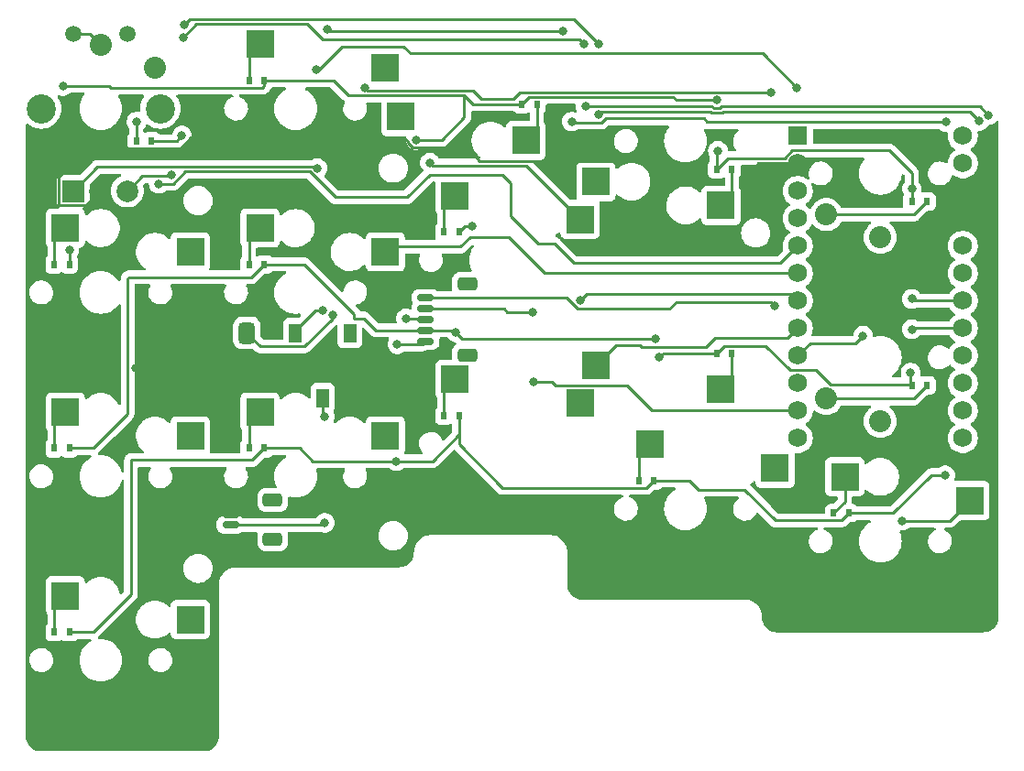
<source format=gbr>
%TF.GenerationSoftware,KiCad,Pcbnew,7.0.6-0*%
%TF.CreationDate,2023-08-01T13:28:46+08:00*%
%TF.ProjectId,left,6c656674-2e6b-4696-9361-645f70636258,v1.0.0*%
%TF.SameCoordinates,Original*%
%TF.FileFunction,Copper,L2,Bot*%
%TF.FilePolarity,Positive*%
%FSLAX46Y46*%
G04 Gerber Fmt 4.6, Leading zero omitted, Abs format (unit mm)*
G04 Created by KiCad (PCBNEW 7.0.6-0) date 2023-08-01 13:28:46*
%MOMM*%
%LPD*%
G01*
G04 APERTURE LIST*
G04 Aperture macros list*
%AMRoundRect*
0 Rectangle with rounded corners*
0 $1 Rounding radius*
0 $2 $3 $4 $5 $6 $7 $8 $9 X,Y pos of 4 corners*
0 Add a 4 corners polygon primitive as box body*
4,1,4,$2,$3,$4,$5,$6,$7,$8,$9,$2,$3,0*
0 Add four circle primitives for the rounded corners*
1,1,$1+$1,$2,$3*
1,1,$1+$1,$4,$5*
1,1,$1+$1,$6,$7*
1,1,$1+$1,$8,$9*
0 Add four rect primitives between the rounded corners*
20,1,$1+$1,$2,$3,$4,$5,0*
20,1,$1+$1,$4,$5,$6,$7,0*
20,1,$1+$1,$6,$7,$8,$9,0*
20,1,$1+$1,$8,$9,$2,$3,0*%
G04 Aperture macros list end*
%TA.AperFunction,ComponentPad*%
%ADD10C,2.032000*%
%TD*%
%TA.AperFunction,SMDPad,CuDef*%
%ADD11R,0.600000X0.700000*%
%TD*%
%TA.AperFunction,ComponentPad*%
%ADD12R,2.000000X2.000000*%
%TD*%
%TA.AperFunction,ComponentPad*%
%ADD13C,2.000000*%
%TD*%
%TA.AperFunction,ComponentPad*%
%ADD14C,1.500000*%
%TD*%
%TA.AperFunction,ComponentPad*%
%ADD15C,2.701800*%
%TD*%
%TA.AperFunction,SMDPad,CuDef*%
%ADD16R,1.200000X1.800000*%
%TD*%
%TA.AperFunction,SMDPad,CuDef*%
%ADD17RoundRect,0.381000X0.381000X-0.619000X0.381000X0.619000X-0.381000X0.619000X-0.381000X-0.619000X0*%
%TD*%
%TA.AperFunction,SMDPad,CuDef*%
%ADD18RoundRect,0.378000X0.378000X-0.622000X0.378000X0.622000X-0.378000X0.622000X-0.378000X-0.622000X0*%
%TD*%
%TA.AperFunction,ComponentPad*%
%ADD19R,1.752600X1.752600*%
%TD*%
%TA.AperFunction,ComponentPad*%
%ADD20C,1.752600*%
%TD*%
%TA.AperFunction,SMDPad,CuDef*%
%ADD21RoundRect,0.150000X-0.625000X0.150000X-0.625000X-0.150000X0.625000X-0.150000X0.625000X0.150000X0*%
%TD*%
%TA.AperFunction,SMDPad,CuDef*%
%ADD22RoundRect,0.250000X-0.650000X0.350000X-0.650000X-0.350000X0.650000X-0.350000X0.650000X0.350000X0*%
%TD*%
%TA.AperFunction,SMDPad,CuDef*%
%ADD23R,2.600000X2.600000*%
%TD*%
%TA.AperFunction,ComponentPad*%
%ADD24C,0.600000*%
%TD*%
%TA.AperFunction,ViaPad*%
%ADD25C,0.800000*%
%TD*%
%TA.AperFunction,Conductor*%
%ADD26C,0.250000*%
%TD*%
G04 APERTURE END LIST*
D10*
%TO.P,S1,1*%
%TO.N,C4_R0D*%
X67000000Y41200000D03*
%TO.P,S1,2*%
%TO.N,C4*%
X72000000Y39100000D03*
%TD*%
D11*
%TO.P,D1,1*%
%TO.N,R0*%
X74900000Y42400000D03*
%TO.P,D1,2*%
%TO.N,C4_R0D*%
X76300000Y42400000D03*
%TD*%
D10*
%TO.P,S2,1*%
%TO.N,C4_R1D*%
X67000000Y24200000D03*
%TO.P,S2,2*%
%TO.N,C4*%
X72000000Y22100000D03*
%TD*%
D11*
%TO.P,D2,1*%
%TO.N,R1*%
X74900000Y25400000D03*
%TO.P,D2,2*%
%TO.N,C4_R1D*%
X76300000Y25400000D03*
%TD*%
D12*
%TO.P,ROT1,A*%
%TO.N,P2*%
X-2540000Y43380000D03*
D13*
%TO.P,ROT1,C*%
%TO.N,GND*%
X-40000Y43380000D03*
%TO.P,ROT1,B*%
%TO.N,P3*%
X2460000Y43380000D03*
D14*
%TO.P,ROT1,1*%
%TO.N,C0*%
X-2540000Y57880000D03*
%TO.P,ROT1,2*%
%TO.N,C0_R3D*%
X2460000Y57880000D03*
D15*
%TO.P,ROT1,*%
%TO.N,*%
X5500000Y51000000D03*
X-5500000Y51000000D03*
D10*
%TO.P,ROT1,1*%
%TO.N,C0_R3D*%
X5000000Y54800000D03*
%TO.P,ROT1,2*%
%TO.N,C0*%
X0Y56900000D03*
%TD*%
D11*
%TO.P,D3,1*%
%TO.N,R3*%
X4700000Y48000000D03*
%TO.P,D3,2*%
%TO.N,C0_R3D*%
X3300000Y48000000D03*
%TD*%
D16*
%TO.P,SS1,1*%
%TO.N,RAW*%
X18000000Y30250000D03*
%TO.P,SS1,2*%
%TO.N,BSLI*%
X20500000Y24250000D03*
%TO.P,SS1,3*%
%TO.N,three*%
X23000000Y30250000D03*
%TD*%
D17*
%TO.P,SB1,1*%
%TO.N,GND*%
X13500000Y26750000D03*
D18*
%TO.P,SB1,2*%
%TO.N,RST*%
X13500000Y30250000D03*
%TD*%
D19*
%TO.P,MCU1,1*%
%TO.N,RAW*%
X64380000Y48470000D03*
D20*
%TO.P,MCU1,2*%
%TO.N,GND*%
X64380000Y45930000D03*
%TO.P,MCU1,3*%
%TO.N,RST*%
X64380000Y43390000D03*
%TO.P,MCU1,4*%
%TO.N,VCC*%
X64380000Y40850000D03*
%TO.P,MCU1,5*%
%TO.N,C0*%
X64380000Y38310000D03*
%TO.P,MCU1,6*%
%TO.N,C1*%
X64380000Y35770000D03*
%TO.P,MCU1,7*%
%TO.N,C2*%
X64380000Y33230000D03*
%TO.P,MCU1,8*%
%TO.N,C3*%
X64380000Y30690000D03*
%TO.P,MCU1,9*%
%TO.N,C4*%
X64380000Y28150000D03*
%TO.P,MCU1,10*%
%TO.N,C5*%
X64380000Y25610000D03*
%TO.P,MCU1,11*%
%TO.N,C6*%
X64380000Y23070000D03*
%TO.P,MCU1,12*%
%TO.N,P10*%
X64380000Y20530000D03*
%TO.P,MCU1,13*%
%TO.N,P1*%
X79620000Y48470000D03*
%TO.P,MCU1,14*%
%TO.N,P0*%
X79620000Y45930000D03*
%TO.P,MCU1,15*%
%TO.N,GND*%
X79620000Y43390000D03*
%TO.P,MCU1,16*%
X79620000Y40850000D03*
%TO.P,MCU1,17*%
%TO.N,P2*%
X79620000Y38310000D03*
%TO.P,MCU1,18*%
%TO.N,P3*%
X79620000Y35770000D03*
%TO.P,MCU1,19*%
%TO.N,R0*%
X79620000Y33230000D03*
%TO.P,MCU1,20*%
%TO.N,R1*%
X79620000Y30690000D03*
%TO.P,MCU1,21*%
%TO.N,R2*%
X79620000Y28150000D03*
%TO.P,MCU1,22*%
%TO.N,R3*%
X79620000Y25610000D03*
%TO.P,MCU1,23*%
%TO.N,P8*%
X79620000Y23070000D03*
%TO.P,MCU1,24*%
%TO.N,P9*%
X79620000Y20530000D03*
%TD*%
D21*
%TO.P,JB1,2*%
%TO.N,BSLI*%
X12000000Y12500000D03*
%TO.P,JB1,1*%
%TO.N,GND*%
X12000000Y13500000D03*
D22*
%TO.P,JB1,MP*%
%TO.N,N/C*%
X15875000Y11200000D03*
X15875000Y14800000D03*
%TD*%
D21*
%TO.P,JC1,5*%
%TO.N,R2*%
X30000000Y29500000D03*
%TO.P,JC1,4*%
%TO.N,R1*%
X30000000Y30500000D03*
%TO.P,JC1,3*%
%TO.N,R0*%
X30000000Y31500000D03*
%TO.P,JC1,2*%
%TO.N,C6*%
X30000000Y32500000D03*
%TO.P,JC1,1*%
%TO.N,C5*%
X30000000Y33500000D03*
D22*
%TO.P,JC1,MP*%
%TO.N,N/C*%
X33875000Y34800000D03*
X33875000Y28200000D03*
%TD*%
D23*
%TO.P,S3,1*%
%TO.N,C0_R0D*%
X-3275000Y39950000D03*
%TO.P,S3,2*%
%TO.N,C0*%
X8275000Y37750000D03*
D24*
%TO.P,S3,3*%
%TO.N,C0_R0D*%
X-3275000Y39950000D03*
%TO.P,S3,4*%
%TO.N,C0*%
X8275000Y37750000D03*
%TD*%
D11*
%TO.P,D4,1*%
%TO.N,R0*%
X-2900000Y36600000D03*
%TO.P,D4,2*%
%TO.N,C0_R0D*%
X-4300000Y36600000D03*
%TD*%
D23*
%TO.P,S4,1*%
%TO.N,C0_R1D*%
X-3275000Y22950000D03*
%TO.P,S4,2*%
%TO.N,C0*%
X8275000Y20750000D03*
D24*
%TO.P,S4,3*%
%TO.N,C0_R1D*%
X-3275000Y22950000D03*
%TO.P,S4,4*%
%TO.N,C0*%
X8275000Y20750000D03*
%TD*%
D11*
%TO.P,D5,1*%
%TO.N,R1*%
X-2900000Y19600000D03*
%TO.P,D5,2*%
%TO.N,C0_R1D*%
X-4300000Y19600000D03*
%TD*%
D23*
%TO.P,S5,1*%
%TO.N,C0_R2D*%
X-3275000Y5950000D03*
%TO.P,S5,2*%
%TO.N,C0*%
X8275000Y3750000D03*
D24*
%TO.P,S5,3*%
%TO.N,C0_R2D*%
X-3275000Y5950000D03*
%TO.P,S5,4*%
%TO.N,C0*%
X8275000Y3750000D03*
%TD*%
D11*
%TO.P,D6,1*%
%TO.N,R2*%
X-2900000Y2600000D03*
%TO.P,D6,2*%
%TO.N,C0_R2D*%
X-4300000Y2600000D03*
%TD*%
D23*
%TO.P,S6,1*%
%TO.N,C1_R0D*%
X14725000Y56950000D03*
%TO.P,S6,2*%
%TO.N,C1*%
X26275000Y54750000D03*
D24*
%TO.P,S6,3*%
%TO.N,C1_R0D*%
X14725000Y56950000D03*
%TO.P,S6,4*%
%TO.N,C1*%
X26275000Y54750000D03*
%TD*%
D11*
%TO.P,D7,1*%
%TO.N,R0*%
X15100000Y53600000D03*
%TO.P,D7,2*%
%TO.N,C1_R0D*%
X13700000Y53600000D03*
%TD*%
D23*
%TO.P,S7,1*%
%TO.N,C1_R1D*%
X14725000Y39950000D03*
%TO.P,S7,2*%
%TO.N,C1*%
X26275000Y37750000D03*
D24*
%TO.P,S7,3*%
%TO.N,C1_R1D*%
X14725000Y39950000D03*
%TO.P,S7,4*%
%TO.N,C1*%
X26275000Y37750000D03*
%TD*%
D11*
%TO.P,D8,1*%
%TO.N,R1*%
X15100000Y36600000D03*
%TO.P,D8,2*%
%TO.N,C1_R1D*%
X13700000Y36600000D03*
%TD*%
D23*
%TO.P,S8,1*%
%TO.N,C1_R2D*%
X14725000Y22950000D03*
%TO.P,S8,2*%
%TO.N,C1*%
X26275000Y20750000D03*
D24*
%TO.P,S8,3*%
%TO.N,C1_R2D*%
X14725000Y22950000D03*
%TO.P,S8,4*%
%TO.N,C1*%
X26275000Y20750000D03*
%TD*%
D11*
%TO.P,D9,1*%
%TO.N,R2*%
X15100000Y19600000D03*
%TO.P,D9,2*%
%TO.N,C1_R2D*%
X13700000Y19600000D03*
%TD*%
D23*
%TO.P,S9,1*%
%TO.N,C2_R0D*%
X39275000Y48050000D03*
%TO.P,S9,2*%
%TO.N,C2*%
X27725000Y50250000D03*
D24*
%TO.P,S9,3*%
%TO.N,C2_R0D*%
X39275000Y48050000D03*
%TO.P,S9,4*%
%TO.N,C2*%
X27725000Y50250000D03*
%TD*%
D11*
%TO.P,D10,1*%
%TO.N,R0*%
X38900000Y51400000D03*
%TO.P,D10,2*%
%TO.N,C2_R0D*%
X40300000Y51400000D03*
%TD*%
D23*
%TO.P,S10,1*%
%TO.N,C2_R1D*%
X32725000Y42950000D03*
%TO.P,S10,2*%
%TO.N,C2*%
X44275000Y40750000D03*
D24*
%TO.P,S10,3*%
%TO.N,C2_R1D*%
X32725000Y42950000D03*
%TO.P,S10,4*%
%TO.N,C2*%
X44275000Y40750000D03*
%TD*%
D11*
%TO.P,D11,1*%
%TO.N,R1*%
X33100000Y39600000D03*
%TO.P,D11,2*%
%TO.N,C2_R1D*%
X31700000Y39600000D03*
%TD*%
D23*
%TO.P,S11,1*%
%TO.N,C2_R2D*%
X32725000Y25950000D03*
%TO.P,S11,2*%
%TO.N,C2*%
X44275000Y23750000D03*
D24*
%TO.P,S11,3*%
%TO.N,C2_R2D*%
X32725000Y25950000D03*
%TO.P,S11,4*%
%TO.N,C2*%
X44275000Y23750000D03*
%TD*%
D11*
%TO.P,D12,1*%
%TO.N,R2*%
X33100000Y22600000D03*
%TO.P,D12,2*%
%TO.N,C2_R2D*%
X31700000Y22600000D03*
%TD*%
D23*
%TO.P,S12,1*%
%TO.N,C3_R0D*%
X57275000Y42050000D03*
%TO.P,S12,2*%
%TO.N,C3*%
X45725000Y44250000D03*
D24*
%TO.P,S12,3*%
%TO.N,C3_R0D*%
X57275000Y42050000D03*
%TO.P,S12,4*%
%TO.N,C3*%
X45725000Y44250000D03*
%TD*%
D11*
%TO.P,D13,1*%
%TO.N,R0*%
X56900000Y45400000D03*
%TO.P,D13,2*%
%TO.N,C3_R0D*%
X58300000Y45400000D03*
%TD*%
D23*
%TO.P,S13,1*%
%TO.N,C3_R1D*%
X57275000Y25050000D03*
%TO.P,S13,2*%
%TO.N,C3*%
X45725000Y27250000D03*
D24*
%TO.P,S13,3*%
%TO.N,C3_R1D*%
X57275000Y25050000D03*
%TO.P,S13,4*%
%TO.N,C3*%
X45725000Y27250000D03*
%TD*%
D11*
%TO.P,D14,1*%
%TO.N,R1*%
X56900000Y28400000D03*
%TO.P,D14,2*%
%TO.N,C3_R1D*%
X58300000Y28400000D03*
%TD*%
D23*
%TO.P,S14,1*%
%TO.N,C3_R2D*%
X50725000Y19950000D03*
%TO.P,S14,2*%
%TO.N,C3*%
X62275000Y17750000D03*
D24*
%TO.P,S14,3*%
%TO.N,C3_R2D*%
X50725000Y19950000D03*
%TO.P,S14,4*%
%TO.N,C3*%
X62275000Y17750000D03*
%TD*%
D11*
%TO.P,D15,1*%
%TO.N,R2*%
X51100000Y16600000D03*
%TO.P,D15,2*%
%TO.N,C3_R2D*%
X49700000Y16600000D03*
%TD*%
D23*
%TO.P,S15,1*%
%TO.N,C4_R2D*%
X68725000Y16950000D03*
%TO.P,S15,2*%
%TO.N,C4*%
X80275000Y14750000D03*
D24*
%TO.P,S15,3*%
%TO.N,C4_R2D*%
X68725000Y16950000D03*
%TO.P,S15,4*%
%TO.N,C4*%
X80275000Y14750000D03*
%TD*%
D11*
%TO.P,D16,1*%
%TO.N,R2*%
X69100000Y13600000D03*
%TO.P,D16,2*%
%TO.N,C4_R2D*%
X67700000Y13600000D03*
%TD*%
D25*
%TO.N,C4*%
X70400000Y30000000D03*
X74000000Y12900000D03*
%TO.N,R0*%
X74900000Y33400000D03*
X74900000Y43600000D03*
X28200000Y31600000D03*
X-2900000Y37900000D03*
X-3500000Y53100000D03*
X29100000Y48100000D03*
X57000000Y47100000D03*
X56900000Y51800000D03*
%TO.N,R1*%
X74900000Y30600000D03*
X51200000Y29700000D03*
X51600000Y28000000D03*
X32800000Y30300000D03*
X34300000Y40100000D03*
X74800000Y26600000D03*
%TO.N,C0*%
X5357018Y44057018D03*
%TO.N,C0_R3D*%
X3300000Y49800000D03*
%TO.N,P2*%
X43500000Y49800000D03*
X78100000Y49751000D03*
X20000000Y45500000D03*
X42700000Y58124500D03*
X20900000Y58300000D03*
%TO.N,P3*%
X46000000Y50475500D03*
X81152424Y49870265D03*
X46000000Y57000000D03*
X6500000Y44900500D03*
X7687701Y58712299D03*
%TO.N,GND*%
X54900000Y45400000D03*
X60200000Y45400000D03*
X11300000Y26100000D03*
X9800000Y13700000D03*
X3200000Y27000000D03*
%TO.N,R3*%
X7500000Y48500000D03*
X82000000Y50400000D03*
X44600000Y57000000D03*
X7600000Y57600000D03*
X44800000Y51200000D03*
%TO.N,RAW*%
X19900000Y54600000D03*
X64300000Y52900000D03*
X20500000Y32300000D03*
%TO.N,BSLI*%
X20700000Y12700000D03*
X20700000Y22500000D03*
%TO.N,RST*%
X21413357Y31894063D03*
X24400000Y52950400D03*
X61900000Y52500000D03*
%TO.N,C2*%
X44275000Y33300000D03*
X30400000Y46000000D03*
%TO.N,C5*%
X62200000Y32800000D03*
%TO.N,C6*%
X40000000Y25700000D03*
X39900000Y32200000D03*
%TO.N,R2*%
X27300000Y18400000D03*
X78000000Y17100000D03*
X27400000Y29200000D03*
%TD*%
D26*
%TO.N,GND*%
X-40000Y43380000D02*
X-1365000Y42055000D01*
X-1365000Y42055000D02*
X-3865000Y42055000D01*
X-3865000Y42055000D02*
X-3865000Y44705000D01*
X7350305Y47325000D02*
X8325305Y48300000D01*
X28375000Y47925000D02*
X28375000Y47799695D01*
X-3865000Y44705000D02*
X-270000Y48300000D01*
X52925000Y46175000D02*
X53700000Y45400000D01*
X-270000Y48300000D02*
X705000Y47325000D01*
X33775000Y47375000D02*
X34975000Y46175000D01*
X8325305Y48300000D02*
X28000000Y48300000D01*
X28000000Y48300000D02*
X28375000Y47925000D01*
X28375000Y47799695D02*
X28799695Y47375000D01*
X705000Y47325000D02*
X7350305Y47325000D01*
X34975000Y46175000D02*
X52925000Y46175000D01*
X28799695Y47375000D02*
X33775000Y47375000D01*
X53700000Y45400000D02*
X54900000Y45400000D01*
%TO.N,R0*%
X-3500000Y53100000D02*
X800000Y53100000D01*
X800000Y53100000D02*
X975000Y52925000D01*
X975000Y52925000D02*
X14925000Y52925000D01*
X14925000Y52925000D02*
X15100000Y53100000D01*
X15100000Y53100000D02*
X15100000Y53600000D01*
%TO.N,C4*%
X65530000Y29300000D02*
X69600000Y29300000D01*
X74000000Y12900000D02*
X74025000Y12875000D01*
X69700000Y29300000D02*
X70400000Y30000000D01*
X78400000Y12875000D02*
X80275000Y14750000D01*
X74025000Y12875000D02*
X78400000Y12875000D01*
X69600000Y29300000D02*
X69700000Y29300000D01*
X64380000Y28150000D02*
X65530000Y29300000D01*
%TO.N,C4_R0D*%
X76300000Y42400000D02*
X75100000Y41200000D01*
X75100000Y41200000D02*
X67000000Y41200000D01*
%TO.N,R0*%
X57927595Y46427595D02*
X63178700Y46427595D01*
X29100000Y48100000D02*
X31501650Y48100000D01*
X33574100Y52225900D02*
X34400000Y51400000D01*
X29800000Y52225900D02*
X33574100Y52225900D01*
X56900000Y45400000D02*
X57927595Y46427595D01*
X31501650Y48100000D02*
X33574100Y50172450D01*
X29900000Y31600000D02*
X30000000Y31500000D01*
X-2900000Y37900000D02*
X-2900000Y36600000D01*
X34400000Y51400000D02*
X38900000Y51400000D01*
X39575000Y52075000D02*
X52879999Y52075000D01*
X56900000Y47000000D02*
X57000000Y47100000D01*
X33574100Y50172450D02*
X33574100Y52225900D01*
X74900000Y45054999D02*
X74900000Y43600000D01*
X15100000Y53600000D02*
X21498350Y53600000D01*
X22872450Y52225900D02*
X29800000Y52225900D01*
X79620000Y33230000D02*
X75070000Y33230000D01*
X21498350Y53600000D02*
X22872450Y52225900D01*
X74900000Y43600000D02*
X74900000Y42400000D01*
X38900000Y51400000D02*
X39575000Y52075000D01*
X28200000Y31600000D02*
X29900000Y31600000D01*
X53154999Y51800000D02*
X52879999Y52075000D01*
X56900000Y51800000D02*
X53154999Y51800000D01*
X56900000Y45400000D02*
X56900000Y47000000D01*
X63882405Y47131300D02*
X72823699Y47131300D01*
X63178700Y46427595D02*
X63882405Y47131300D01*
X75070000Y33230000D02*
X74900000Y33400000D01*
X72823699Y47131300D02*
X74900000Y45054999D01*
%TO.N,C4_R1D*%
X75100000Y24200000D02*
X67000000Y24200000D01*
X76300000Y25400000D02*
X75100000Y24200000D01*
%TO.N,R1*%
X33400000Y29700000D02*
X32800000Y30300000D01*
X32750000Y30250000D02*
X32800000Y30300000D01*
X-698350Y19600000D02*
X2475000Y22773350D01*
X74990000Y30690000D02*
X74900000Y30600000D01*
X2600000Y35400000D02*
X13900000Y35400000D01*
X18800000Y36600000D02*
X23361241Y32038759D01*
X15100000Y36600000D02*
X18800000Y36600000D01*
X56900000Y28400000D02*
X57575000Y29075000D01*
X23361241Y31593758D02*
X24306242Y31593758D01*
X2475000Y35275000D02*
X2600000Y35400000D01*
X13900000Y35400000D02*
X15100000Y36600000D01*
X24306242Y31593758D02*
X25400000Y30500000D01*
X-2900000Y19600000D02*
X-698350Y19600000D01*
X74800000Y26600000D02*
X74800000Y25500000D01*
X23361241Y32038759D02*
X23361241Y31593758D01*
X56900000Y28400000D02*
X52000000Y28400000D01*
X30000000Y30500000D02*
X32500000Y30500000D01*
X66088700Y26811300D02*
X67400000Y25500000D01*
X32500000Y30500000D02*
X32750000Y30250000D01*
X51200000Y29700000D02*
X33400000Y29700000D01*
X61425000Y29075000D02*
X63688700Y26811300D01*
X2475000Y22773350D02*
X2475000Y28500000D01*
X57575000Y29075000D02*
X61425000Y29075000D01*
X2475000Y28500000D02*
X2475000Y35275000D01*
X67400000Y25500000D02*
X74800000Y25500000D01*
X33600000Y40100000D02*
X33100000Y39600000D01*
X52000000Y28400000D02*
X51600000Y28000000D01*
X74800000Y25500000D02*
X74900000Y25400000D01*
X79620000Y30690000D02*
X74990000Y30690000D01*
X25400000Y30500000D02*
X30000000Y30500000D01*
X34300000Y40100000D02*
X33600000Y40100000D01*
X63688700Y26811300D02*
X66088700Y26811300D01*
%TO.N,C0*%
X5357018Y44057018D02*
X6681823Y44057018D01*
X-2540000Y57880000D02*
X-980000Y57880000D01*
X62770000Y36700000D02*
X64380000Y38310000D01*
X28300000Y42800000D02*
X30400000Y44900000D01*
X-980000Y57880000D02*
X0Y56900000D01*
X7799805Y45175000D02*
X19299695Y45175000D01*
X43700000Y36700000D02*
X62770000Y36700000D01*
X21674695Y42800000D02*
X28300000Y42800000D01*
X6681823Y44057018D02*
X7799805Y45175000D01*
X37875000Y44125000D02*
X37875000Y41025000D01*
X41900000Y38500000D02*
X43700000Y36700000D01*
X30400000Y44900000D02*
X37100000Y44900000D01*
X37875000Y41025000D02*
X40400000Y38500000D01*
X19299695Y45175000D02*
X21674695Y42800000D01*
X40400000Y38500000D02*
X41900000Y38500000D01*
X37100000Y44900000D02*
X37875000Y44125000D01*
%TO.N,C0_R3D*%
X3300000Y48000000D02*
X3300000Y49800000D01*
%TO.N,P2*%
X78100000Y49751000D02*
X56049000Y49751000D01*
X56000000Y49800000D02*
X55710500Y50089500D01*
X21075500Y58124500D02*
X20900000Y58300000D01*
X20000000Y45500000D02*
X19875000Y45625000D01*
X56049000Y49751000D02*
X56000000Y49800000D01*
X-295000Y45625000D02*
X-2540000Y43380000D01*
X42700000Y58124500D02*
X21075500Y58124500D01*
X43600000Y49700000D02*
X43500000Y49800000D01*
X46249805Y49700000D02*
X43600000Y49700000D01*
X19875000Y45625000D02*
X-295000Y45625000D01*
X55710500Y50089500D02*
X46639305Y50089500D01*
X46639305Y50089500D02*
X46249805Y49700000D01*
%TO.N,P3*%
X81152424Y49870265D02*
X80272689Y50750000D01*
X57511701Y50750000D02*
X57386701Y50625000D01*
X6381518Y44782018D02*
X3862018Y44782018D01*
X43725000Y59275000D02*
X46000000Y57000000D01*
X56288299Y50750000D02*
X46274500Y50750000D01*
X3862018Y44782018D02*
X2460000Y43380000D01*
X7687701Y58712299D02*
X8250402Y59275000D01*
X57386701Y50625000D02*
X56413299Y50625000D01*
X6500000Y44900500D02*
X6381518Y44782018D01*
X46274500Y50750000D02*
X46000000Y50475500D01*
X80272689Y50750000D02*
X57511701Y50750000D01*
X8250402Y59275000D02*
X43725000Y59275000D01*
X56413299Y50625000D02*
X56288299Y50750000D01*
%TO.N,GND*%
X11950000Y26750000D02*
X11300000Y26100000D01*
X3200000Y27000000D02*
X3400000Y26800000D01*
X60200000Y45400000D02*
X60730000Y45930000D01*
X60730000Y45930000D02*
X64380000Y45930000D01*
X3400000Y26800000D02*
X13450000Y26800000D01*
X13450000Y26800000D02*
X13500000Y26750000D01*
X11800000Y13700000D02*
X12000000Y13500000D01*
X13500000Y26750000D02*
X11950000Y26750000D01*
X9800000Y13700000D02*
X11800000Y13700000D01*
%TO.N,R3*%
X20500000Y57400000D02*
X44200000Y57400000D01*
X4700000Y48000000D02*
X7000000Y48000000D01*
X57200305Y51075000D02*
X56599695Y51075000D01*
X8825000Y58825000D02*
X19075000Y58825000D01*
X57325305Y51200000D02*
X57200305Y51075000D01*
X56599695Y51075000D02*
X56474695Y51200000D01*
X44200000Y57400000D02*
X44600000Y57000000D01*
X7600000Y57600000D02*
X8825000Y58825000D01*
X19075000Y58825000D02*
X20500000Y57400000D01*
X7000000Y48000000D02*
X7500000Y48500000D01*
X56474695Y51200000D02*
X44800000Y51200000D01*
X82000000Y50400000D02*
X81200000Y51200000D01*
X81200000Y51200000D02*
X57325305Y51200000D01*
%TO.N,RAW*%
X28589500Y56089500D02*
X61110500Y56089500D01*
X22298350Y56700000D02*
X27979000Y56700000D01*
X61110500Y56089500D02*
X64300000Y52900000D01*
X20198350Y54600000D02*
X22298350Y56700000D01*
X19900000Y54600000D02*
X20198350Y54600000D01*
X20500000Y32300000D02*
X19800000Y32300000D01*
X27979000Y56700000D02*
X28589500Y56089500D01*
X19800000Y32300000D02*
X18000000Y30500000D01*
%TO.N,BSLI*%
X20500000Y12500000D02*
X20700000Y12700000D01*
X12000000Y12500000D02*
X20500000Y12500000D01*
X20700000Y22500000D02*
X20500000Y22700000D01*
X20500000Y22700000D02*
X20500000Y24500000D01*
%TO.N,RST*%
X21413357Y31613357D02*
X21413357Y31894063D01*
X61875000Y52525000D02*
X61900000Y52500000D01*
X34369101Y52675900D02*
X35134501Y51910500D01*
X38725000Y52525000D02*
X61875000Y52525000D01*
X14725000Y29025000D02*
X18825000Y29025000D01*
X24674500Y52675900D02*
X34369101Y52675900D01*
X24400000Y52950400D02*
X24674500Y52675900D01*
X38110500Y51910500D02*
X38725000Y52525000D01*
X13500000Y30250000D02*
X14725000Y29025000D01*
X18825000Y29025000D02*
X21413357Y31613357D01*
X35134501Y51910500D02*
X38110500Y51910500D01*
%TO.N,C1*%
X26750900Y38225900D02*
X26275000Y37750000D01*
X33225900Y38225900D02*
X26750900Y38225900D01*
X37676816Y39089500D02*
X34089500Y39089500D01*
X40996316Y35770000D02*
X37676816Y39089500D01*
X64380000Y35770000D02*
X40996316Y35770000D01*
X34089500Y39089500D02*
X33225900Y38225900D01*
%TO.N,C2*%
X30675000Y45725000D02*
X39300000Y45725000D01*
X63710000Y33900000D02*
X64380000Y33230000D01*
X30400000Y46000000D02*
X30675000Y45725000D01*
X39300000Y45725000D02*
X44275000Y40750000D01*
X44275000Y33300000D02*
X44875000Y33900000D01*
X44875000Y33900000D02*
X63710000Y33900000D01*
%TO.N,C3*%
X63464100Y29774100D02*
X56715400Y29774100D01*
X56715400Y29774100D02*
X55851800Y28910500D01*
X47600000Y29125000D02*
X45725000Y27250000D01*
X49776650Y29125000D02*
X47600000Y29125000D01*
X55851800Y28910500D02*
X49991150Y28910500D01*
X49991150Y28910500D02*
X49776650Y29125000D01*
X64380000Y30690000D02*
X63464100Y29774100D01*
%TO.N,C5*%
X44049695Y32500000D02*
X52545001Y32500000D01*
X53145001Y33100000D02*
X61900000Y33100000D01*
X43049695Y33500000D02*
X44049695Y32500000D01*
X52545001Y32500000D02*
X53145001Y33100000D01*
X61900000Y33100000D02*
X62200000Y32800000D01*
X30000000Y33500000D02*
X43049695Y33500000D01*
%TO.N,C6*%
X48600000Y25400000D02*
X42001650Y25400000D01*
X37225000Y32500000D02*
X37525000Y32200000D01*
X41701650Y25700000D02*
X40000000Y25700000D01*
X37525000Y32200000D02*
X39900000Y32200000D01*
X50930000Y23070000D02*
X64380000Y23070000D01*
X42001650Y25400000D02*
X41701650Y25700000D01*
X48600000Y25400000D02*
X50930000Y23070000D01*
X30000000Y32500000D02*
X37225000Y32500000D01*
%TO.N,R2*%
X33100000Y20900000D02*
X33100000Y19945001D01*
X33100000Y20866316D02*
X33100000Y20900000D01*
X-2900000Y2600000D02*
X-698350Y2600000D01*
X2800000Y6098350D02*
X2800000Y18500000D01*
X55177499Y15777500D02*
X54354999Y16600000D01*
X15100000Y19600000D02*
X18354999Y19600000D01*
X76698350Y17100000D02*
X78000000Y17100000D01*
X2800000Y18500000D02*
X14000000Y18500000D01*
X62308684Y12925000D02*
X59456184Y15777500D01*
X59456184Y15777500D02*
X55177499Y15777500D01*
X69100000Y13600000D02*
X73198350Y13600000D01*
X37120001Y15925000D02*
X50425000Y15925000D01*
X54354999Y16600000D02*
X51100000Y16600000D01*
X19554999Y18400000D02*
X27300000Y18400000D01*
X30633684Y18400000D02*
X33100000Y20866316D01*
X18354999Y19600000D02*
X19554999Y18400000D01*
X33100000Y20900000D02*
X33100000Y22600000D01*
X68425000Y12925000D02*
X62308684Y12925000D01*
X30000000Y29500000D02*
X29700000Y29200000D01*
X33100000Y19945001D02*
X37120001Y15925000D01*
X27300000Y18400000D02*
X30633684Y18400000D01*
X50425000Y15925000D02*
X51100000Y16600000D01*
X-698350Y2600000D02*
X2800000Y6098350D01*
X73198350Y13600000D02*
X76698350Y17100000D01*
X14000000Y18500000D02*
X15100000Y19600000D01*
X69100000Y13600000D02*
X68425000Y12925000D01*
X29700000Y29200000D02*
X27400000Y29200000D01*
%TO.N,C0_R0D*%
X-4300000Y36600000D02*
X-4300000Y38925000D01*
X-4300000Y38925000D02*
X-3275000Y39950000D01*
%TO.N,C0_R1D*%
X-4300000Y19600000D02*
X-4300000Y21925000D01*
X-4300000Y21925000D02*
X-3275000Y22950000D01*
%TO.N,C0_R2D*%
X-4300000Y4925000D02*
X-3275000Y5950000D01*
X-4300000Y2600000D02*
X-4300000Y4925000D01*
%TO.N,C1_R0D*%
X13700000Y55925000D02*
X14725000Y56950000D01*
X13700000Y53600000D02*
X13700000Y55925000D01*
%TO.N,C1_R1D*%
X13700000Y38925000D02*
X14725000Y39950000D01*
X13700000Y36600000D02*
X13700000Y38925000D01*
%TO.N,C1_R2D*%
X13700000Y19600000D02*
X13700000Y21925000D01*
X13700000Y21925000D02*
X14725000Y22950000D01*
%TO.N,C2_R0D*%
X40300000Y51400000D02*
X40300000Y49075000D01*
X40300000Y49075000D02*
X39275000Y48050000D01*
%TO.N,C2_R1D*%
X31700000Y41925000D02*
X32725000Y42950000D01*
X31700000Y39600000D02*
X31700000Y41925000D01*
%TO.N,C2_R2D*%
X31700000Y22600000D02*
X31700000Y24925000D01*
X31700000Y24925000D02*
X32725000Y25950000D01*
%TO.N,C3_R0D*%
X58300000Y43075000D02*
X57275000Y42050000D01*
X58300000Y45400000D02*
X58300000Y43075000D01*
%TO.N,C3_R1D*%
X58300000Y28400000D02*
X58300000Y26075000D01*
X58300000Y26075000D02*
X57275000Y25050000D01*
%TO.N,C3_R2D*%
X49700000Y16600000D02*
X49700000Y18925000D01*
X49700000Y18925000D02*
X50725000Y19950000D01*
%TO.N,C4_R2D*%
X68725000Y16950000D02*
X68725000Y14625000D01*
X68725000Y14625000D02*
X67700000Y13600000D01*
%TD*%
%TA.AperFunction,Conductor*%
%TO.N,GND*%
G36*
X17082423Y52946815D02*
G01*
X17128178Y52894011D01*
X17138122Y52824853D01*
X17109097Y52761297D01*
X17074811Y52733668D01*
X16934932Y52657288D01*
X16934924Y52657283D01*
X16709919Y52488847D01*
X16709901Y52488831D01*
X16511168Y52290098D01*
X16511152Y52290080D01*
X16342716Y52065075D01*
X16342711Y52065067D01*
X16208010Y51818380D01*
X16208008Y51818376D01*
X16189356Y51768368D01*
X16109781Y51555018D01*
X16109780Y51555014D01*
X16109779Y51555011D01*
X16050034Y51280371D01*
X16050033Y51280364D01*
X16029981Y51000001D01*
X16029981Y50999998D01*
X16050033Y50719635D01*
X16050034Y50719628D01*
X16109779Y50444988D01*
X16208008Y50181623D01*
X16208010Y50181619D01*
X16342711Y49934932D01*
X16342716Y49934924D01*
X16511152Y49709919D01*
X16511168Y49709901D01*
X16709901Y49511168D01*
X16709919Y49511152D01*
X16934924Y49342716D01*
X16934932Y49342711D01*
X17181619Y49208010D01*
X17181623Y49208008D01*
X17362763Y49140447D01*
X17444982Y49109781D01*
X17444983Y49109780D01*
X17444988Y49109779D01*
X17719628Y49050034D01*
X17719635Y49050033D01*
X17929825Y49035000D01*
X18070175Y49035000D01*
X18280364Y49050033D01*
X18280371Y49050034D01*
X18555011Y49109779D01*
X18555014Y49109780D01*
X18555018Y49109781D01*
X18746535Y49181213D01*
X18818376Y49208008D01*
X18818380Y49208010D01*
X19065067Y49342711D01*
X19065075Y49342716D01*
X19290080Y49511152D01*
X19290098Y49511168D01*
X19488831Y49709901D01*
X19488847Y49709919D01*
X19657283Y49934924D01*
X19657288Y49934932D01*
X19791989Y50181619D01*
X19791991Y50181623D01*
X19791992Y50181625D01*
X19890219Y50444982D01*
X19949967Y50719637D01*
X19967947Y50971028D01*
X19970019Y50999998D01*
X19970019Y51000001D01*
X19966157Y51054000D01*
X19949967Y51280363D01*
X19890219Y51555018D01*
X19791992Y51818375D01*
X19657285Y52065073D01*
X19488841Y52290088D01*
X19290088Y52488841D01*
X19065073Y52657285D01*
X18994745Y52695687D01*
X18925189Y52733668D01*
X18875784Y52783073D01*
X18860932Y52851346D01*
X18885349Y52916810D01*
X18941283Y52958682D01*
X18984616Y52966500D01*
X21184584Y52966500D01*
X21251623Y52946815D01*
X21272265Y52930181D01*
X22365364Y51837079D01*
X22375268Y51824720D01*
X22375477Y51824893D01*
X22380449Y51818883D01*
X22431529Y51770915D01*
X22452672Y51749772D01*
X22452689Y51749757D01*
X22458264Y51745431D01*
X22462694Y51741647D01*
X22497121Y51709319D01*
X22503437Y51704732D01*
X22501892Y51702606D01*
X22542186Y51662048D01*
X22556813Y51593726D01*
X22540546Y51540978D01*
X22493574Y51459620D01*
X22424779Y51260851D01*
X22424778Y51260847D01*
X22424778Y51260846D01*
X22394843Y51052645D01*
X22404852Y50842541D01*
X22454442Y50638129D01*
X22472261Y50599111D01*
X22541820Y50446795D01*
X22541824Y50446789D01*
X22663826Y50275460D01*
X22663832Y50275454D01*
X22816060Y50130305D01*
X22816061Y50130304D01*
X22816063Y50130303D01*
X22888339Y50083854D01*
X22993015Y50016583D01*
X23188278Y49938410D01*
X23188291Y49938406D01*
X23394828Y49898600D01*
X23394829Y49898600D01*
X23552461Y49898600D01*
X23552468Y49898600D01*
X23709389Y49913584D01*
X23911211Y49972844D01*
X24098170Y50069229D01*
X24228290Y50171556D01*
X24263509Y50199252D01*
X24263510Y50199253D01*
X24302937Y50244754D01*
X24401255Y50358219D01*
X24401257Y50358222D01*
X24401259Y50358225D01*
X24506425Y50540379D01*
X24509067Y50548011D01*
X24575222Y50739154D01*
X24605157Y50947355D01*
X24595148Y51157459D01*
X24545558Y51361871D01*
X24520432Y51416890D01*
X24510489Y51486048D01*
X24539515Y51549604D01*
X24598293Y51587377D01*
X24633227Y51592400D01*
X25792500Y51592400D01*
X25859539Y51572715D01*
X25905294Y51519911D01*
X25916500Y51468400D01*
X25916500Y48901345D01*
X25923011Y48840797D01*
X25923011Y48840795D01*
X25974111Y48703795D01*
X26061739Y48586739D01*
X26178795Y48499111D01*
X26315796Y48448011D01*
X26376345Y48441500D01*
X26376362Y48441500D01*
X28085549Y48441500D01*
X28152588Y48421815D01*
X28198343Y48369011D01*
X28208287Y48299853D01*
X28206839Y48291718D01*
X28206459Y48289933D01*
X28206458Y48289928D01*
X28186496Y48100000D01*
X28206458Y47910072D01*
X28206458Y47910069D01*
X28206459Y47910068D01*
X28265470Y47728450D01*
X28265473Y47728443D01*
X28360959Y47563057D01*
X28488745Y47421135D01*
X28643246Y47308883D01*
X28643247Y47308882D01*
X28643248Y47308882D01*
X28659058Y47301843D01*
X28817714Y47231205D01*
X28817713Y47231205D01*
X29004513Y47191500D01*
X29195487Y47191500D01*
X29382285Y47231205D01*
X29382286Y47231205D01*
X29382288Y47231206D01*
X29556752Y47308882D01*
X29711253Y47421134D01*
X29715160Y47425473D01*
X29774646Y47462121D01*
X29807309Y47466500D01*
X31418016Y47466500D01*
X31433763Y47464761D01*
X31433789Y47465032D01*
X31441555Y47464298D01*
X31441558Y47464298D01*
X31441559Y47464298D01*
X31511608Y47466500D01*
X31541506Y47466500D01*
X31541509Y47466500D01*
X31548506Y47467384D01*
X31554329Y47467842D01*
X31601539Y47469326D01*
X31601541Y47469327D01*
X31621145Y47475022D01*
X31640192Y47478967D01*
X31642983Y47479319D01*
X31660447Y47481526D01*
X31660450Y47481527D01*
X31660453Y47481528D01*
X31704366Y47498914D01*
X31709894Y47500806D01*
X31755242Y47513981D01*
X31772812Y47524372D01*
X31790285Y47532932D01*
X31809267Y47540447D01*
X31847477Y47568209D01*
X31852362Y47571418D01*
X31893009Y47595456D01*
X31893012Y47595458D01*
X31907443Y47609889D01*
X31922239Y47622527D01*
X31938757Y47634528D01*
X31938759Y47634530D01*
X31949808Y47647886D01*
X31968872Y47670931D01*
X31972785Y47675231D01*
X33962917Y49665362D01*
X33975283Y49675269D01*
X33975110Y49675479D01*
X33981115Y49680446D01*
X34029084Y49731529D01*
X34050230Y49752674D01*
X34054566Y49758263D01*
X34058352Y49762695D01*
X34090686Y49797129D01*
X34092265Y49800000D01*
X34100517Y49815012D01*
X34111202Y49831279D01*
X34123715Y49847410D01*
X34139004Y49882744D01*
X34142471Y49890757D01*
X34145031Y49895983D01*
X34167795Y49937390D01*
X34172872Y49957166D01*
X34179175Y49975574D01*
X34187279Y49994300D01*
X34187280Y49994302D01*
X34187280Y49994303D01*
X34187281Y49994305D01*
X34194669Y50040953D01*
X34195851Y50046662D01*
X34207600Y50092420D01*
X34207600Y50112834D01*
X34209127Y50132233D01*
X34209219Y50132816D01*
X34212320Y50152393D01*
X34207875Y50199416D01*
X34207600Y50205254D01*
X34207600Y50642500D01*
X34227285Y50709539D01*
X34280089Y50755294D01*
X34331600Y50766500D01*
X34340384Y50766500D01*
X34359783Y50764973D01*
X34379941Y50761780D01*
X34379942Y50761780D01*
X34379943Y50761780D01*
X34426966Y50766225D01*
X34432804Y50766500D01*
X38114961Y50766500D01*
X38182000Y50746815D01*
X38214229Y50716809D01*
X38236735Y50686743D01*
X38236738Y50686740D01*
X38353795Y50599111D01*
X38490796Y50548011D01*
X38551345Y50541500D01*
X38551362Y50541500D01*
X39248654Y50541500D01*
X39309202Y50548011D01*
X39309204Y50548011D01*
X39446206Y50599111D01*
X39446206Y50599112D01*
X39468191Y50615569D01*
X39533656Y50639985D01*
X39601929Y50625132D01*
X39651333Y50575726D01*
X39666500Y50516301D01*
X39666500Y49982500D01*
X39646815Y49915461D01*
X39594011Y49869706D01*
X39542500Y49858500D01*
X37926362Y49858500D01*
X37926345Y49858499D01*
X37895270Y49855157D01*
X37865799Y49851989D01*
X37865796Y49851988D01*
X37865795Y49851988D01*
X37810274Y49831279D01*
X37728796Y49800889D01*
X37611739Y49713261D01*
X37533677Y49608983D01*
X37524111Y49596204D01*
X37473011Y49459204D01*
X37473011Y49459202D01*
X37466500Y49398654D01*
X37466500Y49359046D01*
X37446815Y49292007D01*
X37394011Y49246252D01*
X37324853Y49236308D01*
X37261297Y49265333D01*
X37251601Y49274705D01*
X37193985Y49336801D01*
X37193983Y49336801D01*
X37193981Y49336805D01*
X36988857Y49500386D01*
X36761643Y49631568D01*
X36517416Y49727420D01*
X36261630Y49785802D01*
X36261622Y49785802D01*
X36261620Y49785803D01*
X36065500Y49800500D01*
X36065494Y49800500D01*
X35934506Y49800500D01*
X35934500Y49800500D01*
X35738379Y49785803D01*
X35738376Y49785802D01*
X35738370Y49785802D01*
X35482584Y49727420D01*
X35238357Y49631568D01*
X35011143Y49500386D01*
X34815019Y49343982D01*
X34806014Y49336801D01*
X34651179Y49169927D01*
X34627567Y49144479D01*
X34479772Y48927704D01*
X34479770Y48927700D01*
X34479768Y48927697D01*
X34479767Y48927696D01*
X34365938Y48691326D01*
X34297670Y48470005D01*
X34288604Y48440615D01*
X34276735Y48361871D01*
X34249500Y48181187D01*
X34249500Y47918812D01*
X34269748Y47784485D01*
X34288604Y47659385D01*
X34288605Y47659382D01*
X34288606Y47659376D01*
X34365938Y47408673D01*
X34479767Y47172303D01*
X34479768Y47172302D01*
X34627567Y46955520D01*
X34806014Y46763198D01*
X35011143Y46599614D01*
X35027991Y46589887D01*
X35076207Y46539320D01*
X35089430Y46470713D01*
X35063462Y46405848D01*
X35006547Y46365320D01*
X34965991Y46358500D01*
X31313657Y46358500D01*
X31246618Y46378185D01*
X31206270Y46420500D01*
X31139041Y46536942D01*
X31139040Y46536944D01*
X31011253Y46678866D01*
X30856752Y46791118D01*
X30682288Y46868794D01*
X30495487Y46908500D01*
X30304513Y46908500D01*
X30117712Y46868794D01*
X29943248Y46791118D01*
X29788747Y46678866D01*
X29660960Y46536944D01*
X29599787Y46430989D01*
X29565473Y46371556D01*
X29565470Y46371549D01*
X29517857Y46225011D01*
X29506458Y46189928D01*
X29486496Y46000000D01*
X29506458Y45810072D01*
X29506458Y45810069D01*
X29506459Y45810068D01*
X29565470Y45628450D01*
X29565473Y45628443D01*
X29660959Y45463057D01*
X29774674Y45336763D01*
X29804904Y45273771D01*
X29796278Y45204436D01*
X29770205Y45166110D01*
X28073914Y43469819D01*
X28012591Y43436334D01*
X27986233Y43433500D01*
X21988462Y43433500D01*
X21921423Y43453185D01*
X21900781Y43469819D01*
X21596695Y43773905D01*
X20665182Y44705416D01*
X20631699Y44766737D01*
X20636683Y44836428D01*
X20660715Y44876067D01*
X20676110Y44893165D01*
X20739040Y44963056D01*
X20834527Y45128444D01*
X20893542Y45310072D01*
X20913504Y45499999D01*
X25644341Y45499999D01*
X25664936Y45264596D01*
X25664938Y45264586D01*
X25726094Y45036344D01*
X25726098Y45036335D01*
X25825964Y44822171D01*
X25825965Y44822169D01*
X25961505Y44628597D01*
X26128597Y44461505D01*
X26322169Y44325965D01*
X26322171Y44325964D01*
X26536335Y44226098D01*
X26536344Y44226094D01*
X26764586Y44164938D01*
X26764596Y44164936D01*
X26941034Y44149500D01*
X27058966Y44149500D01*
X27235403Y44164936D01*
X27235413Y44164938D01*
X27463655Y44226094D01*
X27463659Y44226096D01*
X27463663Y44226097D01*
X27587402Y44283798D01*
X27677828Y44325964D01*
X27677830Y44325965D01*
X27871402Y44461505D01*
X28038493Y44628597D01*
X28038495Y44628599D01*
X28114416Y44737025D01*
X28174032Y44822165D01*
X28174034Y44822169D01*
X28174035Y44822170D01*
X28273903Y45036337D01*
X28335063Y45264592D01*
X28355659Y45500000D01*
X28335063Y45735408D01*
X28273903Y45963663D01*
X28174035Y46177829D01*
X28038495Y46371401D01*
X27871401Y46538495D01*
X27677829Y46674035D01*
X27463663Y46773903D01*
X27235408Y46835063D01*
X27058966Y46850500D01*
X26941034Y46850500D01*
X26764592Y46835063D01*
X26536337Y46773903D01*
X26332531Y46678866D01*
X26322171Y46674035D01*
X26322169Y46674034D01*
X26128597Y46538494D01*
X25961506Y46371402D01*
X25961501Y46371395D01*
X25825967Y46177834D01*
X25825965Y46177830D01*
X25726097Y45963663D01*
X25726096Y45963659D01*
X25726094Y45963655D01*
X25664938Y45735413D01*
X25664936Y45735403D01*
X25644341Y45500000D01*
X25644341Y45499999D01*
X20913504Y45499999D01*
X20913504Y45500000D01*
X20893542Y45689928D01*
X20834527Y45871556D01*
X20739040Y46036944D01*
X20611253Y46178866D01*
X20456752Y46291118D01*
X20282288Y46368794D01*
X20095487Y46408500D01*
X19904513Y46408500D01*
X19717712Y46368794D01*
X19610220Y46320935D01*
X19543249Y46291119D01*
X19530949Y46282182D01*
X19465142Y46258702D01*
X19458063Y46258500D01*
X-211371Y46258500D01*
X-227113Y46260238D01*
X-227139Y46259967D01*
X-234906Y46260701D01*
X-234908Y46260700D01*
X-234909Y46260701D01*
X-304940Y46258500D01*
X-334856Y46258500D01*
X-340259Y46257817D01*
X-341861Y46257615D01*
X-347689Y46257156D01*
X-394890Y46255673D01*
X-414491Y46249977D01*
X-433537Y46246032D01*
X-453797Y46243474D01*
X-497726Y46226080D01*
X-503218Y46224200D01*
X-548594Y46211018D01*
X-566166Y46200624D01*
X-583641Y46192064D01*
X-602617Y46184552D01*
X-640831Y46156786D01*
X-645700Y46153588D01*
X-686363Y46129542D01*
X-700803Y46115101D01*
X-715591Y46102470D01*
X-732107Y46090472D01*
X-762219Y46054071D01*
X-766132Y46049771D01*
X-1611469Y45204436D01*
X-1891086Y44924819D01*
X-1952409Y44891334D01*
X-1978767Y44888500D01*
X-3588638Y44888500D01*
X-3588654Y44888499D01*
X-3615692Y44885591D01*
X-3649201Y44881989D01*
X-3786204Y44830889D01*
X-3903261Y44743261D01*
X-3990889Y44626204D01*
X-4041989Y44489201D01*
X-4045591Y44455692D01*
X-4048499Y44428654D01*
X-4048500Y44428637D01*
X-4048500Y42331362D01*
X-4048499Y42331345D01*
X-4045157Y42300270D01*
X-4041989Y42270799D01*
X-4041988Y42270797D01*
X-4041988Y42270795D01*
X-4024502Y42223915D01*
X-3990889Y42133796D01*
X-3903261Y42016739D01*
X-3856541Y41981765D01*
X-3814672Y41925833D01*
X-3809688Y41856142D01*
X-3843173Y41794819D01*
X-3904496Y41761334D01*
X-3930854Y41758500D01*
X-4623638Y41758500D01*
X-4623654Y41758499D01*
X-4650692Y41755591D01*
X-4684201Y41751989D01*
X-4821204Y41700889D01*
X-4938261Y41613261D01*
X-5025889Y41496204D01*
X-5076989Y41359201D01*
X-5079186Y41338766D01*
X-5083499Y41298654D01*
X-5083500Y41298637D01*
X-5083500Y38601362D01*
X-5083499Y38601345D01*
X-5080157Y38570270D01*
X-5076989Y38540799D01*
X-5076988Y38540797D01*
X-5076988Y38540795D01*
X-5061628Y38499614D01*
X-5025889Y38403796D01*
X-5025888Y38403795D01*
X-5025887Y38403793D01*
X-4958233Y38313417D01*
X-4933816Y38247953D01*
X-4933500Y38239107D01*
X-4933500Y37394288D01*
X-4953185Y37327249D01*
X-4958233Y37319977D01*
X-4963259Y37313261D01*
X-4963261Y37313261D01*
X-5050889Y37196204D01*
X-5101989Y37059201D01*
X-5103180Y37048121D01*
X-5108499Y36998654D01*
X-5108500Y36998637D01*
X-5108500Y36201362D01*
X-5108499Y36201345D01*
X-5105682Y36175147D01*
X-5101989Y36140799D01*
X-5101988Y36140797D01*
X-5101988Y36140795D01*
X-5079628Y36080848D01*
X-5050889Y36003796D01*
X-4963261Y35886739D01*
X-4886232Y35829076D01*
X-4846204Y35799111D01*
X-4709203Y35748011D01*
X-4648654Y35741500D01*
X-4648638Y35741500D01*
X-3951345Y35741500D01*
X-3890797Y35748011D01*
X-3890795Y35748011D01*
X-3753793Y35799111D01*
X-3753792Y35799112D01*
X-3674309Y35858613D01*
X-3608845Y35883030D01*
X-3540572Y35868178D01*
X-3525696Y35858618D01*
X-3446205Y35799112D01*
X-3446204Y35799111D01*
X-3309203Y35748011D01*
X-3248654Y35741500D01*
X-3248638Y35741500D01*
X-2551345Y35741500D01*
X-2490797Y35748011D01*
X-2490795Y35748011D01*
X-2353795Y35799111D01*
X-2236739Y35886739D01*
X-2149111Y36003795D01*
X-2098011Y36140795D01*
X-2098011Y36140797D01*
X-2091500Y36201345D01*
X-2091500Y36998654D01*
X-2098011Y37059202D01*
X-2098011Y37059204D01*
X-2139688Y37170941D01*
X-2149111Y37196204D01*
X-2155753Y37205077D01*
X-2161837Y37213205D01*
X-2186254Y37278669D01*
X-2171402Y37346942D01*
X-2162895Y37360391D01*
X-2160961Y37363052D01*
X-2065473Y37528443D01*
X-2065470Y37528450D01*
X-2006459Y37710068D01*
X-2006458Y37710069D01*
X-2006458Y37710072D01*
X-1986496Y37900000D01*
X-1994229Y37973580D01*
X-1997992Y38009381D01*
X-1985422Y38078111D01*
X-1937690Y38129134D01*
X-1887930Y38145631D01*
X-1865796Y38148011D01*
X-1865795Y38148011D01*
X-1728795Y38199111D01*
X-1611739Y38286739D01*
X-1524111Y38403795D01*
X-1473011Y38540795D01*
X-1473011Y38540797D01*
X-1466500Y38601345D01*
X-1466500Y38640953D01*
X-1446815Y38707992D01*
X-1394011Y38753747D01*
X-1324853Y38763691D01*
X-1261297Y38734666D01*
X-1251602Y38725294D01*
X-1193990Y38663203D01*
X-1193987Y38663200D01*
X-1193984Y38663198D01*
X-1193981Y38663195D01*
X-988857Y38499614D01*
X-761643Y38368432D01*
X-517416Y38272580D01*
X-517411Y38272578D01*
X-517402Y38272576D01*
X-299818Y38222914D01*
X-261630Y38214198D01*
X-261629Y38214197D01*
X-261625Y38214197D01*
X-261620Y38214196D01*
X-65500Y38199500D01*
X-65494Y38199500D01*
X65500Y38199500D01*
X261620Y38214196D01*
X261625Y38214197D01*
X261629Y38214197D01*
X261630Y38214198D01*
X299818Y38222914D01*
X517402Y38272576D01*
X517411Y38272578D01*
X517416Y38272580D01*
X761643Y38368432D01*
X988857Y38499614D01*
X1193981Y38663195D01*
X1193985Y38663198D01*
X1372432Y38855520D01*
X1372433Y38855521D01*
X1520228Y39072296D01*
X1520231Y39072302D01*
X1520232Y39072303D01*
X1634061Y39308673D01*
X1634063Y39308677D01*
X1711396Y39559385D01*
X1750500Y39818818D01*
X1750500Y40081182D01*
X1711396Y40340615D01*
X1634063Y40591323D01*
X1520228Y40827704D01*
X1372433Y41044479D01*
X1228595Y41199500D01*
X1193985Y41236801D01*
X1193983Y41236801D01*
X1193981Y41236805D01*
X988857Y41400386D01*
X761643Y41531568D01*
X517416Y41627420D01*
X261630Y41685802D01*
X261622Y41685802D01*
X261620Y41685803D01*
X65500Y41700500D01*
X65494Y41700500D01*
X-65494Y41700500D01*
X-65500Y41700500D01*
X-261620Y41685803D01*
X-261622Y41685802D01*
X-261630Y41685802D01*
X-517416Y41627420D01*
X-761643Y41531568D01*
X-988857Y41400386D01*
X-1193981Y41236805D01*
X-1193983Y41236801D01*
X-1193985Y41236801D01*
X-1251601Y41174705D01*
X-1311629Y41138950D01*
X-1381458Y41141325D01*
X-1438919Y41181075D01*
X-1465767Y41245580D01*
X-1466500Y41259046D01*
X-1466500Y41298654D01*
X-1473011Y41359202D01*
X-1473011Y41359204D01*
X-1524111Y41496204D01*
X-1530831Y41505181D01*
X-1611739Y41613261D01*
X-1658458Y41648234D01*
X-1700328Y41704167D01*
X-1705312Y41773858D01*
X-1671827Y41835181D01*
X-1610504Y41868666D01*
X-1584146Y41871500D01*
X-1491345Y41871500D01*
X-1430797Y41878011D01*
X-1430795Y41878011D01*
X-1293795Y41929111D01*
X-1176739Y42016739D01*
X-1089111Y42133795D01*
X-1038011Y42270795D01*
X-1038011Y42270797D01*
X-1031500Y42331345D01*
X-1031500Y43941234D01*
X-1011815Y44008273D01*
X-995181Y44028915D01*
X-68915Y44955181D01*
X-7592Y44988666D01*
X18766Y44991500D01*
X1785212Y44991500D01*
X1852251Y44971815D01*
X1898006Y44919011D01*
X1907950Y44849853D01*
X1878925Y44786297D01*
X1832665Y44752939D01*
X1773036Y44728240D01*
X1570589Y44604179D01*
X1570586Y44604178D01*
X1561183Y44596147D01*
X1390031Y44449969D01*
X1329070Y44378593D01*
X1235821Y44269413D01*
X1235820Y44269410D01*
X1111759Y44066962D01*
X1111757Y44066959D01*
X1020895Y43847597D01*
X1020895Y43847595D01*
X965465Y43616714D01*
X946835Y43380000D01*
X965465Y43143285D01*
X1020895Y42912404D01*
X1020895Y42912402D01*
X1111757Y42693040D01*
X1111759Y42693037D01*
X1235820Y42490589D01*
X1235821Y42490586D01*
X1390031Y42310031D01*
X1570586Y42155821D01*
X1570589Y42155820D01*
X1773037Y42031759D01*
X1773040Y42031757D01*
X1992403Y41940895D01*
X2223285Y41885465D01*
X2459999Y41866835D01*
X2460000Y41866835D01*
X2529717Y41872322D01*
X2696714Y41885465D01*
X2927595Y41940895D01*
X2927597Y41940895D01*
X3146959Y42031757D01*
X3146962Y42031759D01*
X3349410Y42155820D01*
X3349413Y42155821D01*
X3439698Y42232932D01*
X3529969Y42310031D01*
X3684176Y42490584D01*
X3684178Y42490586D01*
X3684179Y42490589D01*
X3689946Y42499999D01*
X7644341Y42499999D01*
X7664936Y42264596D01*
X7664938Y42264586D01*
X7726094Y42036344D01*
X7726098Y42036335D01*
X7825964Y41822171D01*
X7825965Y41822169D01*
X7961505Y41628597D01*
X8128597Y41461505D01*
X8322169Y41325965D01*
X8322171Y41325964D01*
X8536335Y41226098D01*
X8536344Y41226094D01*
X8764586Y41164938D01*
X8764596Y41164936D01*
X8941034Y41149500D01*
X9058966Y41149500D01*
X9235403Y41164936D01*
X9235413Y41164938D01*
X9463655Y41226094D01*
X9463659Y41226096D01*
X9463663Y41226097D01*
X9593709Y41286739D01*
X9677828Y41325964D01*
X9677830Y41325965D01*
X9871402Y41461505D01*
X10038493Y41628597D01*
X10038495Y41628599D01*
X10112764Y41734666D01*
X10174032Y41822165D01*
X10174034Y41822169D01*
X10174035Y41822170D01*
X10273903Y42036337D01*
X10274029Y42036805D01*
X10307515Y42161780D01*
X10335063Y42264592D01*
X10355659Y42500000D01*
X10335063Y42735408D01*
X10273903Y42963663D01*
X10174035Y43177829D01*
X10038495Y43371401D01*
X9871401Y43538495D01*
X9677829Y43674035D01*
X9463663Y43773903D01*
X9235408Y43835063D01*
X9058966Y43850500D01*
X8941034Y43850500D01*
X8764592Y43835063D01*
X8536337Y43773903D01*
X8349074Y43686580D01*
X8322171Y43674035D01*
X8322169Y43674034D01*
X8128597Y43538494D01*
X7961506Y43371402D01*
X7961501Y43371395D01*
X7825967Y43177834D01*
X7825965Y43177830D01*
X7726097Y42963663D01*
X7726096Y42963659D01*
X7726094Y42963655D01*
X7664938Y42735413D01*
X7664936Y42735403D01*
X7644341Y42500000D01*
X7644341Y42499999D01*
X3689946Y42499999D01*
X3808240Y42693037D01*
X3808242Y42693040D01*
X3899104Y42912402D01*
X3899104Y42912404D01*
X3899105Y42912406D01*
X3954535Y43143289D01*
X3973165Y43380000D01*
X3954535Y43616711D01*
X3900678Y43841041D01*
X3904169Y43910820D01*
X3933571Y43957666D01*
X4088104Y44112199D01*
X4149427Y44145684D01*
X4175785Y44148518D01*
X4322247Y44148518D01*
X4389286Y44128833D01*
X4435041Y44076029D01*
X4445567Y44037482D01*
X4463476Y43867090D01*
X4463476Y43867087D01*
X4463477Y43867086D01*
X4522488Y43685468D01*
X4522491Y43685461D01*
X4617977Y43520075D01*
X4745763Y43378153D01*
X4900264Y43265901D01*
X5074732Y43188223D01*
X5074731Y43188223D01*
X5261531Y43148518D01*
X5452505Y43148518D01*
X5639303Y43188223D01*
X5639304Y43188223D01*
X5639306Y43188224D01*
X5813770Y43265900D01*
X5968271Y43378152D01*
X5972178Y43382491D01*
X6031664Y43419139D01*
X6064327Y43423518D01*
X6598189Y43423518D01*
X6613936Y43421779D01*
X6613962Y43422050D01*
X6621728Y43421316D01*
X6621731Y43421316D01*
X6621732Y43421316D01*
X6691781Y43423518D01*
X6721679Y43423518D01*
X6721682Y43423518D01*
X6728679Y43424402D01*
X6734502Y43424860D01*
X6781712Y43426344D01*
X6781714Y43426345D01*
X6801318Y43432040D01*
X6820365Y43435985D01*
X6823156Y43436337D01*
X6840620Y43438544D01*
X6840623Y43438545D01*
X6840626Y43438546D01*
X6884539Y43455932D01*
X6890067Y43457824D01*
X6935415Y43470999D01*
X6952985Y43481390D01*
X6970458Y43489950D01*
X6989440Y43497465D01*
X7027650Y43525227D01*
X7032535Y43528436D01*
X7073182Y43552474D01*
X7073185Y43552476D01*
X7087616Y43566907D01*
X7102412Y43579545D01*
X7118930Y43591546D01*
X7118932Y43591548D01*
X7126723Y43600966D01*
X7149045Y43627949D01*
X7152958Y43632249D01*
X8025890Y44505181D01*
X8087213Y44538666D01*
X8113571Y44541500D01*
X18985929Y44541500D01*
X19052968Y44521815D01*
X19073610Y44505181D01*
X21167608Y42411181D01*
X21177516Y42398815D01*
X21177726Y42398989D01*
X21182698Y42392978D01*
X21203790Y42373172D01*
X21233790Y42345000D01*
X21244356Y42334434D01*
X21254920Y42323870D01*
X21254931Y42323860D01*
X21260501Y42319539D01*
X21264936Y42315751D01*
X21299371Y42283416D01*
X21299379Y42283410D01*
X21317264Y42273578D01*
X21333520Y42262901D01*
X21349654Y42250387D01*
X21349661Y42250383D01*
X21392994Y42231630D01*
X21398240Y42229061D01*
X21439634Y42206305D01*
X21459413Y42201226D01*
X21477809Y42194927D01*
X21496547Y42186819D01*
X21543190Y42179431D01*
X21548911Y42178246D01*
X21594660Y42166500D01*
X21594665Y42166500D01*
X21615079Y42166500D01*
X21634478Y42164973D01*
X21654636Y42161780D01*
X21654637Y42161780D01*
X21654638Y42161780D01*
X21701661Y42166225D01*
X21707499Y42166500D01*
X28216366Y42166500D01*
X28232113Y42164761D01*
X28232139Y42165032D01*
X28239905Y42164298D01*
X28239908Y42164298D01*
X28239909Y42164298D01*
X28309958Y42166500D01*
X28339856Y42166500D01*
X28339859Y42166500D01*
X28346856Y42167384D01*
X28352679Y42167842D01*
X28399889Y42169326D01*
X28399891Y42169327D01*
X28419495Y42175022D01*
X28438542Y42178967D01*
X28442214Y42179431D01*
X28458797Y42181526D01*
X28458800Y42181527D01*
X28458803Y42181528D01*
X28502716Y42198914D01*
X28508244Y42200806D01*
X28553592Y42213981D01*
X28571162Y42224372D01*
X28588635Y42232932D01*
X28607617Y42240447D01*
X28645827Y42268209D01*
X28650712Y42271418D01*
X28654365Y42273578D01*
X28691362Y42295458D01*
X28705793Y42309889D01*
X28720589Y42322527D01*
X28722438Y42323870D01*
X28737107Y42334528D01*
X28767222Y42370931D01*
X28771135Y42375231D01*
X30626085Y44230181D01*
X30687408Y44263666D01*
X30713766Y44266500D01*
X30792500Y44266500D01*
X30859539Y44246815D01*
X30905294Y44194011D01*
X30916500Y44142500D01*
X30916500Y41601345D01*
X30923011Y41540797D01*
X30923011Y41540795D01*
X30974112Y41403793D01*
X31041767Y41313417D01*
X31066184Y41247953D01*
X31066500Y41239107D01*
X31066500Y40394288D01*
X31046815Y40327249D01*
X31041767Y40319977D01*
X31036739Y40313261D01*
X30956642Y40206264D01*
X30949111Y40196204D01*
X30898011Y40059204D01*
X30898011Y40059202D01*
X30891500Y39998654D01*
X30891500Y39201345D01*
X30898011Y39140797D01*
X30898011Y39140795D01*
X30940555Y39026735D01*
X30945540Y38957043D01*
X30912056Y38895719D01*
X30850733Y38862234D01*
X30824374Y38859400D01*
X28207500Y38859400D01*
X28140461Y38879085D01*
X28094706Y38931889D01*
X28083500Y38983400D01*
X28083500Y39098637D01*
X28083499Y39098654D01*
X28079752Y39133500D01*
X28076989Y39159201D01*
X28025889Y39296204D01*
X27938261Y39413261D01*
X27821204Y39500889D01*
X27684201Y39551989D01*
X27652623Y39555383D01*
X27623654Y39558499D01*
X27623638Y39558500D01*
X24926362Y39558500D01*
X24926345Y39558499D01*
X24895270Y39555157D01*
X24865799Y39551989D01*
X24865796Y39551988D01*
X24865795Y39551988D01*
X24805564Y39529522D01*
X24728796Y39500889D01*
X24611739Y39413261D01*
X24550323Y39331219D01*
X24524111Y39296204D01*
X24473011Y39159204D01*
X24473011Y39159202D01*
X24466500Y39098654D01*
X24466500Y39059046D01*
X24446815Y38992007D01*
X24394011Y38946252D01*
X24324853Y38936308D01*
X24261297Y38965333D01*
X24251601Y38974705D01*
X24193985Y39036801D01*
X24193983Y39036801D01*
X24193981Y39036805D01*
X23988857Y39200386D01*
X23761643Y39331568D01*
X23517416Y39427420D01*
X23261630Y39485802D01*
X23261622Y39485802D01*
X23261620Y39485803D01*
X23065500Y39500500D01*
X23065494Y39500500D01*
X22934506Y39500500D01*
X22934500Y39500500D01*
X22738379Y39485803D01*
X22738376Y39485802D01*
X22738370Y39485802D01*
X22482584Y39427420D01*
X22238357Y39331568D01*
X22011143Y39200386D01*
X21806398Y39037107D01*
X21806014Y39036801D01*
X21627566Y38844479D01*
X21627567Y38844479D01*
X21479772Y38627704D01*
X21479770Y38627700D01*
X21479768Y38627697D01*
X21479767Y38627696D01*
X21365938Y38391326D01*
X21291345Y38149500D01*
X21288604Y38140615D01*
X21279662Y38081289D01*
X21249500Y37881187D01*
X21249500Y37618812D01*
X21263121Y37528450D01*
X21288604Y37359385D01*
X21288605Y37359382D01*
X21288606Y37359376D01*
X21365938Y37108673D01*
X21479767Y36872303D01*
X21479768Y36872302D01*
X21627567Y36655520D01*
X21806014Y36463198D01*
X22011143Y36299614D01*
X22238356Y36168432D01*
X22482578Y36072582D01*
X22482597Y36072576D01*
X22738374Y36014197D01*
X22738379Y36014196D01*
X22934500Y35999500D01*
X22934506Y35999500D01*
X23065500Y35999500D01*
X23261620Y36014196D01*
X23261625Y36014197D01*
X23261629Y36014197D01*
X23261630Y36014198D01*
X23308860Y36024978D01*
X23517402Y36072576D01*
X23517411Y36072578D01*
X23517416Y36072580D01*
X23761643Y36168432D01*
X23988857Y36299614D01*
X24193981Y36463195D01*
X24193984Y36463198D01*
X24193987Y36463200D01*
X24193990Y36463203D01*
X24251602Y36525294D01*
X24311630Y36561049D01*
X24381459Y36558674D01*
X24438919Y36518923D01*
X24465767Y36454418D01*
X24466500Y36440953D01*
X24466500Y36401345D01*
X24473011Y36340797D01*
X24473011Y36340795D01*
X24524111Y36203795D01*
X24611739Y36086739D01*
X24728795Y35999111D01*
X24865796Y35948011D01*
X24926345Y35941500D01*
X24926362Y35941500D01*
X27623654Y35941500D01*
X27684202Y35948011D01*
X27684204Y35948011D01*
X27821204Y35999111D01*
X27850484Y36021030D01*
X27938261Y36086739D01*
X28025889Y36203796D01*
X28076989Y36340799D01*
X28080157Y36370270D01*
X28083499Y36401345D01*
X28083500Y36401362D01*
X28083500Y37468400D01*
X28103185Y37535439D01*
X28155989Y37581194D01*
X28207500Y37592400D01*
X29365397Y37592400D01*
X29432436Y37572715D01*
X29478191Y37519911D01*
X29488135Y37450753D01*
X29482578Y37427850D01*
X29449924Y37333500D01*
X29430947Y37278669D01*
X29424778Y37260846D01*
X29395180Y37054983D01*
X29394843Y37052642D01*
X29395445Y37040000D01*
X29404852Y36842541D01*
X29454442Y36638129D01*
X29461135Y36623474D01*
X29541820Y36446795D01*
X29541824Y36446789D01*
X29663826Y36275460D01*
X29663832Y36275454D01*
X29816060Y36130305D01*
X29816061Y36130304D01*
X29816063Y36130303D01*
X29860108Y36101997D01*
X29993015Y36016583D01*
X30188278Y35938410D01*
X30188291Y35938406D01*
X30394828Y35898600D01*
X30394829Y35898600D01*
X30552461Y35898600D01*
X30552468Y35898600D01*
X30709389Y35913584D01*
X30833299Y35949967D01*
X30911208Y35972843D01*
X30911211Y35972844D01*
X31098170Y36069229D01*
X31232857Y36175147D01*
X31263509Y36199252D01*
X31263510Y36199253D01*
X31282514Y36221185D01*
X31401255Y36358219D01*
X31401257Y36358222D01*
X31401259Y36358225D01*
X31506425Y36540379D01*
X31508076Y36545147D01*
X31575222Y36739154D01*
X31605157Y36947355D01*
X31595148Y37157459D01*
X31545558Y37361871D01*
X31520432Y37416890D01*
X31510489Y37486048D01*
X31539515Y37549604D01*
X31598293Y37587377D01*
X31633227Y37592400D01*
X33142266Y37592400D01*
X33158013Y37590661D01*
X33158039Y37590932D01*
X33165805Y37590198D01*
X33165808Y37590198D01*
X33165809Y37590198D01*
X33235858Y37592400D01*
X33265756Y37592400D01*
X33265759Y37592400D01*
X33272756Y37593284D01*
X33278579Y37593742D01*
X33325789Y37595226D01*
X33325791Y37595227D01*
X33345395Y37600922D01*
X33364442Y37604867D01*
X33367233Y37605219D01*
X33384697Y37607426D01*
X33384700Y37607427D01*
X33384703Y37607428D01*
X33428616Y37624814D01*
X33434144Y37626706D01*
X33479492Y37639881D01*
X33497062Y37650272D01*
X33514535Y37658832D01*
X33533517Y37666347D01*
X33571727Y37694109D01*
X33576612Y37697318D01*
X33617259Y37721356D01*
X33617262Y37721358D01*
X33631693Y37735789D01*
X33646489Y37748427D01*
X33663007Y37760428D01*
X33663010Y37760431D01*
X33693113Y37796820D01*
X33697035Y37801131D01*
X34253424Y38357519D01*
X34314747Y38391004D01*
X34384439Y38386020D01*
X34440372Y38344148D01*
X34464789Y38278684D01*
X34449937Y38210411D01*
X34440372Y38195528D01*
X34342716Y38065075D01*
X34342711Y38065067D01*
X34208010Y37818380D01*
X34208008Y37818376D01*
X34186396Y37760431D01*
X34109781Y37555018D01*
X34109780Y37555014D01*
X34109779Y37555011D01*
X34050034Y37280371D01*
X34050033Y37280364D01*
X34029981Y37000001D01*
X34029981Y36999998D01*
X34050033Y36719635D01*
X34050034Y36719628D01*
X34109779Y36444988D01*
X34109780Y36444983D01*
X34109781Y36444982D01*
X34116028Y36428233D01*
X34208008Y36181623D01*
X34208010Y36181619D01*
X34256987Y36091926D01*
X34271839Y36023653D01*
X34247422Y35958189D01*
X34191489Y35916317D01*
X34148155Y35908499D01*
X33174456Y35908499D01*
X33070574Y35897887D01*
X32902262Y35842115D01*
X32751348Y35749030D01*
X32625970Y35623652D01*
X32584669Y35556693D01*
X32532886Y35472740D01*
X32532884Y35472735D01*
X32477113Y35304427D01*
X32466500Y35200552D01*
X32466500Y34399462D01*
X32466501Y34399446D01*
X32477113Y34295568D01*
X32478530Y34288951D01*
X32477073Y34288639D01*
X32479209Y34226685D01*
X32443482Y34166640D01*
X32380964Y34135443D01*
X32359099Y34133500D01*
X31124123Y34133500D01*
X31057084Y34153185D01*
X31036442Y34169819D01*
X31031812Y34174448D01*
X31031807Y34174453D01*
X30888601Y34259145D01*
X30763210Y34295574D01*
X30728835Y34305561D01*
X30728833Y34305561D01*
X30728831Y34305562D01*
X30713899Y34306737D01*
X30691505Y34308500D01*
X30691502Y34308500D01*
X29308498Y34308500D01*
X29308495Y34308500D01*
X29280501Y34306296D01*
X29271169Y34305562D01*
X29271167Y34305561D01*
X29271164Y34305561D01*
X29166479Y34275147D01*
X29111399Y34259145D01*
X29030555Y34211334D01*
X28968196Y34174455D01*
X28968187Y34174448D01*
X28850551Y34056812D01*
X28850544Y34056803D01*
X28765855Y33913601D01*
X28765853Y33913596D01*
X28719438Y33753835D01*
X28719437Y33753829D01*
X28716500Y33716505D01*
X28716500Y33283495D01*
X28719437Y33246170D01*
X28719438Y33246164D01*
X28765853Y33086403D01*
X28765856Y33086395D01*
X28779622Y33063119D01*
X28796803Y32995395D01*
X28779622Y32936881D01*
X28765856Y32913604D01*
X28765853Y32913596D01*
X28719438Y32753835D01*
X28719437Y32753829D01*
X28716500Y32716505D01*
X28716500Y32555459D01*
X28696815Y32488420D01*
X28644011Y32442665D01*
X28574853Y32432721D01*
X28542064Y32442180D01*
X28536750Y32444546D01*
X28482288Y32468794D01*
X28295487Y32508500D01*
X28104513Y32508500D01*
X27917712Y32468794D01*
X27743248Y32391118D01*
X27588747Y32278866D01*
X27588745Y32278864D01*
X27574512Y32263056D01*
X27460960Y32136944D01*
X27390986Y32015745D01*
X27365473Y31971556D01*
X27365470Y31971549D01*
X27327043Y31853283D01*
X27306458Y31789928D01*
X27286496Y31600000D01*
X27306458Y31410072D01*
X27306458Y31410069D01*
X27306459Y31410068D01*
X27343581Y31295818D01*
X27345576Y31225977D01*
X27309495Y31166144D01*
X27246794Y31135316D01*
X27225650Y31133500D01*
X25713767Y31133500D01*
X25646728Y31153185D01*
X25626086Y31169819D01*
X25434034Y31361871D01*
X24813328Y31982575D01*
X24803427Y31994936D01*
X24803217Y31994762D01*
X24798244Y32000771D01*
X24798242Y32000776D01*
X24747163Y32048741D01*
X24726012Y32069893D01*
X24720434Y32074219D01*
X24715997Y32078008D01*
X24681563Y32110344D01*
X24663674Y32120177D01*
X24647411Y32130860D01*
X24631283Y32143372D01*
X24587933Y32162129D01*
X24582689Y32164699D01*
X24541306Y32187451D01*
X24541305Y32187451D01*
X24541302Y32187453D01*
X24521515Y32192532D01*
X24503127Y32198828D01*
X24484387Y32206939D01*
X24445254Y32213136D01*
X24437739Y32214327D01*
X24432028Y32215509D01*
X24386272Y32227258D01*
X24386270Y32227258D01*
X24365858Y32227258D01*
X24346459Y32228785D01*
X24345982Y32228860D01*
X24326299Y32231978D01*
X24280035Y32227604D01*
X24279276Y32227533D01*
X24273438Y32227258D01*
X24056484Y32227258D01*
X23989445Y32246943D01*
X23949754Y32288133D01*
X23947259Y32292352D01*
X23936866Y32309924D01*
X23928307Y32327396D01*
X23920793Y32346376D01*
X23893031Y32384585D01*
X23889826Y32389463D01*
X23865783Y32430121D01*
X23851341Y32444561D01*
X23838711Y32459351D01*
X23826713Y32475866D01*
X23790308Y32505981D01*
X23786017Y32509885D01*
X23596929Y32698974D01*
X23563445Y32760296D01*
X23568429Y32829988D01*
X23610301Y32885921D01*
X23672822Y32910092D01*
X23709389Y32913584D01*
X23911211Y32972844D01*
X24098170Y33069229D01*
X24224778Y33168794D01*
X24263509Y33199252D01*
X24263510Y33199253D01*
X24303710Y33245646D01*
X24401255Y33358219D01*
X24401257Y33358222D01*
X24401259Y33358225D01*
X24506425Y33540379D01*
X24575220Y33739148D01*
X24575222Y33739154D01*
X24605157Y33947355D01*
X24595148Y34157459D01*
X24545558Y34361871D01*
X24458179Y34553205D01*
X24361592Y34688843D01*
X24336173Y34724539D01*
X24336171Y34724540D01*
X24336169Y34724544D01*
X24183937Y34869697D01*
X24006986Y34983416D01*
X23811712Y35061593D01*
X23623658Y35097837D01*
X23605172Y35101400D01*
X23605171Y35101400D01*
X23447532Y35101400D01*
X23290611Y35086416D01*
X23088789Y35027156D01*
X22901830Y34930771D01*
X22736490Y34800747D01*
X22598745Y34641781D01*
X22598743Y34641777D01*
X22598740Y34641774D01*
X22493574Y34459620D01*
X22424779Y34260851D01*
X22424778Y34260846D01*
X22422474Y34244819D01*
X22411042Y34165312D01*
X22382016Y34101757D01*
X22323238Y34063983D01*
X22253368Y34063983D01*
X22200625Y34095277D01*
X19307086Y36988817D01*
X19297185Y37001178D01*
X19296975Y37001004D01*
X19292002Y37007013D01*
X19292000Y37007018D01*
X19240921Y37054983D01*
X19219770Y37076135D01*
X19214192Y37080461D01*
X19209755Y37084250D01*
X19175321Y37116586D01*
X19157432Y37126419D01*
X19141169Y37137102D01*
X19125041Y37149614D01*
X19081691Y37168371D01*
X19076447Y37170941D01*
X19035064Y37193693D01*
X19035063Y37193693D01*
X19035060Y37193695D01*
X19015273Y37198774D01*
X18996885Y37205070D01*
X18978145Y37213181D01*
X18939012Y37219378D01*
X18931497Y37220569D01*
X18925786Y37221751D01*
X18880030Y37233500D01*
X18880028Y37233500D01*
X18859616Y37233500D01*
X18840217Y37235027D01*
X18839740Y37235102D01*
X18820057Y37238220D01*
X18773793Y37233846D01*
X18773034Y37233775D01*
X18767196Y37233500D01*
X15885039Y37233500D01*
X15818000Y37253185D01*
X15785771Y37283191D01*
X15785564Y37283467D01*
X15763261Y37313261D01*
X15646204Y37400889D01*
X15509201Y37451989D01*
X15477623Y37455383D01*
X15448654Y37458499D01*
X15448638Y37458500D01*
X14751362Y37458500D01*
X14751345Y37458499D01*
X14720270Y37455157D01*
X14690799Y37451989D01*
X14690796Y37451988D01*
X14690795Y37451988D01*
X14630564Y37429522D01*
X14553796Y37400889D01*
X14553795Y37400888D01*
X14531811Y37384431D01*
X14466347Y37360014D01*
X14398074Y37374865D01*
X14348668Y37424271D01*
X14333500Y37483698D01*
X14333500Y38017500D01*
X14353185Y38084539D01*
X14405989Y38130294D01*
X14457500Y38141500D01*
X16073654Y38141500D01*
X16134202Y38148011D01*
X16134204Y38148011D01*
X16271204Y38199111D01*
X16369341Y38272576D01*
X16388261Y38286739D01*
X16475889Y38403796D01*
X16511628Y38499614D01*
X16526988Y38540795D01*
X16526988Y38540797D01*
X16526989Y38540799D01*
X16530157Y38570270D01*
X16533499Y38601345D01*
X16533500Y38601362D01*
X16533500Y38640953D01*
X16553185Y38707992D01*
X16605989Y38753747D01*
X16675147Y38763691D01*
X16738703Y38734666D01*
X16748398Y38725294D01*
X16806009Y38663203D01*
X16806012Y38663200D01*
X17011143Y38499614D01*
X17238356Y38368432D01*
X17482578Y38272582D01*
X17482597Y38272576D01*
X17738374Y38214197D01*
X17738379Y38214196D01*
X17934500Y38199500D01*
X17934506Y38199500D01*
X18065500Y38199500D01*
X18261620Y38214196D01*
X18261625Y38214197D01*
X18261629Y38214197D01*
X18261630Y38214198D01*
X18299818Y38222914D01*
X18517402Y38272576D01*
X18517411Y38272578D01*
X18517416Y38272580D01*
X18761643Y38368432D01*
X18988857Y38499614D01*
X19193981Y38663195D01*
X19193985Y38663198D01*
X19372432Y38855520D01*
X19372433Y38855521D01*
X19520228Y39072296D01*
X19520231Y39072302D01*
X19520232Y39072303D01*
X19634061Y39308673D01*
X19634063Y39308677D01*
X19711396Y39559385D01*
X19750500Y39818818D01*
X19750500Y40081182D01*
X19711396Y40340615D01*
X19634063Y40591323D01*
X19520228Y40827704D01*
X19372433Y41044479D01*
X19228595Y41199500D01*
X19193985Y41236801D01*
X19193983Y41236801D01*
X19193981Y41236805D01*
X18988857Y41400386D01*
X18761643Y41531568D01*
X18517416Y41627420D01*
X18261630Y41685802D01*
X18261622Y41685802D01*
X18261620Y41685803D01*
X18065500Y41700500D01*
X18065494Y41700500D01*
X17934506Y41700500D01*
X17934500Y41700500D01*
X17738379Y41685803D01*
X17738376Y41685802D01*
X17738370Y41685802D01*
X17491469Y41629448D01*
X17483798Y41627697D01*
X17482584Y41627420D01*
X17238357Y41531568D01*
X17011143Y41400386D01*
X16808906Y41239107D01*
X16806014Y41236801D01*
X16748399Y41174705D01*
X16688371Y41138950D01*
X16618542Y41141325D01*
X16561081Y41181075D01*
X16534233Y41245580D01*
X16533500Y41259046D01*
X16533500Y41298637D01*
X16533499Y41298654D01*
X16529186Y41338766D01*
X16526989Y41359201D01*
X16475889Y41496204D01*
X16388261Y41613261D01*
X16271204Y41700889D01*
X16134201Y41751989D01*
X16102623Y41755383D01*
X16073654Y41758499D01*
X16073638Y41758500D01*
X13376362Y41758500D01*
X13376345Y41758499D01*
X13345270Y41755157D01*
X13315799Y41751989D01*
X13315796Y41751988D01*
X13315795Y41751988D01*
X13255564Y41729522D01*
X13178796Y41700889D01*
X13061739Y41613261D01*
X12980831Y41505181D01*
X12974111Y41496204D01*
X12923011Y41359204D01*
X12923011Y41359202D01*
X12916500Y41298654D01*
X12916500Y38601345D01*
X12923011Y38540797D01*
X12923011Y38540795D01*
X12974112Y38403793D01*
X13041767Y38313417D01*
X13066184Y38247953D01*
X13066500Y38239107D01*
X13066500Y37394288D01*
X13046815Y37327249D01*
X13041767Y37319977D01*
X13036739Y37313261D01*
X12961838Y37213205D01*
X12949111Y37196204D01*
X12898011Y37059204D01*
X12898011Y37059202D01*
X12891500Y36998654D01*
X12891500Y36201345D01*
X12894790Y36170756D01*
X12882386Y36101997D01*
X12834776Y36050859D01*
X12771501Y36033500D01*
X10140965Y36033500D01*
X10073926Y36053185D01*
X10028171Y36105989D01*
X10018227Y36175147D01*
X10024784Y36200835D01*
X10025888Y36203795D01*
X10025889Y36203796D01*
X10076989Y36340799D01*
X10080157Y36370270D01*
X10083499Y36401345D01*
X10083500Y36401362D01*
X10083500Y39098637D01*
X10083499Y39098654D01*
X10079752Y39133500D01*
X10076989Y39159201D01*
X10025889Y39296204D01*
X9938261Y39413261D01*
X9821204Y39500889D01*
X9684201Y39551989D01*
X9652623Y39555383D01*
X9623654Y39558499D01*
X9623638Y39558500D01*
X6926362Y39558500D01*
X6926345Y39558499D01*
X6895270Y39555157D01*
X6865799Y39551989D01*
X6865796Y39551988D01*
X6865795Y39551988D01*
X6805564Y39529522D01*
X6728796Y39500889D01*
X6611739Y39413261D01*
X6550323Y39331219D01*
X6524111Y39296204D01*
X6473011Y39159204D01*
X6473011Y39159202D01*
X6466500Y39098654D01*
X6466499Y39098636D01*
X6466499Y39059043D01*
X6446813Y38992004D01*
X6394008Y38946250D01*
X6324849Y38936309D01*
X6261294Y38965335D01*
X6251611Y38974693D01*
X6193981Y39036805D01*
X5988857Y39200386D01*
X5761643Y39331568D01*
X5517416Y39427420D01*
X5261630Y39485802D01*
X5261622Y39485802D01*
X5261620Y39485803D01*
X5065500Y39500500D01*
X5065494Y39500500D01*
X4934506Y39500500D01*
X4934500Y39500500D01*
X4738379Y39485803D01*
X4738376Y39485802D01*
X4738370Y39485802D01*
X4482584Y39427420D01*
X4238357Y39331568D01*
X4011143Y39200386D01*
X3806398Y39037107D01*
X3806014Y39036801D01*
X3627566Y38844479D01*
X3627567Y38844479D01*
X3479772Y38627704D01*
X3479770Y38627700D01*
X3479768Y38627697D01*
X3479767Y38627696D01*
X3365938Y38391326D01*
X3291345Y38149500D01*
X3288604Y38140615D01*
X3279662Y38081289D01*
X3249500Y37881187D01*
X3249500Y37618812D01*
X3263121Y37528450D01*
X3288604Y37359385D01*
X3288605Y37359382D01*
X3288606Y37359376D01*
X3365938Y37108673D01*
X3479767Y36872303D01*
X3479768Y36872302D01*
X3627567Y36655520D01*
X3806014Y36463198D01*
X4011143Y36299614D01*
X4071292Y36264887D01*
X4119508Y36214320D01*
X4132730Y36145713D01*
X4106762Y36080848D01*
X4049848Y36040320D01*
X4009292Y36033500D01*
X2683632Y36033500D01*
X2667880Y36035239D01*
X2667855Y36034968D01*
X2660099Y36035700D01*
X2660092Y36035702D01*
X2590029Y36033500D01*
X2560144Y36033500D01*
X2553141Y36032614D01*
X2547324Y36032157D01*
X2500111Y36030674D01*
X2480499Y36024976D01*
X2461466Y36021033D01*
X2441203Y36018474D01*
X2397286Y36001085D01*
X2391766Y35999196D01*
X2346407Y35986018D01*
X2328835Y35975626D01*
X2311365Y35967067D01*
X2292383Y35959552D01*
X2267537Y35941500D01*
X2254181Y35931796D01*
X2249296Y35928587D01*
X2232871Y35918873D01*
X2208638Y35904542D01*
X2208636Y35904540D01*
X2194204Y35890108D01*
X2179409Y35877471D01*
X2166618Y35868178D01*
X2162892Y35865471D01*
X2162888Y35865467D01*
X2132782Y35829076D01*
X2128849Y35824754D01*
X2086182Y35782087D01*
X2073816Y35772180D01*
X2073990Y35771971D01*
X2067984Y35767003D01*
X2036681Y35733668D01*
X2020014Y35715919D01*
X1998865Y35694770D01*
X1994531Y35689183D01*
X1990744Y35684750D01*
X1958414Y35650321D01*
X1958412Y35650319D01*
X1948578Y35632431D01*
X1937897Y35616170D01*
X1925384Y35600039D01*
X1906627Y35556693D01*
X1904056Y35551445D01*
X1889106Y35524251D01*
X1881305Y35510060D01*
X1881304Y35510056D01*
X1876228Y35490287D01*
X1869926Y35471881D01*
X1861818Y35453145D01*
X1854430Y35406496D01*
X1853245Y35400773D01*
X1841500Y35355033D01*
X1841499Y35355023D01*
X1841499Y35334612D01*
X1839973Y35315222D01*
X1836780Y35295058D01*
X1836779Y35295054D01*
X1841224Y35248031D01*
X1841499Y35242195D01*
X1841499Y35191550D01*
X1821814Y35124511D01*
X1769010Y35078756D01*
X1699852Y35068812D01*
X1636296Y35097837D01*
X1618242Y35117227D01*
X1488841Y35290088D01*
X1290088Y35488841D01*
X1065073Y35657285D01*
X818375Y35791992D01*
X555018Y35890219D01*
X280363Y35949967D01*
X70175Y35965000D01*
X-70175Y35965000D01*
X-280363Y35949967D01*
X-555018Y35890219D01*
X-818375Y35791992D01*
X-1065073Y35657285D01*
X-1290088Y35488841D01*
X-1488841Y35290088D01*
X-1657285Y35065073D01*
X-1791992Y34818375D01*
X-1890219Y34555018D01*
X-1949967Y34280363D01*
X-1966471Y34049612D01*
X-1970019Y34000001D01*
X-1970019Y33999998D01*
X-1967150Y33959893D01*
X-1949967Y33719637D01*
X-1890219Y33444982D01*
X-1796065Y33192546D01*
X-1791991Y33181623D01*
X-1791989Y33181619D01*
X-1657288Y32934932D01*
X-1657283Y32934924D01*
X-1488847Y32709919D01*
X-1488831Y32709901D01*
X-1290098Y32511168D01*
X-1290080Y32511152D01*
X-1065075Y32342716D01*
X-1065067Y32342711D01*
X-818380Y32208010D01*
X-818376Y32208008D01*
X-763265Y32187453D01*
X-555018Y32109781D01*
X-555014Y32109780D01*
X-555011Y32109779D01*
X-280371Y32050034D01*
X-280364Y32050033D01*
X-70175Y32035000D01*
X70175Y32035000D01*
X280364Y32050033D01*
X280371Y32050034D01*
X555011Y32109779D01*
X555014Y32109780D01*
X555018Y32109781D01*
X763265Y32187453D01*
X818376Y32208008D01*
X818380Y32208010D01*
X1065067Y32342711D01*
X1065075Y32342716D01*
X1290080Y32511152D01*
X1290098Y32511168D01*
X1488831Y32709901D01*
X1488836Y32709907D01*
X1488841Y32709912D01*
X1618232Y32882758D01*
X1674166Y32924629D01*
X1743857Y32929613D01*
X1805180Y32896128D01*
X1838665Y32834805D01*
X1841499Y32808447D01*
X1841500Y28580030D01*
X1841500Y23703854D01*
X1821815Y23636815D01*
X1769011Y23591060D01*
X1699853Y23581116D01*
X1636297Y23610141D01*
X1605780Y23650053D01*
X1520232Y23827696D01*
X1520231Y23827697D01*
X1520228Y23827704D01*
X1372433Y24044479D01*
X1194649Y24236085D01*
X1193985Y24236801D01*
X1193983Y24236801D01*
X1193981Y24236805D01*
X988857Y24400386D01*
X761643Y24531568D01*
X517416Y24627420D01*
X261630Y24685802D01*
X261622Y24685802D01*
X261620Y24685803D01*
X65500Y24700500D01*
X65494Y24700500D01*
X-65494Y24700500D01*
X-65500Y24700500D01*
X-261620Y24685803D01*
X-261622Y24685802D01*
X-261630Y24685802D01*
X-517416Y24627420D01*
X-761643Y24531568D01*
X-988857Y24400386D01*
X-1193981Y24236805D01*
X-1193983Y24236801D01*
X-1193985Y24236801D01*
X-1251601Y24174705D01*
X-1311629Y24138950D01*
X-1381458Y24141325D01*
X-1438919Y24181075D01*
X-1465767Y24245580D01*
X-1466500Y24259046D01*
X-1466500Y24298654D01*
X-1473011Y24359202D01*
X-1473011Y24359204D01*
X-1524111Y24496204D01*
X-1548836Y24529233D01*
X-1611739Y24613261D01*
X-1728796Y24700889D01*
X-1851927Y24746815D01*
X-1865796Y24751988D01*
X-1865799Y24751989D01*
X-1893050Y24754918D01*
X-1926345Y24758499D01*
X-1926362Y24758500D01*
X-4623638Y24758500D01*
X-4623654Y24758499D01*
X-4650692Y24755591D01*
X-4684201Y24751989D01*
X-4821204Y24700889D01*
X-4938261Y24613261D01*
X-5025889Y24496204D01*
X-5076989Y24359201D01*
X-5079955Y24331613D01*
X-5083499Y24298654D01*
X-5083500Y24298637D01*
X-5083500Y21601362D01*
X-5083499Y21601345D01*
X-5082440Y21591500D01*
X-5076989Y21540799D01*
X-5025889Y21403796D01*
X-5025888Y21403795D01*
X-5025887Y21403793D01*
X-4958233Y21313417D01*
X-4933816Y21247953D01*
X-4933500Y21239107D01*
X-4933500Y20394288D01*
X-4953185Y20327249D01*
X-4958233Y20319977D01*
X-4963259Y20313261D01*
X-4963261Y20313261D01*
X-5050889Y20196204D01*
X-5101989Y20059201D01*
X-5105591Y20025692D01*
X-5108499Y19998654D01*
X-5108500Y19998637D01*
X-5108500Y19201362D01*
X-5108499Y19201345D01*
X-5105964Y19177771D01*
X-5101989Y19140799D01*
X-5101988Y19140797D01*
X-5101988Y19140795D01*
X-5079628Y19080848D01*
X-5050889Y19003796D01*
X-4963261Y18886739D01*
X-4880591Y18824853D01*
X-4846204Y18799111D01*
X-4709203Y18748011D01*
X-4648654Y18741500D01*
X-4648638Y18741500D01*
X-3951345Y18741500D01*
X-3890797Y18748011D01*
X-3890795Y18748011D01*
X-3753795Y18799111D01*
X-3674311Y18858613D01*
X-3608846Y18883030D01*
X-3540573Y18868178D01*
X-3525689Y18858613D01*
X-3446204Y18799111D01*
X-3309203Y18748011D01*
X-3248654Y18741500D01*
X-3248638Y18741500D01*
X-2551345Y18741500D01*
X-2490797Y18748011D01*
X-2490795Y18748011D01*
X-2353795Y18799111D01*
X-2236738Y18886740D01*
X-2236735Y18886743D01*
X-2214229Y18916809D01*
X-2158296Y18958681D01*
X-2114961Y18966500D01*
X-984616Y18966500D01*
X-917577Y18946815D01*
X-871822Y18894011D01*
X-861878Y18824853D01*
X-890903Y18761297D01*
X-925189Y18733668D01*
X-991758Y18697318D01*
X-1065073Y18657285D01*
X-1290088Y18488841D01*
X-1488841Y18290088D01*
X-1657285Y18065073D01*
X-1791992Y17818375D01*
X-1890219Y17555018D01*
X-1949967Y17280363D01*
X-1970019Y17000000D01*
X-1949967Y16719637D01*
X-1890219Y16444982D01*
X-1795985Y16192331D01*
X-1791991Y16181623D01*
X-1791989Y16181619D01*
X-1657288Y15934932D01*
X-1657283Y15934924D01*
X-1488847Y15709919D01*
X-1488831Y15709901D01*
X-1290098Y15511168D01*
X-1290080Y15511152D01*
X-1065075Y15342716D01*
X-1065067Y15342711D01*
X-818380Y15208010D01*
X-818376Y15208008D01*
X-718532Y15170768D01*
X-555018Y15109781D01*
X-555014Y15109780D01*
X-555011Y15109779D01*
X-280371Y15050034D01*
X-280364Y15050033D01*
X-70175Y15035000D01*
X70175Y15035000D01*
X280364Y15050033D01*
X280371Y15050034D01*
X555011Y15109779D01*
X555014Y15109780D01*
X555018Y15109781D01*
X718532Y15170768D01*
X818376Y15208008D01*
X818380Y15208010D01*
X1065067Y15342711D01*
X1065075Y15342716D01*
X1290080Y15511152D01*
X1290098Y15511168D01*
X1488831Y15709901D01*
X1488847Y15709919D01*
X1657283Y15934924D01*
X1657288Y15934932D01*
X1791989Y16181619D01*
X1791991Y16181623D01*
X1795985Y16192331D01*
X1890219Y16444982D01*
X1921333Y16588011D01*
X1954817Y16649334D01*
X2016140Y16682819D01*
X2085832Y16677835D01*
X2141766Y16635964D01*
X2166183Y16570500D01*
X2166499Y16561653D01*
X2166500Y6412116D01*
X2146815Y6345077D01*
X2130181Y6324435D01*
X1942056Y6136310D01*
X1880733Y6102825D01*
X1811041Y6107809D01*
X1755108Y6149681D01*
X1731760Y6205509D01*
X1726890Y6237819D01*
X1711396Y6340615D01*
X1634063Y6591323D01*
X1520228Y6827704D01*
X1372433Y7044479D01*
X1233945Y7193733D01*
X1193985Y7236801D01*
X1193983Y7236801D01*
X1193981Y7236805D01*
X988857Y7400386D01*
X761643Y7531568D01*
X517416Y7627420D01*
X261630Y7685802D01*
X261622Y7685802D01*
X261620Y7685803D01*
X65500Y7700500D01*
X65494Y7700500D01*
X-65494Y7700500D01*
X-65500Y7700500D01*
X-261620Y7685803D01*
X-261622Y7685802D01*
X-261630Y7685802D01*
X-517416Y7627420D01*
X-761643Y7531568D01*
X-988857Y7400386D01*
X-1193981Y7236805D01*
X-1193983Y7236801D01*
X-1193985Y7236801D01*
X-1251601Y7174705D01*
X-1311629Y7138950D01*
X-1381458Y7141325D01*
X-1438919Y7181075D01*
X-1465767Y7245580D01*
X-1466500Y7259046D01*
X-1466500Y7298654D01*
X-1473011Y7359202D01*
X-1473011Y7359204D01*
X-1524111Y7496204D01*
X-1524110Y7496204D01*
X-1611739Y7613261D01*
X-1728796Y7700889D01*
X-1865799Y7751989D01*
X-1893050Y7754918D01*
X-1926345Y7758499D01*
X-1926362Y7758500D01*
X-4623638Y7758500D01*
X-4623654Y7758499D01*
X-4650692Y7755591D01*
X-4684201Y7751989D01*
X-4821204Y7700889D01*
X-4938261Y7613261D01*
X-5025889Y7496204D01*
X-5076989Y7359201D01*
X-5078664Y7343619D01*
X-5083499Y7298654D01*
X-5083500Y7298637D01*
X-5083500Y4601362D01*
X-5083499Y4601345D01*
X-5080157Y4570270D01*
X-5076989Y4540799D01*
X-5025889Y4403796D01*
X-5025888Y4403795D01*
X-5025887Y4403793D01*
X-4958233Y4313417D01*
X-4933816Y4247953D01*
X-4933500Y4239107D01*
X-4933500Y3394288D01*
X-4953185Y3327249D01*
X-4958233Y3319977D01*
X-4963259Y3313261D01*
X-4963261Y3313261D01*
X-5050889Y3196204D01*
X-5101989Y3059201D01*
X-5105591Y3025692D01*
X-5108499Y2998654D01*
X-5108500Y2998637D01*
X-5108500Y2201362D01*
X-5108499Y2201345D01*
X-5105692Y2175245D01*
X-5101989Y2140799D01*
X-5101988Y2140797D01*
X-5101988Y2140795D01*
X-5079522Y2080564D01*
X-5050889Y2003796D01*
X-4963261Y1886739D01*
X-4880591Y1824853D01*
X-4846204Y1799111D01*
X-4709203Y1748011D01*
X-4648654Y1741500D01*
X-4648638Y1741500D01*
X-3951345Y1741500D01*
X-3890797Y1748011D01*
X-3890795Y1748011D01*
X-3753795Y1799111D01*
X-3674311Y1858613D01*
X-3608846Y1883030D01*
X-3540573Y1868178D01*
X-3525689Y1858613D01*
X-3446204Y1799111D01*
X-3309203Y1748011D01*
X-3248654Y1741500D01*
X-3248638Y1741500D01*
X-2551345Y1741500D01*
X-2490797Y1748011D01*
X-2490795Y1748011D01*
X-2353795Y1799111D01*
X-2236738Y1886740D01*
X-2236735Y1886743D01*
X-2214229Y1916809D01*
X-2158296Y1958681D01*
X-2114961Y1966500D01*
X-984616Y1966500D01*
X-917577Y1946815D01*
X-871822Y1894011D01*
X-861878Y1824853D01*
X-890903Y1761297D01*
X-925189Y1733668D01*
X-1026551Y1678319D01*
X-1065073Y1657285D01*
X-1290088Y1488841D01*
X-1488841Y1290088D01*
X-1657285Y1065073D01*
X-1791992Y818375D01*
X-1890219Y555018D01*
X-1949967Y280363D01*
X-1970019Y0D01*
X-1949967Y-280363D01*
X-1890219Y-555018D01*
X-1791992Y-818375D01*
X-1657285Y-1065073D01*
X-1488841Y-1290088D01*
X-1290088Y-1488841D01*
X-1065073Y-1657285D01*
X-818375Y-1791992D01*
X-555018Y-1890219D01*
X-280363Y-1949967D01*
X-70175Y-1965000D01*
X70175Y-1965000D01*
X280363Y-1949967D01*
X555018Y-1890219D01*
X818375Y-1791992D01*
X1065073Y-1657285D01*
X1290088Y-1488841D01*
X1488841Y-1290088D01*
X1657285Y-1065073D01*
X1791992Y-818375D01*
X1890219Y-555018D01*
X1949967Y-280363D01*
X1970019Y0D01*
X1966254Y52645D01*
X4394843Y52645D01*
X4404852Y-157459D01*
X4454442Y-361871D01*
X4499082Y-459619D01*
X4541820Y-553204D01*
X4541824Y-553210D01*
X4663826Y-724539D01*
X4663831Y-724544D01*
X4816063Y-869697D01*
X4993014Y-983416D01*
X5188288Y-1061593D01*
X5317084Y-1086416D01*
X5394828Y-1101400D01*
X5394829Y-1101400D01*
X5552461Y-1101400D01*
X5552468Y-1101400D01*
X5709389Y-1086416D01*
X5911211Y-1027156D01*
X6098170Y-930771D01*
X6263510Y-800747D01*
X6401255Y-641781D01*
X6506426Y-459619D01*
X6575222Y-260846D01*
X6605157Y-52645D01*
X6595148Y157459D01*
X6545558Y361871D01*
X6458179Y553205D01*
X6336169Y724544D01*
X6183937Y869697D01*
X6006986Y983416D01*
X5811712Y1061593D01*
X5646479Y1093438D01*
X5605172Y1101400D01*
X5605171Y1101400D01*
X5447532Y1101400D01*
X5290611Y1086416D01*
X5088789Y1027156D01*
X4901830Y930771D01*
X4736490Y800747D01*
X4598745Y641781D01*
X4598743Y641777D01*
X4598740Y641774D01*
X4493574Y459620D01*
X4424779Y260851D01*
X4424778Y260847D01*
X4424778Y260846D01*
X4394843Y52645D01*
X1966254Y52645D01*
X1949967Y280363D01*
X1890219Y555018D01*
X1791992Y818375D01*
X1657285Y1065073D01*
X1488841Y1290088D01*
X1290088Y1488841D01*
X1065073Y1657285D01*
X818375Y1791992D01*
X555018Y1890219D01*
X280363Y1949967D01*
X70175Y1965000D01*
X-70175Y1965000D01*
X-133114Y1960498D01*
X-201385Y1975349D01*
X-250791Y2024754D01*
X-265643Y2093027D01*
X-241227Y2158491D01*
X-237502Y2163223D01*
X-231133Y2170922D01*
X-227200Y2175245D01*
X1216367Y3618812D01*
X3249500Y3618812D01*
X3269866Y3483698D01*
X3288604Y3359385D01*
X3288605Y3359382D01*
X3288606Y3359376D01*
X3365938Y3108673D01*
X3479767Y2872303D01*
X3479768Y2872302D01*
X3627567Y2655520D01*
X3806014Y2463198D01*
X4011143Y2299614D01*
X4238356Y2168432D01*
X4482578Y2072582D01*
X4482597Y2072576D01*
X4738374Y2014197D01*
X4738379Y2014196D01*
X4934500Y1999500D01*
X4934506Y1999500D01*
X5065500Y1999500D01*
X5261620Y2014196D01*
X5261625Y2014197D01*
X5261629Y2014197D01*
X5261630Y2014198D01*
X5299818Y2022914D01*
X5517402Y2072576D01*
X5517411Y2072578D01*
X5517416Y2072580D01*
X5761643Y2168432D01*
X5988857Y2299614D01*
X6182976Y2454419D01*
X6193985Y2463198D01*
X6251600Y2525294D01*
X6311628Y2561049D01*
X6381457Y2558674D01*
X6438917Y2518924D01*
X6465766Y2454419D01*
X6466499Y2440956D01*
X6466499Y2401363D01*
X6466500Y2401345D01*
X6473011Y2340797D01*
X6473011Y2340795D01*
X6524111Y2203795D01*
X6611739Y2086739D01*
X6728795Y1999111D01*
X6865796Y1948011D01*
X6926345Y1941500D01*
X6926362Y1941500D01*
X9623654Y1941500D01*
X9684202Y1948011D01*
X9684204Y1948011D01*
X9821204Y1999111D01*
X9861585Y2029340D01*
X9938261Y2086739D01*
X10025889Y2203796D01*
X10076989Y2340799D01*
X10080157Y2370270D01*
X10083499Y2401345D01*
X10083500Y2401362D01*
X10083500Y5098637D01*
X10083499Y5098654D01*
X10080591Y5125692D01*
X10076989Y5159201D01*
X10025889Y5296204D01*
X9938261Y5413261D01*
X9821204Y5500889D01*
X9684201Y5551989D01*
X9652623Y5555383D01*
X9623654Y5558499D01*
X9623638Y5558500D01*
X6926362Y5558500D01*
X6926345Y5558499D01*
X6895270Y5555157D01*
X6865799Y5551989D01*
X6865796Y5551988D01*
X6865795Y5551988D01*
X6805564Y5529522D01*
X6728796Y5500889D01*
X6611739Y5413261D01*
X6524111Y5296204D01*
X6473011Y5159204D01*
X6473011Y5159202D01*
X6466500Y5098654D01*
X6466499Y5098636D01*
X6466499Y5059043D01*
X6446813Y4992004D01*
X6394008Y4946250D01*
X6324849Y4936309D01*
X6261294Y4965335D01*
X6251611Y4974693D01*
X6193981Y5036805D01*
X5988857Y5200386D01*
X5761643Y5331568D01*
X5517416Y5427420D01*
X5261630Y5485802D01*
X5261622Y5485802D01*
X5261620Y5485803D01*
X5065500Y5500500D01*
X5065494Y5500500D01*
X4934506Y5500500D01*
X4934500Y5500500D01*
X4738379Y5485803D01*
X4738376Y5485802D01*
X4738370Y5485802D01*
X4482584Y5427420D01*
X4238357Y5331568D01*
X4011143Y5200386D01*
X3883554Y5098637D01*
X3806014Y5036801D01*
X3637812Y4855521D01*
X3627567Y4844479D01*
X3479772Y4627704D01*
X3479770Y4627700D01*
X3479768Y4627697D01*
X3479767Y4627696D01*
X3365938Y4391326D01*
X3302126Y4184451D01*
X3288604Y4140615D01*
X3285793Y4121964D01*
X3249500Y3881187D01*
X3249500Y3618812D01*
X1216367Y3618812D01*
X3188817Y5591262D01*
X3201178Y5601166D01*
X3201005Y5601376D01*
X3207019Y5606351D01*
X3254984Y5657428D01*
X3276130Y5678574D01*
X3280466Y5684163D01*
X3284252Y5688595D01*
X3316586Y5723029D01*
X3320238Y5729671D01*
X3326417Y5740912D01*
X3337102Y5757179D01*
X3349615Y5773310D01*
X3359081Y5795188D01*
X3368371Y5816657D01*
X3370931Y5821883D01*
X3393695Y5863290D01*
X3398772Y5883066D01*
X3405075Y5901474D01*
X3413179Y5920200D01*
X3413180Y5920202D01*
X3413180Y5920203D01*
X3413181Y5920205D01*
X3420569Y5966853D01*
X3421751Y5972562D01*
X3433500Y6018320D01*
X3433500Y6038734D01*
X3435027Y6058133D01*
X3435119Y6058716D01*
X3438220Y6078293D01*
X3433775Y6125316D01*
X3433500Y6131154D01*
X3433500Y8499999D01*
X7644341Y8499999D01*
X7664936Y8264596D01*
X7664938Y8264586D01*
X7726094Y8036344D01*
X7726098Y8036335D01*
X7825964Y7822171D01*
X7825965Y7822169D01*
X7961505Y7628597D01*
X8128597Y7461505D01*
X8322169Y7325965D01*
X8322171Y7325964D01*
X8536335Y7226098D01*
X8536344Y7226094D01*
X8764586Y7164938D01*
X8764596Y7164936D01*
X8941034Y7149500D01*
X9058966Y7149500D01*
X9235403Y7164936D01*
X9235413Y7164938D01*
X9463655Y7226094D01*
X9463659Y7226096D01*
X9463663Y7226097D01*
X9570746Y7276031D01*
X9677828Y7325964D01*
X9677830Y7325965D01*
X9871402Y7461505D01*
X10038493Y7628597D01*
X10038495Y7628599D01*
X10132038Y7762192D01*
X10174032Y7822165D01*
X10174034Y7822169D01*
X10174035Y7822170D01*
X10273903Y8036337D01*
X10335063Y8264592D01*
X10355659Y8500000D01*
X10335063Y8735408D01*
X10273903Y8963663D01*
X10174035Y9177829D01*
X10038495Y9371401D01*
X9871401Y9538495D01*
X9677829Y9674035D01*
X9463663Y9773903D01*
X9235408Y9835063D01*
X9058966Y9850500D01*
X8941034Y9850500D01*
X8764592Y9835063D01*
X8536337Y9773903D01*
X8322171Y9674035D01*
X8322169Y9674034D01*
X8128597Y9538494D01*
X7961506Y9371402D01*
X7961501Y9371395D01*
X7825967Y9177834D01*
X7825965Y9177830D01*
X7726097Y8963663D01*
X7726096Y8963659D01*
X7726094Y8963655D01*
X7664938Y8735413D01*
X7664936Y8735403D01*
X7644341Y8500000D01*
X7644341Y8499999D01*
X3433500Y8499999D01*
X3433500Y12283495D01*
X10716500Y12283495D01*
X10719437Y12246170D01*
X10719438Y12246164D01*
X10765853Y12086403D01*
X10765855Y12086398D01*
X10850544Y11943196D01*
X10850551Y11943187D01*
X10968187Y11825551D01*
X10968196Y11825544D01*
X11111398Y11740855D01*
X11111403Y11740853D01*
X11271164Y11694438D01*
X11271170Y11694437D01*
X11308495Y11691500D01*
X11308498Y11691500D01*
X12691505Y11691500D01*
X12728829Y11694437D01*
X12728835Y11694438D01*
X12888596Y11740853D01*
X12888601Y11740855D01*
X13031803Y11825544D01*
X13031812Y11825551D01*
X13036442Y11830181D01*
X13097765Y11863666D01*
X13124123Y11866500D01*
X14359099Y11866500D01*
X14426138Y11846815D01*
X14471893Y11794011D01*
X14481837Y11724853D01*
X14477999Y11708566D01*
X14477113Y11704428D01*
X14466500Y11600552D01*
X14466500Y10799462D01*
X14466501Y10799446D01*
X14477113Y10695572D01*
X14532884Y10527264D01*
X14532886Y10527259D01*
X14625971Y10376346D01*
X14751346Y10250971D01*
X14902259Y10157886D01*
X14902264Y10157884D01*
X15070572Y10102113D01*
X15174454Y10091500D01*
X15174455Y10091500D01*
X16575537Y10091500D01*
X16575553Y10091501D01*
X16679427Y10102113D01*
X16847735Y10157884D01*
X16847738Y10157885D01*
X16859170Y10164936D01*
X16914806Y10199253D01*
X16998652Y10250970D01*
X17124030Y10376348D01*
X17217115Y10527262D01*
X17272887Y10695574D01*
X17283500Y10799455D01*
X17283499Y11499999D01*
X25644341Y11499999D01*
X25664936Y11264596D01*
X25664938Y11264586D01*
X25726094Y11036344D01*
X25726098Y11036335D01*
X25825964Y10822171D01*
X25825965Y10822169D01*
X25961505Y10628597D01*
X26128597Y10461505D01*
X26322169Y10325965D01*
X26322171Y10325964D01*
X26536335Y10226098D01*
X26536344Y10226094D01*
X26764586Y10164938D01*
X26764596Y10164936D01*
X26941034Y10149500D01*
X27058966Y10149500D01*
X27235403Y10164936D01*
X27235413Y10164938D01*
X27463655Y10226094D01*
X27463659Y10226096D01*
X27463663Y10226097D01*
X27570746Y10276031D01*
X27677828Y10325964D01*
X27677830Y10325965D01*
X27871402Y10461505D01*
X28038493Y10628597D01*
X28038495Y10628599D01*
X28132038Y10762192D01*
X28174032Y10822165D01*
X28174034Y10822169D01*
X28174035Y10822170D01*
X28273903Y11036337D01*
X28335063Y11264592D01*
X28355659Y11500000D01*
X28335063Y11735408D01*
X28273903Y11963663D01*
X28174035Y12177829D01*
X28038495Y12371401D01*
X27871401Y12538495D01*
X27677829Y12674035D01*
X27463663Y12773903D01*
X27235408Y12835063D01*
X27058966Y12850500D01*
X26941034Y12850500D01*
X26764592Y12835063D01*
X26536337Y12773903D01*
X26377853Y12700000D01*
X26322171Y12674035D01*
X26322169Y12674034D01*
X26128597Y12538494D01*
X26040347Y12450243D01*
X25961505Y12371401D01*
X25946080Y12349372D01*
X25825967Y12177834D01*
X25825965Y12177830D01*
X25726097Y11963663D01*
X25726096Y11963659D01*
X25726094Y11963655D01*
X25664938Y11735413D01*
X25664936Y11735403D01*
X25644341Y11500000D01*
X25644341Y11499999D01*
X17283499Y11499999D01*
X17283499Y11600544D01*
X17272887Y11704426D01*
X17272886Y11704428D01*
X17272886Y11704431D01*
X17271470Y11711049D01*
X17272926Y11711360D01*
X17270791Y11773315D01*
X17306518Y11833360D01*
X17369036Y11864557D01*
X17390901Y11866500D01*
X20312083Y11866500D01*
X20362517Y11855780D01*
X20395702Y11841005D01*
X20417714Y11831205D01*
X20417713Y11831205D01*
X20604513Y11791500D01*
X20795487Y11791500D01*
X20982285Y11831205D01*
X20982286Y11831205D01*
X20982288Y11831206D01*
X21156752Y11908882D01*
X21311253Y12021134D01*
X21439040Y12163056D01*
X21534527Y12328444D01*
X21593542Y12510072D01*
X21613504Y12700000D01*
X21593542Y12889928D01*
X21534527Y13071556D01*
X21439040Y13236944D01*
X21311253Y13378866D01*
X21156752Y13491118D01*
X20982288Y13568794D01*
X20795487Y13608500D01*
X20604513Y13608500D01*
X20417712Y13568794D01*
X20243248Y13491118D01*
X20088747Y13378866D01*
X19960960Y13236944D01*
X19960959Y13236942D01*
X19937032Y13195500D01*
X19886465Y13147284D01*
X19829645Y13133500D01*
X13124123Y13133500D01*
X13057084Y13153185D01*
X13036442Y13169819D01*
X13031812Y13174448D01*
X13031807Y13174453D01*
X12888601Y13259145D01*
X12770962Y13293321D01*
X12728835Y13305561D01*
X12728833Y13305561D01*
X12728831Y13305562D01*
X12713899Y13306737D01*
X12691505Y13308500D01*
X12691502Y13308500D01*
X11308498Y13308500D01*
X11308495Y13308500D01*
X11280501Y13306296D01*
X11271169Y13305562D01*
X11271167Y13305561D01*
X11271164Y13305561D01*
X11153530Y13271385D01*
X11111399Y13259145D01*
X11073856Y13236942D01*
X10968196Y13174455D01*
X10968187Y13174448D01*
X10850551Y13056812D01*
X10850544Y13056803D01*
X10765855Y12913601D01*
X10765853Y12913596D01*
X10719438Y12753835D01*
X10719437Y12753829D01*
X10716500Y12716505D01*
X10716500Y12283495D01*
X3433500Y12283495D01*
X3433500Y17742500D01*
X3453185Y17809539D01*
X3505989Y17855294D01*
X3557500Y17866500D01*
X4521943Y17866500D01*
X4588982Y17846815D01*
X4634737Y17794011D01*
X4644681Y17724853D01*
X4615656Y17661297D01*
X4598748Y17641785D01*
X4598740Y17641774D01*
X4493574Y17459620D01*
X4424779Y17260851D01*
X4424778Y17260847D01*
X4424778Y17260846D01*
X4394843Y17052645D01*
X4404852Y16842541D01*
X4450223Y16655521D01*
X4454442Y16638130D01*
X4541820Y16446795D01*
X4541824Y16446789D01*
X4663826Y16275460D01*
X4663832Y16275454D01*
X4816060Y16130305D01*
X4816061Y16130304D01*
X4816063Y16130303D01*
X4875779Y16091926D01*
X4993015Y16016583D01*
X5188278Y15938410D01*
X5188291Y15938406D01*
X5394828Y15898600D01*
X5394829Y15898600D01*
X5552461Y15898600D01*
X5552468Y15898600D01*
X5709389Y15913584D01*
X5833299Y15949967D01*
X5911208Y15972843D01*
X5911211Y15972844D01*
X6098170Y16069229D01*
X6233939Y16175998D01*
X6263509Y16199252D01*
X6263510Y16199253D01*
X6300082Y16241459D01*
X6401255Y16358219D01*
X6401257Y16358222D01*
X6401259Y16358225D01*
X6506425Y16540379D01*
X6510444Y16551989D01*
X6575222Y16739154D01*
X6605157Y16947355D01*
X6595148Y17157459D01*
X6545558Y17361871D01*
X6458179Y17553205D01*
X6407159Y17624853D01*
X6374602Y17670573D01*
X6351749Y17736600D01*
X6368222Y17804500D01*
X6418789Y17852716D01*
X6475609Y17866500D01*
X11521943Y17866500D01*
X11588982Y17846815D01*
X11634737Y17794011D01*
X11644681Y17724853D01*
X11615656Y17661297D01*
X11598748Y17641785D01*
X11598740Y17641774D01*
X11493574Y17459620D01*
X11424779Y17260851D01*
X11424778Y17260847D01*
X11424778Y17260846D01*
X11394843Y17052645D01*
X11404852Y16842541D01*
X11450223Y16655521D01*
X11454442Y16638130D01*
X11541820Y16446795D01*
X11541824Y16446789D01*
X11663826Y16275460D01*
X11663832Y16275454D01*
X11816060Y16130305D01*
X11816061Y16130304D01*
X11816063Y16130303D01*
X11875779Y16091926D01*
X11993015Y16016583D01*
X12188278Y15938410D01*
X12188291Y15938406D01*
X12394828Y15898600D01*
X12394829Y15898600D01*
X12552461Y15898600D01*
X12552468Y15898600D01*
X12709389Y15913584D01*
X12833299Y15949967D01*
X12911208Y15972843D01*
X12911211Y15972844D01*
X13098170Y16069229D01*
X13233939Y16175998D01*
X13263509Y16199252D01*
X13263510Y16199253D01*
X13300082Y16241459D01*
X13401255Y16358219D01*
X13401257Y16358222D01*
X13401259Y16358225D01*
X13506425Y16540379D01*
X13510444Y16551989D01*
X13575222Y16739154D01*
X13605157Y16947355D01*
X13595148Y17157459D01*
X13545558Y17361871D01*
X13458179Y17553205D01*
X13407159Y17624853D01*
X13374602Y17670573D01*
X13351749Y17736600D01*
X13368222Y17804500D01*
X13418789Y17852716D01*
X13475609Y17866500D01*
X13916366Y17866500D01*
X13932113Y17864761D01*
X13932139Y17865032D01*
X13939905Y17864298D01*
X13939908Y17864298D01*
X13939909Y17864298D01*
X14009958Y17866500D01*
X14039856Y17866500D01*
X14039859Y17866500D01*
X14046856Y17867384D01*
X14052679Y17867842D01*
X14099889Y17869326D01*
X14099891Y17869327D01*
X14119495Y17875022D01*
X14138542Y17878967D01*
X14141333Y17879319D01*
X14158797Y17881526D01*
X14158800Y17881527D01*
X14158803Y17881528D01*
X14202716Y17898914D01*
X14208244Y17900806D01*
X14253592Y17913981D01*
X14271162Y17924372D01*
X14288635Y17932932D01*
X14307617Y17940447D01*
X14345827Y17968209D01*
X14350712Y17971418D01*
X14391359Y17995456D01*
X14391362Y17995458D01*
X14405793Y18009889D01*
X14420589Y18022527D01*
X14437107Y18034528D01*
X14437110Y18034531D01*
X14467213Y18070920D01*
X14471135Y18075231D01*
X15101086Y18705181D01*
X15162409Y18738666D01*
X15188767Y18741500D01*
X15448654Y18741500D01*
X15509202Y18748011D01*
X15509204Y18748011D01*
X15646204Y18799111D01*
X15680591Y18824853D01*
X15763261Y18886739D01*
X15785771Y18916809D01*
X15841704Y18958681D01*
X15885039Y18966500D01*
X17015384Y18966500D01*
X17082423Y18946815D01*
X17128178Y18894011D01*
X17138122Y18824853D01*
X17109097Y18761297D01*
X17074811Y18733668D01*
X16934932Y18657288D01*
X16934924Y18657283D01*
X16709919Y18488847D01*
X16709901Y18488831D01*
X16511168Y18290098D01*
X16511152Y18290080D01*
X16342716Y18065075D01*
X16342711Y18065067D01*
X16208010Y17818380D01*
X16208008Y17818376D01*
X16176898Y17734967D01*
X16109781Y17555018D01*
X16109780Y17555014D01*
X16109779Y17555011D01*
X16050034Y17280371D01*
X16050033Y17280364D01*
X16029981Y17000001D01*
X16029981Y16999998D01*
X16050033Y16719635D01*
X16050034Y16719628D01*
X16109779Y16444988D01*
X16208008Y16181623D01*
X16208010Y16181619D01*
X16256987Y16091926D01*
X16271839Y16023653D01*
X16247422Y15958189D01*
X16191489Y15916317D01*
X16148155Y15908499D01*
X15174456Y15908499D01*
X15070574Y15897887D01*
X14902262Y15842115D01*
X14751348Y15749030D01*
X14625970Y15623652D01*
X14612211Y15601345D01*
X14532886Y15472740D01*
X14532884Y15472735D01*
X14477114Y15304431D01*
X14477113Y15304428D01*
X14466500Y15200552D01*
X14466500Y14399462D01*
X14466501Y14399446D01*
X14477113Y14295572D01*
X14532884Y14127264D01*
X14532886Y14127259D01*
X14625971Y13976346D01*
X14751346Y13850971D01*
X14902259Y13757886D01*
X14902264Y13757884D01*
X15070572Y13702113D01*
X15174454Y13691500D01*
X15174455Y13691500D01*
X16575537Y13691500D01*
X16575553Y13691501D01*
X16679427Y13702113D01*
X16847735Y13757884D01*
X16847738Y13757885D01*
X16998652Y13850970D01*
X17124030Y13976348D01*
X17217115Y14127262D01*
X17272887Y14295574D01*
X17283500Y14399455D01*
X17283499Y14991551D01*
X17303183Y15058590D01*
X17355987Y15104345D01*
X17425146Y15114289D01*
X17442421Y15110532D01*
X17444979Y15109780D01*
X17719628Y15050034D01*
X17719635Y15050033D01*
X17929825Y15035000D01*
X18070175Y15035000D01*
X18280364Y15050033D01*
X18280371Y15050034D01*
X18555011Y15109779D01*
X18555014Y15109780D01*
X18555018Y15109781D01*
X18718532Y15170768D01*
X18818376Y15208008D01*
X18818380Y15208010D01*
X19065067Y15342711D01*
X19065075Y15342716D01*
X19290080Y15511152D01*
X19290098Y15511168D01*
X19488831Y15709901D01*
X19488847Y15709919D01*
X19657283Y15934924D01*
X19657288Y15934932D01*
X19791989Y16181619D01*
X19791991Y16181623D01*
X19795985Y16192331D01*
X19890219Y16444982D01*
X19949967Y16719637D01*
X19970019Y17000000D01*
X19949967Y17280363D01*
X19890219Y17555018D01*
X19873751Y17599167D01*
X19868768Y17668859D01*
X19902253Y17730182D01*
X19963576Y17763666D01*
X19989934Y17766500D01*
X22455977Y17766500D01*
X22523016Y17746815D01*
X22568771Y17694011D01*
X22578715Y17624853D01*
X22563364Y17580500D01*
X22493574Y17459620D01*
X22424779Y17260851D01*
X22424778Y17260847D01*
X22424778Y17260846D01*
X22394843Y17052645D01*
X22404852Y16842541D01*
X22450223Y16655521D01*
X22454442Y16638130D01*
X22541820Y16446795D01*
X22541824Y16446789D01*
X22663826Y16275460D01*
X22663832Y16275454D01*
X22816060Y16130305D01*
X22816061Y16130304D01*
X22816063Y16130303D01*
X22875779Y16091926D01*
X22993015Y16016583D01*
X23188278Y15938410D01*
X23188291Y15938406D01*
X23394828Y15898600D01*
X23394829Y15898600D01*
X23552461Y15898600D01*
X23552468Y15898600D01*
X23709389Y15913584D01*
X23833299Y15949967D01*
X23911208Y15972843D01*
X23911211Y15972844D01*
X24098170Y16069229D01*
X24233939Y16175998D01*
X24263509Y16199252D01*
X24263510Y16199253D01*
X24300082Y16241459D01*
X24401255Y16358219D01*
X24401257Y16358222D01*
X24401259Y16358225D01*
X24506425Y16540379D01*
X24510444Y16551989D01*
X24575222Y16739154D01*
X24605157Y16947355D01*
X24595148Y17157459D01*
X24545558Y17361871D01*
X24458179Y17553205D01*
X24445811Y17570574D01*
X24422959Y17636601D01*
X24439432Y17704501D01*
X24490000Y17752716D01*
X24546819Y17766500D01*
X26592691Y17766500D01*
X26659730Y17746815D01*
X26684840Y17725473D01*
X26688745Y17721135D01*
X26843246Y17608883D01*
X26843247Y17608882D01*
X26843248Y17608882D01*
X26882680Y17591326D01*
X27017714Y17531205D01*
X27017713Y17531205D01*
X27204513Y17491500D01*
X27395487Y17491500D01*
X27582285Y17531205D01*
X27582286Y17531205D01*
X27582288Y17531206D01*
X27756752Y17608882D01*
X27911253Y17721134D01*
X27914319Y17724539D01*
X27915160Y17725473D01*
X27974646Y17762121D01*
X28007309Y17766500D01*
X30550050Y17766500D01*
X30565797Y17764761D01*
X30565823Y17765032D01*
X30573589Y17764298D01*
X30573592Y17764298D01*
X30573593Y17764298D01*
X30643642Y17766500D01*
X30673540Y17766500D01*
X30673543Y17766500D01*
X30680540Y17767384D01*
X30686363Y17767842D01*
X30733573Y17769326D01*
X30733575Y17769327D01*
X30753179Y17775022D01*
X30772226Y17778967D01*
X30775017Y17779319D01*
X30792481Y17781526D01*
X30792484Y17781527D01*
X30792487Y17781528D01*
X30836400Y17798914D01*
X30841928Y17800806D01*
X30887276Y17813981D01*
X30904846Y17824372D01*
X30922319Y17832932D01*
X30941301Y17840447D01*
X30979511Y17868209D01*
X30984396Y17871418D01*
X31025043Y17895456D01*
X31025046Y17895458D01*
X31039477Y17909889D01*
X31054273Y17922527D01*
X31056813Y17924372D01*
X31070791Y17934528D01*
X31075689Y17940448D01*
X31078584Y17943948D01*
X31100906Y17970931D01*
X31104819Y17975231D01*
X32551660Y19422072D01*
X32612983Y19455557D01*
X32682675Y19450573D01*
X32727022Y19422072D01*
X36612915Y15536179D01*
X36622819Y15523820D01*
X36623028Y15523993D01*
X36628000Y15517983D01*
X36679079Y15470016D01*
X36700223Y15448872D01*
X36700240Y15448857D01*
X36705815Y15444531D01*
X36710245Y15440747D01*
X36744672Y15408419D01*
X36744682Y15408412D01*
X36762568Y15398579D01*
X36778821Y15387903D01*
X36794958Y15375386D01*
X36794960Y15375385D01*
X36838311Y15356625D01*
X36843557Y15354055D01*
X36884943Y15331303D01*
X36904721Y15326225D01*
X36923123Y15319925D01*
X36941858Y15311818D01*
X36988496Y15304431D01*
X36994217Y15303246D01*
X37039966Y15291500D01*
X37039971Y15291500D01*
X37060385Y15291500D01*
X37079784Y15289973D01*
X37099942Y15286780D01*
X37099943Y15286780D01*
X37099944Y15286780D01*
X37146967Y15291225D01*
X37152805Y15291500D01*
X48126624Y15291500D01*
X48193663Y15271815D01*
X48239418Y15219011D01*
X48249362Y15149853D01*
X48220337Y15086297D01*
X48161559Y15048523D01*
X48088789Y15027156D01*
X47901830Y14930771D01*
X47736490Y14800747D01*
X47598745Y14641781D01*
X47598743Y14641777D01*
X47598740Y14641774D01*
X47493574Y14459620D01*
X47424779Y14260851D01*
X47424778Y14260847D01*
X47424778Y14260846D01*
X47394843Y14052645D01*
X47404852Y13842541D01*
X47454442Y13638129D01*
X47464794Y13615461D01*
X47541820Y13446795D01*
X47541824Y13446789D01*
X47663826Y13275460D01*
X47663832Y13275454D01*
X47816060Y13130305D01*
X47816061Y13130304D01*
X47816063Y13130303D01*
X47883850Y13086739D01*
X47993015Y13016583D01*
X48188278Y12938410D01*
X48188291Y12938406D01*
X48394828Y12898600D01*
X48394829Y12898600D01*
X48552461Y12898600D01*
X48552468Y12898600D01*
X48709389Y12913584D01*
X48884497Y12965000D01*
X48911208Y12972843D01*
X48911211Y12972844D01*
X49098170Y13069229D01*
X49231977Y13174455D01*
X49263509Y13199252D01*
X49263510Y13199253D01*
X49315407Y13259145D01*
X49401255Y13358219D01*
X49401257Y13358222D01*
X49401259Y13358225D01*
X49506425Y13540379D01*
X49536148Y13626256D01*
X49575222Y13739154D01*
X49605157Y13947355D01*
X49595148Y14157459D01*
X49545558Y14361871D01*
X49458179Y14553205D01*
X49336169Y14724544D01*
X49183937Y14869697D01*
X49006986Y14983416D01*
X48878137Y15035000D01*
X48834718Y15052383D01*
X48779797Y15095574D01*
X48756945Y15161601D01*
X48773418Y15229501D01*
X48823986Y15277716D01*
X48880805Y15291500D01*
X50341366Y15291500D01*
X50357113Y15289761D01*
X50357139Y15290032D01*
X50364905Y15289298D01*
X50364908Y15289298D01*
X50364909Y15289298D01*
X50434958Y15291500D01*
X50464856Y15291500D01*
X50464859Y15291500D01*
X50471856Y15292384D01*
X50477679Y15292842D01*
X50524889Y15294326D01*
X50524891Y15294327D01*
X50544495Y15300022D01*
X50563542Y15303967D01*
X50567175Y15304426D01*
X50583797Y15306526D01*
X50583800Y15306527D01*
X50583803Y15306528D01*
X50627716Y15323914D01*
X50633244Y15325806D01*
X50678592Y15338981D01*
X50696162Y15349372D01*
X50713635Y15357932D01*
X50732617Y15365447D01*
X50770827Y15393209D01*
X50775712Y15396418D01*
X50816359Y15420456D01*
X50816362Y15420458D01*
X50830793Y15434889D01*
X50845589Y15447527D01*
X50862107Y15459528D01*
X50862109Y15459530D01*
X50886348Y15488831D01*
X50892222Y15495931D01*
X50896135Y15500231D01*
X51101085Y15705181D01*
X51162408Y15738666D01*
X51188766Y15741500D01*
X51448654Y15741500D01*
X51509202Y15748011D01*
X51509204Y15748011D01*
X51646204Y15799111D01*
X51680591Y15824853D01*
X51763261Y15886739D01*
X51785771Y15916809D01*
X51841704Y15958681D01*
X51885039Y15966500D01*
X53015384Y15966500D01*
X53082423Y15946815D01*
X53128178Y15894011D01*
X53138122Y15824853D01*
X53109097Y15761297D01*
X53074811Y15733668D01*
X52934932Y15657288D01*
X52934924Y15657283D01*
X52709919Y15488847D01*
X52709901Y15488831D01*
X52511168Y15290098D01*
X52511152Y15290080D01*
X52342716Y15065075D01*
X52342711Y15065067D01*
X52208010Y14818380D01*
X52208008Y14818376D01*
X52184462Y14755246D01*
X52109781Y14555018D01*
X52109780Y14555014D01*
X52109779Y14555011D01*
X52050034Y14280371D01*
X52050033Y14280364D01*
X52029981Y14000001D01*
X52029981Y13999998D01*
X52050033Y13719635D01*
X52050034Y13719628D01*
X52109779Y13444988D01*
X52208008Y13181623D01*
X52208010Y13181619D01*
X52342711Y12934932D01*
X52342716Y12934924D01*
X52511152Y12709919D01*
X52511168Y12709901D01*
X52709901Y12511168D01*
X52709919Y12511152D01*
X52934924Y12342716D01*
X52934932Y12342711D01*
X53181619Y12208010D01*
X53181623Y12208008D01*
X53381309Y12133529D01*
X53444982Y12109781D01*
X53444983Y12109780D01*
X53444988Y12109779D01*
X53719628Y12050034D01*
X53719635Y12050033D01*
X53929825Y12035000D01*
X54070175Y12035000D01*
X54280364Y12050033D01*
X54280371Y12050034D01*
X54555011Y12109779D01*
X54555014Y12109780D01*
X54555018Y12109781D01*
X54741945Y12179501D01*
X54818376Y12208008D01*
X54818380Y12208010D01*
X55065067Y12342711D01*
X55065075Y12342716D01*
X55290080Y12511152D01*
X55290098Y12511168D01*
X55488831Y12709901D01*
X55488847Y12709919D01*
X55657283Y12934924D01*
X55657288Y12934932D01*
X55791989Y13181619D01*
X55791991Y13181623D01*
X55797167Y13195500D01*
X55890219Y13444982D01*
X55949967Y13719637D01*
X55970019Y14000000D01*
X55949967Y14280363D01*
X55890219Y14555018D01*
X55791992Y14818375D01*
X55763970Y14869694D01*
X55714347Y14960573D01*
X55699495Y15028846D01*
X55723912Y15094311D01*
X55779846Y15136182D01*
X55823179Y15144000D01*
X58814699Y15144000D01*
X58881738Y15124315D01*
X58927493Y15071511D01*
X58937437Y15002353D01*
X58908412Y14938797D01*
X58891352Y14922531D01*
X58736490Y14800747D01*
X58598745Y14641781D01*
X58598743Y14641777D01*
X58598740Y14641774D01*
X58493574Y14459620D01*
X58424779Y14260851D01*
X58424778Y14260847D01*
X58424778Y14260846D01*
X58394843Y14052645D01*
X58404852Y13842541D01*
X58454442Y13638129D01*
X58464794Y13615461D01*
X58541820Y13446795D01*
X58541824Y13446789D01*
X58663826Y13275460D01*
X58663832Y13275454D01*
X58816060Y13130305D01*
X58816061Y13130304D01*
X58816063Y13130303D01*
X58883850Y13086739D01*
X58993015Y13016583D01*
X59188278Y12938410D01*
X59188291Y12938406D01*
X59394828Y12898600D01*
X59394829Y12898600D01*
X59552461Y12898600D01*
X59552468Y12898600D01*
X59709389Y12913584D01*
X59884497Y12965000D01*
X59911208Y12972843D01*
X59911211Y12972844D01*
X60098170Y13069229D01*
X60231977Y13174455D01*
X60263509Y13199252D01*
X60263510Y13199253D01*
X60315407Y13259145D01*
X60401255Y13358219D01*
X60401257Y13358222D01*
X60401259Y13358225D01*
X60506424Y13540377D01*
X60506425Y13540379D01*
X60506426Y13540381D01*
X60516450Y13569344D01*
X60556975Y13626256D01*
X60621840Y13652225D01*
X60690447Y13639004D01*
X60721310Y13616468D01*
X61801597Y12536181D01*
X61811505Y12523815D01*
X61811715Y12523989D01*
X61816687Y12517978D01*
X61837779Y12498172D01*
X61867779Y12470000D01*
X61878345Y12459434D01*
X61888909Y12448870D01*
X61888920Y12448860D01*
X61894490Y12444539D01*
X61898925Y12440751D01*
X61933360Y12408416D01*
X61933368Y12408410D01*
X61951253Y12398578D01*
X61967509Y12387901D01*
X61983643Y12375387D01*
X61983650Y12375383D01*
X62026983Y12356630D01*
X62032229Y12354061D01*
X62073623Y12331305D01*
X62093402Y12326226D01*
X62111798Y12319927D01*
X62130536Y12311819D01*
X62177179Y12304431D01*
X62182900Y12303246D01*
X62228649Y12291500D01*
X62228654Y12291500D01*
X62249068Y12291500D01*
X62268467Y12289973D01*
X62288625Y12286780D01*
X62288626Y12286780D01*
X62288627Y12286780D01*
X62335650Y12291225D01*
X62341488Y12291500D01*
X66126624Y12291500D01*
X66193663Y12271815D01*
X66239418Y12219011D01*
X66249362Y12149853D01*
X66220337Y12086297D01*
X66161559Y12048523D01*
X66088789Y12027156D01*
X65901830Y11930771D01*
X65736490Y11800747D01*
X65598745Y11641781D01*
X65598743Y11641777D01*
X65598740Y11641774D01*
X65493574Y11459620D01*
X65424779Y11260851D01*
X65424778Y11260847D01*
X65424778Y11260846D01*
X65409914Y11157461D01*
X65394843Y11052642D01*
X65395620Y11036337D01*
X65404852Y10842541D01*
X65454442Y10638129D01*
X65458795Y10628597D01*
X65541820Y10446795D01*
X65541824Y10446789D01*
X65663826Y10275460D01*
X65663832Y10275454D01*
X65816060Y10130305D01*
X65816061Y10130304D01*
X65816063Y10130303D01*
X65876442Y10091500D01*
X65993015Y10016583D01*
X66188278Y9938410D01*
X66188291Y9938406D01*
X66394828Y9898600D01*
X66394829Y9898600D01*
X66552461Y9898600D01*
X66552468Y9898600D01*
X66709389Y9913584D01*
X66911211Y9972844D01*
X67098170Y10069229D01*
X67219875Y10164938D01*
X67263509Y10199252D01*
X67263510Y10199253D01*
X67308324Y10250971D01*
X67401255Y10358219D01*
X67401257Y10358222D01*
X67401259Y10358225D01*
X67506425Y10540379D01*
X67512692Y10558484D01*
X67575222Y10739154D01*
X67605157Y10947355D01*
X67595148Y11157459D01*
X67545558Y11361871D01*
X67458179Y11553205D01*
X67357608Y11694437D01*
X67336173Y11724539D01*
X67336171Y11724540D01*
X67336169Y11724544D01*
X67183937Y11869697D01*
X67006986Y11983416D01*
X66878137Y12035000D01*
X66834718Y12052383D01*
X66779797Y12095574D01*
X66756945Y12161601D01*
X66773418Y12229501D01*
X66823986Y12277716D01*
X66880805Y12291500D01*
X68341366Y12291500D01*
X68357113Y12289761D01*
X68357139Y12290032D01*
X68364905Y12289298D01*
X68364908Y12289298D01*
X68364909Y12289298D01*
X68434958Y12291500D01*
X68464856Y12291500D01*
X68464859Y12291500D01*
X68471856Y12292384D01*
X68477679Y12292842D01*
X68524889Y12294326D01*
X68524891Y12294327D01*
X68544495Y12300022D01*
X68563542Y12303967D01*
X68567214Y12304431D01*
X68583797Y12306526D01*
X68583800Y12306527D01*
X68583803Y12306528D01*
X68627716Y12323914D01*
X68633244Y12325806D01*
X68678592Y12338981D01*
X68696162Y12349372D01*
X68713635Y12357932D01*
X68732617Y12365447D01*
X68770827Y12393209D01*
X68775712Y12396418D01*
X68779365Y12398578D01*
X68816362Y12420458D01*
X68830793Y12434889D01*
X68845589Y12447527D01*
X68847438Y12448870D01*
X68862107Y12459528D01*
X68892222Y12495931D01*
X68896135Y12500231D01*
X69101085Y12705181D01*
X69162408Y12738666D01*
X69188766Y12741500D01*
X69448654Y12741500D01*
X69509202Y12748011D01*
X69509204Y12748011D01*
X69646204Y12799111D01*
X69714851Y12850500D01*
X69763261Y12886739D01*
X69785771Y12916809D01*
X69841704Y12958681D01*
X69885039Y12966500D01*
X71015384Y12966500D01*
X71082423Y12946815D01*
X71128178Y12894011D01*
X71138122Y12824853D01*
X71109097Y12761297D01*
X71074811Y12733668D01*
X70934932Y12657288D01*
X70934924Y12657283D01*
X70709919Y12488847D01*
X70709901Y12488831D01*
X70511168Y12290098D01*
X70511152Y12290080D01*
X70342716Y12065075D01*
X70342711Y12065067D01*
X70208010Y11818380D01*
X70208008Y11818376D01*
X70179094Y11740853D01*
X70109781Y11555018D01*
X70109780Y11555014D01*
X70109779Y11555011D01*
X70050034Y11280371D01*
X70050033Y11280364D01*
X70029981Y11000001D01*
X70029981Y10999998D01*
X70050033Y10719635D01*
X70050034Y10719628D01*
X70109779Y10444988D01*
X70208008Y10181623D01*
X70208010Y10181619D01*
X70342711Y9934932D01*
X70342716Y9934924D01*
X70511152Y9709919D01*
X70511168Y9709901D01*
X70709901Y9511168D01*
X70709919Y9511152D01*
X70934924Y9342716D01*
X70934932Y9342711D01*
X71181619Y9208010D01*
X71181623Y9208008D01*
X71381309Y9133529D01*
X71444982Y9109781D01*
X71444983Y9109780D01*
X71444988Y9109779D01*
X71719628Y9050034D01*
X71719635Y9050033D01*
X71929825Y9035000D01*
X72070175Y9035000D01*
X72280364Y9050033D01*
X72280371Y9050034D01*
X72555011Y9109779D01*
X72555014Y9109780D01*
X72555018Y9109781D01*
X72737475Y9177834D01*
X72818376Y9208008D01*
X72818380Y9208010D01*
X73065067Y9342711D01*
X73065075Y9342716D01*
X73290080Y9511152D01*
X73290098Y9511168D01*
X73488831Y9709901D01*
X73488847Y9709919D01*
X73657283Y9934924D01*
X73657288Y9934932D01*
X73791989Y10181619D01*
X73791991Y10181623D01*
X73791992Y10181625D01*
X73890219Y10444982D01*
X73949967Y10719637D01*
X73970019Y11000000D01*
X73949967Y11280363D01*
X73890219Y11555018D01*
X73791992Y11818375D01*
X73791991Y11818376D01*
X73790444Y11822525D01*
X73792057Y11823126D01*
X73783137Y11885139D01*
X73812158Y11948697D01*
X73870934Y11986475D01*
X73905876Y11991500D01*
X74095487Y11991500D01*
X74282285Y12031205D01*
X74282286Y12031205D01*
X74282288Y12031206D01*
X74456752Y12108882D01*
X74606689Y12217818D01*
X74672494Y12241298D01*
X74679574Y12241500D01*
X76993424Y12241500D01*
X77060463Y12221815D01*
X77106218Y12169011D01*
X77116162Y12099853D01*
X77087137Y12036297D01*
X77050245Y12007285D01*
X76901830Y11930771D01*
X76736490Y11800747D01*
X76598745Y11641781D01*
X76598743Y11641777D01*
X76598740Y11641774D01*
X76493574Y11459620D01*
X76424779Y11260851D01*
X76424778Y11260847D01*
X76424778Y11260846D01*
X76409914Y11157461D01*
X76394843Y11052642D01*
X76395620Y11036337D01*
X76404852Y10842541D01*
X76454442Y10638129D01*
X76458795Y10628597D01*
X76541820Y10446795D01*
X76541824Y10446789D01*
X76663826Y10275460D01*
X76663832Y10275454D01*
X76816060Y10130305D01*
X76816061Y10130304D01*
X76816063Y10130303D01*
X76876442Y10091500D01*
X76993015Y10016583D01*
X77188278Y9938410D01*
X77188291Y9938406D01*
X77394828Y9898600D01*
X77394829Y9898600D01*
X77552461Y9898600D01*
X77552468Y9898600D01*
X77709389Y9913584D01*
X77911211Y9972844D01*
X78098170Y10069229D01*
X78219875Y10164938D01*
X78263509Y10199252D01*
X78263510Y10199253D01*
X78308324Y10250971D01*
X78401255Y10358219D01*
X78401257Y10358222D01*
X78401259Y10358225D01*
X78506425Y10540379D01*
X78512692Y10558484D01*
X78575222Y10739154D01*
X78605157Y10947355D01*
X78595148Y11157459D01*
X78545558Y11361871D01*
X78458179Y11553205D01*
X78357608Y11694437D01*
X78336173Y11724539D01*
X78336171Y11724540D01*
X78336169Y11724544D01*
X78183937Y11869697D01*
X78006986Y11983416D01*
X77970809Y11997899D01*
X77959610Y12002383D01*
X77904689Y12045574D01*
X77881837Y12111601D01*
X77898310Y12179501D01*
X77948878Y12227716D01*
X78005697Y12241500D01*
X78316366Y12241500D01*
X78332113Y12239761D01*
X78332139Y12240032D01*
X78339905Y12239298D01*
X78339908Y12239298D01*
X78339909Y12239298D01*
X78409958Y12241500D01*
X78439856Y12241500D01*
X78439859Y12241500D01*
X78446856Y12242384D01*
X78452679Y12242842D01*
X78499889Y12244326D01*
X78499891Y12244327D01*
X78519495Y12250022D01*
X78538542Y12253967D01*
X78541333Y12254319D01*
X78558797Y12256526D01*
X78558800Y12256527D01*
X78558803Y12256528D01*
X78602716Y12273914D01*
X78608244Y12275806D01*
X78653592Y12288981D01*
X78671162Y12299372D01*
X78688635Y12307932D01*
X78707617Y12315447D01*
X78745827Y12343209D01*
X78750712Y12346418D01*
X78791359Y12370456D01*
X78791362Y12370458D01*
X78805793Y12384889D01*
X78820589Y12397527D01*
X78837107Y12409528D01*
X78837109Y12409530D01*
X78858087Y12434889D01*
X78867222Y12445931D01*
X78871135Y12450231D01*
X79326085Y12905181D01*
X79387408Y12938666D01*
X79413766Y12941500D01*
X81623654Y12941500D01*
X81684202Y12948011D01*
X81684204Y12948011D01*
X81821204Y12999111D01*
X81898271Y13056803D01*
X81938261Y13086739D01*
X82025889Y13203796D01*
X82076989Y13340799D01*
X82080157Y13370270D01*
X82083499Y13401345D01*
X82083500Y13401362D01*
X82083500Y16098637D01*
X82083499Y16098654D01*
X82080096Y16130304D01*
X82076989Y16159201D01*
X82025889Y16296204D01*
X81938261Y16413261D01*
X81821204Y16500889D01*
X81684201Y16551989D01*
X81652623Y16555383D01*
X81623654Y16558499D01*
X81623638Y16558500D01*
X78949807Y16558500D01*
X78882768Y16578185D01*
X78837013Y16630989D01*
X78827069Y16700147D01*
X78833366Y16721987D01*
X78832519Y16722263D01*
X78855662Y16793491D01*
X78893542Y16910072D01*
X78913504Y17100000D01*
X78893542Y17289928D01*
X78834527Y17471556D01*
X78739040Y17636944D01*
X78611253Y17778866D01*
X78456752Y17891118D01*
X78282288Y17968794D01*
X78095487Y18008500D01*
X77904513Y18008500D01*
X77717712Y17968794D01*
X77543248Y17891118D01*
X77388747Y17778866D01*
X77388745Y17778864D01*
X77384840Y17774527D01*
X77325354Y17737879D01*
X77292691Y17733500D01*
X76781979Y17733500D01*
X76766236Y17735238D01*
X76766211Y17734967D01*
X76758443Y17735701D01*
X76758441Y17735700D01*
X76758441Y17735701D01*
X76688410Y17733500D01*
X76658494Y17733500D01*
X76651819Y17732656D01*
X76651490Y17732615D01*
X76645662Y17732156D01*
X76610274Y17731044D01*
X76598459Y17730673D01*
X76590805Y17728448D01*
X76578858Y17724977D01*
X76559807Y17721032D01*
X76539553Y17718474D01*
X76495644Y17701089D01*
X76490114Y17699196D01*
X76471457Y17693775D01*
X76444756Y17686018D01*
X76429313Y17676884D01*
X76427183Y17675625D01*
X76409705Y17667063D01*
X76390733Y17659552D01*
X76390732Y17659551D01*
X76390728Y17659549D01*
X76352527Y17631794D01*
X76347643Y17628586D01*
X76334197Y17620633D01*
X76306987Y17604542D01*
X76306981Y17604536D01*
X76292553Y17590108D01*
X76277757Y17577470D01*
X76261243Y17565472D01*
X76251095Y17553205D01*
X76231140Y17529084D01*
X76227207Y17524762D01*
X72972264Y14269819D01*
X72910941Y14236334D01*
X72884583Y14233500D01*
X69885039Y14233500D01*
X69818000Y14253185D01*
X69785771Y14283191D01*
X69785564Y14283467D01*
X69763261Y14313261D01*
X69646204Y14400889D01*
X69509201Y14451989D01*
X69471453Y14456047D01*
X69406904Y14482784D01*
X69367056Y14540176D01*
X69362237Y14598735D01*
X69362551Y14600723D01*
X69363220Y14604943D01*
X69358775Y14651966D01*
X69358500Y14657804D01*
X69358500Y15017500D01*
X69378185Y15084539D01*
X69430989Y15130294D01*
X69482500Y15141500D01*
X70073654Y15141500D01*
X70134202Y15148011D01*
X70134204Y15148011D01*
X70271204Y15199111D01*
X70311800Y15229501D01*
X70388261Y15286739D01*
X70475889Y15403796D01*
X70507606Y15488831D01*
X70526988Y15540795D01*
X70526988Y15540797D01*
X70526989Y15540799D01*
X70530157Y15570270D01*
X70533499Y15601345D01*
X70533500Y15601362D01*
X70533500Y15640953D01*
X70553185Y15707992D01*
X70605989Y15753747D01*
X70675147Y15763691D01*
X70738703Y15734666D01*
X70748398Y15725294D01*
X70806009Y15663203D01*
X70806012Y15663200D01*
X71011143Y15499614D01*
X71238356Y15368432D01*
X71482578Y15272582D01*
X71482597Y15272576D01*
X71738374Y15214197D01*
X71738379Y15214196D01*
X71934500Y15199500D01*
X71934506Y15199500D01*
X72065500Y15199500D01*
X72261620Y15214196D01*
X72261625Y15214197D01*
X72261629Y15214197D01*
X72261630Y15214198D01*
X72299818Y15222914D01*
X72517402Y15272576D01*
X72517411Y15272578D01*
X72517416Y15272580D01*
X72761643Y15368432D01*
X72988857Y15499614D01*
X73193981Y15663195D01*
X73193985Y15663198D01*
X73372432Y15855520D01*
X73393717Y15886739D01*
X73520228Y16072296D01*
X73520231Y16072302D01*
X73520232Y16072303D01*
X73634061Y16308673D01*
X73634063Y16308677D01*
X73711396Y16559385D01*
X73750500Y16818818D01*
X73750500Y17081182D01*
X73711396Y17340615D01*
X73634063Y17591323D01*
X73533181Y17800806D01*
X73520232Y17827696D01*
X73520231Y17827697D01*
X73520228Y17827704D01*
X73372433Y18044479D01*
X73193981Y18236805D01*
X72988857Y18400386D01*
X72761643Y18531568D01*
X72517416Y18627420D01*
X72261630Y18685802D01*
X72261622Y18685802D01*
X72261620Y18685803D01*
X72065500Y18700500D01*
X72065494Y18700500D01*
X71934506Y18700500D01*
X71934500Y18700500D01*
X71738379Y18685803D01*
X71738376Y18685802D01*
X71738370Y18685802D01*
X71491469Y18629448D01*
X71483798Y18627697D01*
X71482584Y18627420D01*
X71238357Y18531568D01*
X71011143Y18400386D01*
X70808906Y18239107D01*
X70806014Y18236801D01*
X70748399Y18174705D01*
X70688371Y18138950D01*
X70618542Y18141325D01*
X70561081Y18181075D01*
X70534233Y18245580D01*
X70533500Y18259046D01*
X70533500Y18298637D01*
X70533499Y18298654D01*
X70530591Y18325692D01*
X70526989Y18359201D01*
X70475889Y18496204D01*
X70388261Y18613261D01*
X70271204Y18700889D01*
X70134201Y18751989D01*
X70102623Y18755383D01*
X70073654Y18758499D01*
X70073638Y18758500D01*
X67376362Y18758500D01*
X67376345Y18758499D01*
X67345270Y18755157D01*
X67315799Y18751989D01*
X67315796Y18751988D01*
X67315795Y18751988D01*
X67270419Y18735063D01*
X67178796Y18700889D01*
X67061739Y18613261D01*
X66985313Y18511168D01*
X66974111Y18496204D01*
X66923011Y18359204D01*
X66923011Y18359202D01*
X66916500Y18298654D01*
X66916500Y15601345D01*
X66923011Y15540797D01*
X66923011Y15540795D01*
X66974111Y15403795D01*
X67061739Y15286739D01*
X67178795Y15199111D01*
X67315796Y15148011D01*
X67376345Y15141500D01*
X67376362Y15141500D01*
X67967500Y15141500D01*
X68034539Y15121815D01*
X68080294Y15069011D01*
X68091500Y15017500D01*
X68091500Y14938766D01*
X68071815Y14871727D01*
X68055181Y14851085D01*
X67698914Y14494819D01*
X67637591Y14461334D01*
X67611233Y14458500D01*
X67351362Y14458500D01*
X67351345Y14458499D01*
X67320270Y14455157D01*
X67290799Y14451989D01*
X67290796Y14451988D01*
X67290795Y14451988D01*
X67230564Y14429522D01*
X67153796Y14400889D01*
X67036739Y14313261D01*
X66997502Y14260846D01*
X66949111Y14196204D01*
X66898011Y14059204D01*
X66898011Y14059202D01*
X66891500Y13998654D01*
X66891500Y13682500D01*
X66871815Y13615461D01*
X66819011Y13569706D01*
X66767500Y13558500D01*
X62622451Y13558500D01*
X62555412Y13578185D01*
X62534770Y13594819D01*
X61933385Y14196204D01*
X59998577Y16131010D01*
X59965094Y16192331D01*
X59970078Y16262023D01*
X60008945Y16315634D01*
X60193981Y16463195D01*
X60193987Y16463200D01*
X60193990Y16463203D01*
X60251602Y16525294D01*
X60311630Y16561049D01*
X60381459Y16558674D01*
X60438919Y16518923D01*
X60465767Y16454418D01*
X60466500Y16440953D01*
X60466500Y16401345D01*
X60473011Y16340797D01*
X60473011Y16340795D01*
X60524111Y16203795D01*
X60611739Y16086739D01*
X60728795Y15999111D01*
X60865796Y15948011D01*
X60926345Y15941500D01*
X60926362Y15941500D01*
X63623654Y15941500D01*
X63684202Y15948011D01*
X63684204Y15948011D01*
X63821204Y15999111D01*
X63871557Y16036805D01*
X63938261Y16086739D01*
X64025889Y16203796D01*
X64061628Y16299614D01*
X64076988Y16340795D01*
X64076988Y16340797D01*
X64076989Y16340799D01*
X64080157Y16370270D01*
X64083499Y16401345D01*
X64083499Y16401352D01*
X64083500Y16401362D01*
X64083500Y19029122D01*
X64103185Y19096161D01*
X64155989Y19141916D01*
X64225147Y19151860D01*
X64227908Y19151431D01*
X64265251Y19145200D01*
X64265252Y19145200D01*
X64494747Y19145200D01*
X64494748Y19145200D01*
X64626448Y19167177D01*
X64721115Y19182974D01*
X64938169Y19257489D01*
X64938171Y19257490D01*
X64938174Y19257491D01*
X64951841Y19264887D01*
X65140007Y19366717D01*
X65140012Y19366720D01*
X65263969Y19463200D01*
X65321114Y19507678D01*
X65476547Y19676523D01*
X65476549Y19676525D01*
X65602069Y19868649D01*
X65636594Y19947357D01*
X65694257Y20078815D01*
X65750594Y20301288D01*
X65763714Y20459620D01*
X65769546Y20529994D01*
X65769546Y20530005D01*
X65759017Y20657062D01*
X65750594Y20758712D01*
X65694257Y20981185D01*
X65602069Y21191351D01*
X65476547Y21383477D01*
X65321114Y21552322D01*
X65140010Y21693281D01*
X65140003Y21693284D01*
X65135718Y21696085D01*
X65137095Y21698194D01*
X65094861Y21739937D01*
X65079609Y21808121D01*
X65103642Y21873728D01*
X65136716Y21902386D01*
X65135718Y21903915D01*
X65140012Y21906720D01*
X65278096Y22014196D01*
X65321114Y22047678D01*
X65476547Y22216523D01*
X65476549Y22216525D01*
X65602069Y22408649D01*
X65625995Y22463195D01*
X65694257Y22618815D01*
X65750594Y22841288D01*
X65760666Y22962837D01*
X65763176Y22993122D01*
X65788329Y23058307D01*
X65844731Y23099545D01*
X65914475Y23103743D01*
X65967283Y23077173D01*
X66101149Y22962840D01*
X66101153Y22962837D01*
X66305751Y22837459D01*
X66305754Y22837457D01*
X66527446Y22745630D01*
X66760781Y22689612D01*
X66760780Y22689612D01*
X67000000Y22670786D01*
X67239219Y22689612D01*
X67472553Y22745630D01*
X67472554Y22745630D01*
X67694245Y22837457D01*
X67694248Y22837459D01*
X67898846Y22962837D01*
X67898851Y22962841D01*
X68004909Y23053423D01*
X68081318Y23118682D01*
X68205587Y23264183D01*
X68237158Y23301148D01*
X68237162Y23301153D01*
X68363484Y23507290D01*
X68415296Y23554165D01*
X68469211Y23566500D01*
X71035729Y23566500D01*
X71102768Y23546815D01*
X71148523Y23494011D01*
X71158467Y23424853D01*
X71129442Y23361297D01*
X71104807Y23340410D01*
X71105090Y23340022D01*
X71101148Y23337158D01*
X71058986Y23301148D01*
X70918682Y23181318D01*
X70852472Y23103795D01*
X70762841Y22998851D01*
X70762837Y22998846D01*
X70637459Y22794248D01*
X70637457Y22794245D01*
X70545630Y22572554D01*
X70545630Y22572553D01*
X70489612Y22339219D01*
X70470786Y22100000D01*
X70489612Y21860780D01*
X70545630Y21627446D01*
X70545630Y21627445D01*
X70637457Y21405754D01*
X70637459Y21405751D01*
X70762837Y21201153D01*
X70762841Y21201148D01*
X70918682Y21018682D01*
X71101148Y20862841D01*
X71101153Y20862837D01*
X71305751Y20737459D01*
X71305754Y20737457D01*
X71527446Y20645630D01*
X71760781Y20589612D01*
X71760780Y20589612D01*
X72000000Y20570786D01*
X72239219Y20589612D01*
X72472553Y20645630D01*
X72472554Y20645630D01*
X72694245Y20737457D01*
X72694248Y20737459D01*
X72898846Y20862837D01*
X72898851Y20862841D01*
X73040026Y20983416D01*
X73081318Y21018682D01*
X73185458Y21140615D01*
X73237158Y21201148D01*
X73237162Y21201153D01*
X73362540Y21405751D01*
X73362542Y21405754D01*
X73454369Y21627445D01*
X73454369Y21627446D01*
X73480110Y21734666D01*
X73510387Y21860778D01*
X73529214Y22100000D01*
X73510387Y22339222D01*
X73454369Y22572553D01*
X73452746Y22576471D01*
X73362542Y22794245D01*
X73362540Y22794248D01*
X73362540Y22794249D01*
X73259226Y22962841D01*
X73237162Y22998846D01*
X73237158Y22998851D01*
X73205640Y23035754D01*
X73081318Y23181318D01*
X72898849Y23337160D01*
X72898844Y23337162D01*
X72894910Y23340022D01*
X72895637Y23341023D01*
X72852609Y23388578D01*
X72841182Y23457507D01*
X72868836Y23521671D01*
X72926789Y23560699D01*
X72964271Y23566500D01*
X75016366Y23566500D01*
X75032113Y23564761D01*
X75032139Y23565032D01*
X75039905Y23564298D01*
X75039908Y23564298D01*
X75039909Y23564298D01*
X75109958Y23566500D01*
X75139856Y23566500D01*
X75139859Y23566500D01*
X75146856Y23567384D01*
X75152679Y23567842D01*
X75199889Y23569326D01*
X75199891Y23569327D01*
X75219495Y23575022D01*
X75238542Y23578967D01*
X75241333Y23579319D01*
X75258797Y23581526D01*
X75258800Y23581527D01*
X75258803Y23581528D01*
X75302716Y23598914D01*
X75308244Y23600806D01*
X75353592Y23613981D01*
X75371162Y23624372D01*
X75388635Y23632932D01*
X75407617Y23640447D01*
X75445827Y23668209D01*
X75450712Y23671418D01*
X75491359Y23695456D01*
X75491362Y23695458D01*
X75505793Y23709889D01*
X75520589Y23722527D01*
X75537107Y23734528D01*
X75537109Y23734530D01*
X75544900Y23743948D01*
X75567222Y23770931D01*
X75571135Y23775231D01*
X76301085Y24505181D01*
X76362408Y24538666D01*
X76388766Y24541500D01*
X76648654Y24541500D01*
X76709202Y24548011D01*
X76709204Y24548011D01*
X76846204Y24599111D01*
X76884390Y24627697D01*
X76963261Y24686739D01*
X77050889Y24803796D01*
X77084627Y24894249D01*
X77101988Y24940795D01*
X77101988Y24940797D01*
X77101989Y24940799D01*
X77107654Y24993491D01*
X77108499Y25001345D01*
X77108500Y25001362D01*
X77108500Y25798637D01*
X77108499Y25798654D01*
X77104192Y25838710D01*
X77101989Y25859201D01*
X77050889Y25996204D01*
X76963261Y26113261D01*
X76846204Y26200889D01*
X76709201Y26251989D01*
X76677623Y26255383D01*
X76648654Y26258499D01*
X76648638Y26258500D01*
X75951362Y26258500D01*
X75951345Y26258499D01*
X75890798Y26251989D01*
X75875412Y26246250D01*
X75848518Y26236218D01*
X75778828Y26231233D01*
X75717505Y26264717D01*
X75684018Y26326039D01*
X75687254Y26390720D01*
X75689826Y26398636D01*
X75693542Y26410072D01*
X75713504Y26600000D01*
X75693542Y26789928D01*
X75634527Y26971556D01*
X75539040Y27136944D01*
X75411253Y27278866D01*
X75256752Y27391118D01*
X75082288Y27468794D01*
X74895487Y27508500D01*
X74704513Y27508500D01*
X74517712Y27468794D01*
X74343248Y27391118D01*
X74188747Y27278866D01*
X74188745Y27278864D01*
X74185675Y27275454D01*
X74060960Y27136944D01*
X74034723Y27091500D01*
X73965473Y26971556D01*
X73965470Y26971549D01*
X73911699Y26806058D01*
X73906458Y26789928D01*
X73886496Y26600000D01*
X73906458Y26410072D01*
X73906458Y26410069D01*
X73906459Y26410068D01*
X73943581Y26295818D01*
X73945576Y26225977D01*
X73909495Y26166144D01*
X73846794Y26135316D01*
X73825650Y26133500D01*
X73158155Y26133500D01*
X73091116Y26153185D01*
X73045361Y26205989D01*
X73035417Y26275147D01*
X73064442Y26338703D01*
X73083845Y26356767D01*
X73290080Y26511152D01*
X73290098Y26511168D01*
X73488831Y26709901D01*
X73488847Y26709919D01*
X73657283Y26934924D01*
X73657288Y26934932D01*
X73791989Y27181619D01*
X73791991Y27181623D01*
X73791992Y27181625D01*
X73890219Y27444982D01*
X73949967Y27719637D01*
X73970019Y28000000D01*
X73949967Y28280363D01*
X73890219Y28555018D01*
X73791992Y28818375D01*
X73657285Y29065073D01*
X73488841Y29290088D01*
X73290088Y29488841D01*
X73065073Y29657285D01*
X72818375Y29791992D01*
X72555018Y29890219D01*
X72280363Y29949967D01*
X72070175Y29965000D01*
X71929825Y29965000D01*
X71719637Y29949967D01*
X71719632Y29949966D01*
X71719631Y29949966D01*
X71545093Y29911997D01*
X71462937Y29894125D01*
X71393246Y29899109D01*
X71337312Y29940980D01*
X71313259Y30002326D01*
X71293542Y30189928D01*
X71234527Y30371556D01*
X71139040Y30536944D01*
X71082264Y30600000D01*
X73986496Y30600000D01*
X74006458Y30410072D01*
X74006458Y30410069D01*
X74006459Y30410068D01*
X74065470Y30228450D01*
X74065473Y30228443D01*
X74160959Y30063057D01*
X74288745Y29921135D01*
X74443246Y29808883D01*
X74443247Y29808882D01*
X74443248Y29808882D01*
X74502503Y29782500D01*
X74617714Y29731205D01*
X74617713Y29731205D01*
X74804513Y29691500D01*
X74995487Y29691500D01*
X75182285Y29731205D01*
X75182286Y29731205D01*
X75182288Y29731206D01*
X75356752Y29808882D01*
X75511253Y29921134D01*
X75511255Y29921136D01*
X75511258Y29921138D01*
X75596196Y30015472D01*
X75655682Y30052121D01*
X75688346Y30056500D01*
X78312629Y30056500D01*
X78379668Y30036815D01*
X78416437Y30000322D01*
X78523453Y29836523D01*
X78649131Y29700000D01*
X78678887Y29667677D01*
X78859993Y29526716D01*
X78864291Y29523909D01*
X78862941Y29521843D01*
X78905267Y29479830D01*
X78920372Y29411613D01*
X78896198Y29346058D01*
X78863323Y29317571D01*
X78864291Y29316091D01*
X78859993Y29313283D01*
X78859991Y29313281D01*
X78859990Y29313281D01*
X78678886Y29172322D01*
X78553362Y29035967D01*
X78523450Y29003474D01*
X78420795Y28846347D01*
X78367649Y28800990D01*
X78298417Y28791566D01*
X78235081Y28821068D01*
X78231416Y28824426D01*
X78206681Y28848011D01*
X78183937Y28869697D01*
X78006986Y28983416D01*
X77811712Y29061593D01*
X77646479Y29093438D01*
X77605172Y29101400D01*
X77605171Y29101400D01*
X77447532Y29101400D01*
X77290611Y29086416D01*
X77088789Y29027156D01*
X76901830Y28930771D01*
X76758912Y28818380D01*
X76736490Y28800747D01*
X76736489Y28800746D01*
X76731907Y28795458D01*
X76598745Y28641781D01*
X76598743Y28641777D01*
X76598740Y28641774D01*
X76493574Y28459620D01*
X76424779Y28260851D01*
X76424778Y28260847D01*
X76424778Y28260846D01*
X76394843Y28052645D01*
X76404852Y27842541D01*
X76454442Y27638129D01*
X76472261Y27599111D01*
X76541820Y27446795D01*
X76541824Y27446789D01*
X76663826Y27275460D01*
X76663832Y27275454D01*
X76816060Y27130305D01*
X76816061Y27130304D01*
X76816063Y27130303D01*
X76876442Y27091500D01*
X76993015Y27016583D01*
X77188278Y26938410D01*
X77188291Y26938406D01*
X77394828Y26898600D01*
X77394829Y26898600D01*
X77552461Y26898600D01*
X77552468Y26898600D01*
X77709389Y26913584D01*
X77906801Y26971549D01*
X77911208Y26972843D01*
X77911211Y26972844D01*
X78098170Y27069229D01*
X78218600Y27163936D01*
X78263509Y27199252D01*
X78263510Y27199253D01*
X78342052Y27289895D01*
X78400830Y27327669D01*
X78470700Y27327669D01*
X78526994Y27292675D01*
X78678882Y27127681D01*
X78678885Y27127678D01*
X78859993Y26986716D01*
X78864291Y26983909D01*
X78862941Y26981843D01*
X78905267Y26939830D01*
X78920372Y26871613D01*
X78896198Y26806058D01*
X78863323Y26777571D01*
X78864291Y26776091D01*
X78859993Y26773283D01*
X78859991Y26773281D01*
X78859990Y26773281D01*
X78678886Y26632322D01*
X78567341Y26511152D01*
X78523450Y26463474D01*
X78397930Y26271350D01*
X78305743Y26061185D01*
X78249405Y25838708D01*
X78230454Y25610005D01*
X78230454Y25609994D01*
X78249405Y25381291D01*
X78305743Y25158814D01*
X78397930Y24948649D01*
X78523450Y24756525D01*
X78678887Y24587677D01*
X78859993Y24446716D01*
X78864291Y24443909D01*
X78862941Y24441843D01*
X78905267Y24399830D01*
X78920372Y24331613D01*
X78896198Y24266058D01*
X78863323Y24237571D01*
X78864291Y24236091D01*
X78859993Y24233283D01*
X78859991Y24233281D01*
X78859990Y24233281D01*
X78678886Y24092322D01*
X78609098Y24016512D01*
X78523450Y23923474D01*
X78397930Y23731350D01*
X78305743Y23521185D01*
X78249405Y23298708D01*
X78230454Y23070005D01*
X78230454Y23069994D01*
X78249405Y22841291D01*
X78305743Y22618814D01*
X78397930Y22408649D01*
X78523450Y22216525D01*
X78678887Y22047677D01*
X78859993Y21906716D01*
X78864291Y21903909D01*
X78862941Y21901843D01*
X78905267Y21859830D01*
X78920372Y21791613D01*
X78896198Y21726058D01*
X78863323Y21697571D01*
X78864291Y21696091D01*
X78859993Y21693283D01*
X78859991Y21693281D01*
X78859990Y21693281D01*
X78678886Y21552322D01*
X78553362Y21415967D01*
X78523450Y21383474D01*
X78397930Y21191350D01*
X78305743Y20981185D01*
X78249405Y20758708D01*
X78230454Y20530005D01*
X78230454Y20529994D01*
X78249405Y20301291D01*
X78305743Y20078814D01*
X78397930Y19868649D01*
X78523450Y19676525D01*
X78678888Y19507676D01*
X78859987Y19366720D01*
X78859992Y19366717D01*
X79061819Y19257494D01*
X79061830Y19257489D01*
X79278884Y19182974D01*
X79421331Y19159204D01*
X79505252Y19145200D01*
X79505253Y19145200D01*
X79734747Y19145200D01*
X79734748Y19145200D01*
X79866448Y19167177D01*
X79961115Y19182974D01*
X80178169Y19257489D01*
X80178171Y19257490D01*
X80178174Y19257491D01*
X80191841Y19264887D01*
X80380007Y19366717D01*
X80380012Y19366720D01*
X80503969Y19463200D01*
X80561114Y19507678D01*
X80716547Y19676523D01*
X80716549Y19676525D01*
X80842069Y19868649D01*
X80876594Y19947357D01*
X80934257Y20078815D01*
X80990594Y20301288D01*
X81003714Y20459620D01*
X81009546Y20529994D01*
X81009546Y20530005D01*
X80999017Y20657062D01*
X80990594Y20758712D01*
X80934257Y20981185D01*
X80842069Y21191351D01*
X80716547Y21383477D01*
X80561114Y21552322D01*
X80380010Y21693281D01*
X80380003Y21693284D01*
X80375718Y21696085D01*
X80377095Y21698194D01*
X80334861Y21739937D01*
X80319609Y21808121D01*
X80343642Y21873728D01*
X80376716Y21902386D01*
X80375718Y21903915D01*
X80380012Y21906720D01*
X80518096Y22014196D01*
X80561114Y22047678D01*
X80716547Y22216523D01*
X80716549Y22216525D01*
X80842069Y22408649D01*
X80865995Y22463195D01*
X80934257Y22618815D01*
X80990594Y22841288D01*
X81000666Y22962840D01*
X81009546Y23069994D01*
X81009546Y23070005D01*
X80990594Y23298708D01*
X80990594Y23298712D01*
X80934257Y23521185D01*
X80842069Y23731351D01*
X80716547Y23923477D01*
X80561114Y24092322D01*
X80380010Y24233281D01*
X80380003Y24233284D01*
X80375718Y24236085D01*
X80377095Y24238194D01*
X80334861Y24279937D01*
X80319609Y24348121D01*
X80343642Y24413728D01*
X80376716Y24442386D01*
X80375718Y24443915D01*
X80380012Y24446720D01*
X80500884Y24540799D01*
X80561114Y24587678D01*
X80716547Y24756523D01*
X80716549Y24756525D01*
X80842069Y24948649D01*
X80873864Y25021134D01*
X80934257Y25158815D01*
X80990594Y25381288D01*
X81001530Y25513261D01*
X81009546Y25609994D01*
X81009546Y25610005D01*
X80993915Y25798637D01*
X80990594Y25838712D01*
X80934257Y26061185D01*
X80842069Y26271351D01*
X80716547Y26463477D01*
X80561114Y26632322D01*
X80380010Y26773281D01*
X80380003Y26773284D01*
X80375718Y26776085D01*
X80377095Y26778194D01*
X80334861Y26819937D01*
X80319609Y26888121D01*
X80343642Y26953728D01*
X80376716Y26982386D01*
X80375718Y26983915D01*
X80380012Y26986720D01*
X80493072Y27074718D01*
X80561114Y27127678D01*
X80700293Y27278866D01*
X80716549Y27296525D01*
X80842069Y27488649D01*
X80845383Y27496204D01*
X80934257Y27698815D01*
X80990594Y27921288D01*
X81001479Y28052645D01*
X81009546Y28149994D01*
X81009546Y28150005D01*
X80995666Y28317500D01*
X80990594Y28378712D01*
X80934257Y28601185D01*
X80842069Y28811351D01*
X80716547Y29003477D01*
X80561114Y29172322D01*
X80380010Y29313281D01*
X80380003Y29313284D01*
X80375718Y29316085D01*
X80377095Y29318194D01*
X80334861Y29359937D01*
X80319609Y29428121D01*
X80343642Y29493728D01*
X80376716Y29522386D01*
X80375718Y29523915D01*
X80380012Y29526720D01*
X80501316Y29621135D01*
X80561114Y29667678D01*
X80716547Y29836523D01*
X80716549Y29836525D01*
X80842069Y30028649D01*
X80862465Y30075147D01*
X80934257Y30238815D01*
X80990594Y30461288D01*
X81005248Y30638130D01*
X81009546Y30689994D01*
X81009546Y30690005D01*
X80992509Y30895596D01*
X80990594Y30918712D01*
X80934257Y31141185D01*
X80842069Y31351351D01*
X80716547Y31543477D01*
X80561114Y31712322D01*
X80380010Y31853281D01*
X80380003Y31853284D01*
X80375718Y31856085D01*
X80377095Y31858194D01*
X80334861Y31899937D01*
X80319609Y31968121D01*
X80343642Y32033728D01*
X80376716Y32062386D01*
X80375718Y32063915D01*
X80380012Y32066720D01*
X80535129Y32187453D01*
X80561114Y32207678D01*
X80716547Y32376523D01*
X80716549Y32376525D01*
X80842069Y32568649D01*
X80860239Y32610072D01*
X80934257Y32778815D01*
X80990594Y33001288D01*
X80998038Y33091118D01*
X81009546Y33229994D01*
X81009546Y33230005D01*
X80995459Y33400000D01*
X80990594Y33458712D01*
X80934257Y33681185D01*
X80842069Y33891351D01*
X80716547Y34083477D01*
X80561114Y34252322D01*
X80380010Y34393281D01*
X80380003Y34393284D01*
X80375718Y34396085D01*
X80377095Y34398194D01*
X80334861Y34439937D01*
X80319609Y34508121D01*
X80343642Y34573728D01*
X80376716Y34602386D01*
X80375718Y34603915D01*
X80380012Y34606720D01*
X80531391Y34724544D01*
X80561114Y34747678D01*
X80716547Y34916523D01*
X80716549Y34916525D01*
X80842069Y35108649D01*
X80868454Y35168801D01*
X80934257Y35318815D01*
X80990594Y35541288D01*
X80997438Y35623882D01*
X81009546Y35769994D01*
X81009546Y35770005D01*
X80993839Y35959552D01*
X80990594Y35998712D01*
X80934257Y36221185D01*
X80842069Y36431351D01*
X80716547Y36623477D01*
X80561114Y36792322D01*
X80380010Y36933281D01*
X80380003Y36933284D01*
X80375718Y36936085D01*
X80377095Y36938194D01*
X80334861Y36979937D01*
X80319609Y37048121D01*
X80343642Y37113728D01*
X80376716Y37142386D01*
X80375718Y37143915D01*
X80380012Y37146720D01*
X80516797Y37253185D01*
X80561114Y37287678D01*
X80716547Y37456523D01*
X80716549Y37456525D01*
X80842069Y37648649D01*
X80908051Y37799072D01*
X80934257Y37858815D01*
X80990594Y38081288D01*
X80997525Y38164936D01*
X81009546Y38309994D01*
X81009546Y38310005D01*
X80990594Y38538708D01*
X80990594Y38538712D01*
X80934257Y38761185D01*
X80842069Y38971351D01*
X80716547Y39163477D01*
X80561114Y39332322D01*
X80380010Y39473281D01*
X80178174Y39582509D01*
X79961113Y39657026D01*
X79734748Y39694800D01*
X79505252Y39694800D01*
X79278887Y39657026D01*
X79061826Y39582509D01*
X78859994Y39473283D01*
X78859992Y39473282D01*
X78859987Y39473279D01*
X78835755Y39454418D01*
X78678886Y39332322D01*
X78616531Y39264586D01*
X78523450Y39163474D01*
X78397930Y38971350D01*
X78349429Y38860778D01*
X78305743Y38761185D01*
X78249935Y38540799D01*
X78249405Y38538708D01*
X78230454Y38310005D01*
X78230454Y38309994D01*
X78249405Y38081291D01*
X78305743Y37858814D01*
X78397930Y37648649D01*
X78523450Y37456525D01*
X78678887Y37287677D01*
X78859993Y37146716D01*
X78864291Y37143909D01*
X78862941Y37141843D01*
X78905267Y37099830D01*
X78920372Y37031613D01*
X78896198Y36966058D01*
X78863323Y36937571D01*
X78864291Y36936091D01*
X78859993Y36933283D01*
X78859991Y36933281D01*
X78859990Y36933281D01*
X78678886Y36792322D01*
X78587360Y36692898D01*
X78523450Y36623474D01*
X78397930Y36431350D01*
X78305743Y36221185D01*
X78249405Y35998708D01*
X78230454Y35770005D01*
X78230454Y35769994D01*
X78249405Y35541291D01*
X78305743Y35318814D01*
X78397930Y35108649D01*
X78523450Y34916525D01*
X78678887Y34747677D01*
X78859993Y34606716D01*
X78864291Y34603909D01*
X78862941Y34601843D01*
X78905267Y34559830D01*
X78920372Y34491613D01*
X78896198Y34426058D01*
X78863323Y34397571D01*
X78864291Y34396091D01*
X78859993Y34393283D01*
X78859991Y34393281D01*
X78859990Y34393281D01*
X78678886Y34252322D01*
X78523453Y34083477D01*
X78434520Y33947355D01*
X78416438Y33919678D01*
X78363291Y33874322D01*
X78312629Y33863500D01*
X75753034Y33863500D01*
X75685995Y33883185D01*
X75645647Y33925499D01*
X75639040Y33936944D01*
X75511253Y34078866D01*
X75356752Y34191118D01*
X75182288Y34268794D01*
X74995487Y34308500D01*
X74804513Y34308500D01*
X74617712Y34268794D01*
X74443248Y34191118D01*
X74288747Y34078866D01*
X74288745Y34078864D01*
X74268885Y34056807D01*
X74160960Y33936944D01*
X74147483Y33913601D01*
X74065473Y33771556D01*
X74065470Y33771549D01*
X74008442Y33596035D01*
X74006458Y33589928D01*
X73986496Y33400000D01*
X74006458Y33210072D01*
X74006458Y33210069D01*
X74006459Y33210068D01*
X74065470Y33028450D01*
X74065473Y33028443D01*
X74160959Y32863057D01*
X74288745Y32721135D01*
X74443246Y32608883D01*
X74617714Y32531205D01*
X74617713Y32531205D01*
X74804513Y32491500D01*
X74995487Y32491500D01*
X75182285Y32531205D01*
X75182286Y32531205D01*
X75182288Y32531206D01*
X75304864Y32585780D01*
X75355298Y32596500D01*
X78312629Y32596500D01*
X78379668Y32576815D01*
X78416437Y32540322D01*
X78523453Y32376523D01*
X78672344Y32214784D01*
X78678887Y32207677D01*
X78859993Y32066716D01*
X78864291Y32063909D01*
X78862941Y32061843D01*
X78905267Y32019830D01*
X78920372Y31951613D01*
X78896198Y31886058D01*
X78863323Y31857571D01*
X78864291Y31856091D01*
X78859993Y31853283D01*
X78859991Y31853281D01*
X78859990Y31853281D01*
X78678886Y31712322D01*
X78523453Y31543477D01*
X78435518Y31408882D01*
X78416438Y31379678D01*
X78363291Y31334322D01*
X78312629Y31323500D01*
X75490110Y31323500D01*
X75423071Y31343185D01*
X75417233Y31347175D01*
X75356752Y31391118D01*
X75182288Y31468794D01*
X74995487Y31508500D01*
X74804513Y31508500D01*
X74617712Y31468794D01*
X74443248Y31391118D01*
X74288747Y31278866D01*
X74160960Y31136944D01*
X74091941Y31017400D01*
X74065473Y30971556D01*
X74065470Y30971549D01*
X74021734Y30836942D01*
X74006458Y30789928D01*
X73986496Y30600000D01*
X71082264Y30600000D01*
X71011253Y30678866D01*
X70856752Y30791118D01*
X70682288Y30868794D01*
X70495487Y30908500D01*
X70304513Y30908500D01*
X70117712Y30868794D01*
X69943248Y30791118D01*
X69788747Y30678866D01*
X69660960Y30536944D01*
X69577608Y30392574D01*
X69565473Y30371556D01*
X69565470Y30371549D01*
X69513702Y30212222D01*
X69506458Y30189928D01*
X69496900Y30098989D01*
X69491177Y30044538D01*
X69464592Y29979923D01*
X69407295Y29939939D01*
X69367856Y29933500D01*
X65750129Y29933500D01*
X65683090Y29953185D01*
X65637335Y30005989D01*
X65627391Y30075147D01*
X65636571Y30107307D01*
X65694257Y30238815D01*
X65750594Y30461288D01*
X65765248Y30638130D01*
X65769546Y30689994D01*
X65769546Y30690005D01*
X65752509Y30895596D01*
X65750594Y30918712D01*
X65694257Y31141185D01*
X65602069Y31351351D01*
X65476547Y31543477D01*
X65321114Y31712322D01*
X65140010Y31853281D01*
X65140003Y31853284D01*
X65135718Y31856085D01*
X65137095Y31858194D01*
X65094861Y31899937D01*
X65079609Y31968121D01*
X65103642Y32033728D01*
X65136716Y32062386D01*
X65135718Y32063915D01*
X65140012Y32066720D01*
X65295129Y32187453D01*
X65321114Y32207678D01*
X65476547Y32376523D01*
X65476549Y32376525D01*
X65602069Y32568649D01*
X65620239Y32610072D01*
X65694257Y32778815D01*
X65750594Y33001288D01*
X65758038Y33091118D01*
X65769546Y33229994D01*
X65769546Y33230005D01*
X65755459Y33400000D01*
X65750594Y33458712D01*
X65694257Y33681185D01*
X65602069Y33891351D01*
X65476547Y34083477D01*
X65321114Y34252322D01*
X65140010Y34393281D01*
X65140003Y34393284D01*
X65135718Y34396085D01*
X65137095Y34398194D01*
X65094861Y34439937D01*
X65079609Y34508121D01*
X65103642Y34573728D01*
X65136716Y34602386D01*
X65135718Y34603915D01*
X65140012Y34606720D01*
X65291391Y34724544D01*
X65321114Y34747678D01*
X65476547Y34916523D01*
X65476549Y34916525D01*
X65602069Y35108649D01*
X65628454Y35168801D01*
X65694257Y35318815D01*
X65750594Y35541288D01*
X65757438Y35623882D01*
X65769546Y35769994D01*
X65769546Y35770005D01*
X65753839Y35959552D01*
X65750594Y35998712D01*
X65694257Y36221185D01*
X65602069Y36431351D01*
X65476547Y36623477D01*
X65321114Y36792322D01*
X65140010Y36933281D01*
X65140003Y36933284D01*
X65135718Y36936085D01*
X65137095Y36938194D01*
X65094861Y36979937D01*
X65079609Y37048121D01*
X65103642Y37113728D01*
X65136716Y37142386D01*
X65135718Y37143915D01*
X65140012Y37146720D01*
X65276797Y37253185D01*
X65321114Y37287678D01*
X65476547Y37456523D01*
X65476549Y37456525D01*
X65602069Y37648649D01*
X65668051Y37799072D01*
X65694257Y37858815D01*
X65750594Y38081288D01*
X65757525Y38164936D01*
X65769546Y38309994D01*
X65769546Y38310005D01*
X65750594Y38538708D01*
X65750594Y38538712D01*
X65694257Y38761185D01*
X65602069Y38971351D01*
X65476547Y39163477D01*
X65321114Y39332322D01*
X65140010Y39473281D01*
X65140003Y39473284D01*
X65135718Y39476085D01*
X65137095Y39478194D01*
X65094861Y39519937D01*
X65079609Y39588121D01*
X65103642Y39653728D01*
X65136716Y39682386D01*
X65135718Y39683915D01*
X65140012Y39686720D01*
X65253072Y39774718D01*
X65321114Y39827678D01*
X65476547Y39996523D01*
X65476549Y39996525D01*
X65602069Y40188649D01*
X65609796Y40206264D01*
X65654752Y40259750D01*
X65721488Y40280440D01*
X65788816Y40261765D01*
X65817641Y40236986D01*
X65854849Y40193421D01*
X65918682Y40118681D01*
X66101148Y39962841D01*
X66101153Y39962837D01*
X66305751Y39837459D01*
X66305754Y39837457D01*
X66527446Y39745630D01*
X66760781Y39689612D01*
X66760780Y39689612D01*
X67000000Y39670786D01*
X67239219Y39689612D01*
X67472553Y39745630D01*
X67472554Y39745630D01*
X67694245Y39837457D01*
X67694248Y39837459D01*
X67898846Y39962837D01*
X67898851Y39962841D01*
X68011675Y40059202D01*
X68081318Y40118682D01*
X68181073Y40235481D01*
X68237158Y40301148D01*
X68237162Y40301153D01*
X68363484Y40507290D01*
X68415296Y40554165D01*
X68469211Y40566500D01*
X71035729Y40566500D01*
X71102768Y40546815D01*
X71148523Y40494011D01*
X71158467Y40424853D01*
X71129442Y40361297D01*
X71104807Y40340410D01*
X71105090Y40340022D01*
X71101148Y40337158D01*
X71045849Y40289928D01*
X70918682Y40181318D01*
X70849230Y40099999D01*
X70762841Y39998851D01*
X70762837Y39998846D01*
X70637459Y39794248D01*
X70637457Y39794245D01*
X70545630Y39572554D01*
X70545630Y39572553D01*
X70489612Y39339219D01*
X70470786Y39100000D01*
X70489612Y38860780D01*
X70545630Y38627446D01*
X70545630Y38627445D01*
X70637457Y38405754D01*
X70637459Y38405751D01*
X70762837Y38201153D01*
X70762841Y38201148D01*
X70918682Y38018682D01*
X71101148Y37862841D01*
X71101153Y37862837D01*
X71305751Y37737459D01*
X71305754Y37737457D01*
X71527446Y37645630D01*
X71760781Y37589612D01*
X71760780Y37589612D01*
X72000000Y37570786D01*
X72239219Y37589612D01*
X72472553Y37645630D01*
X72472554Y37645630D01*
X72694245Y37737457D01*
X72694248Y37737459D01*
X72898846Y37862837D01*
X72898851Y37862841D01*
X72981561Y37933482D01*
X73081318Y38018682D01*
X73185458Y38140615D01*
X73237158Y38201148D01*
X73237162Y38201153D01*
X73362540Y38405751D01*
X73362542Y38405754D01*
X73454369Y38627445D01*
X73454369Y38627446D01*
X73487078Y38763691D01*
X73510387Y38860778D01*
X73529214Y39100000D01*
X73510387Y39339222D01*
X73454369Y39572553D01*
X73451284Y39580000D01*
X73362542Y39794245D01*
X73362540Y39794248D01*
X73362540Y39794249D01*
X73258722Y39963664D01*
X73237162Y39998846D01*
X73237158Y39998851D01*
X73081318Y40181318D01*
X72898849Y40337160D01*
X72898844Y40337162D01*
X72894910Y40340022D01*
X72895637Y40341023D01*
X72852609Y40388578D01*
X72841182Y40457507D01*
X72868836Y40521671D01*
X72926789Y40560699D01*
X72964271Y40566500D01*
X75016366Y40566500D01*
X75032113Y40564761D01*
X75032139Y40565032D01*
X75039905Y40564298D01*
X75039908Y40564298D01*
X75039909Y40564298D01*
X75109958Y40566500D01*
X75139856Y40566500D01*
X75139859Y40566500D01*
X75146856Y40567384D01*
X75152679Y40567842D01*
X75199889Y40569326D01*
X75199891Y40569327D01*
X75219495Y40575022D01*
X75238542Y40578967D01*
X75241333Y40579319D01*
X75258797Y40581526D01*
X75258800Y40581527D01*
X75258803Y40581528D01*
X75302716Y40598914D01*
X75308244Y40600806D01*
X75353592Y40613981D01*
X75371162Y40624372D01*
X75388635Y40632932D01*
X75407617Y40640447D01*
X75445827Y40668209D01*
X75450712Y40671418D01*
X75455569Y40674290D01*
X75491362Y40695458D01*
X75505793Y40709889D01*
X75520589Y40722527D01*
X75537107Y40734528D01*
X75537109Y40734530D01*
X75560822Y40763195D01*
X75567222Y40770931D01*
X75571135Y40775231D01*
X76301085Y41505181D01*
X76362408Y41538666D01*
X76388766Y41541500D01*
X76648654Y41541500D01*
X76709202Y41548011D01*
X76709204Y41548011D01*
X76846204Y41599111D01*
X76884390Y41627697D01*
X76963261Y41686739D01*
X77050889Y41803796D01*
X77084627Y41894249D01*
X77101988Y41940795D01*
X77101988Y41940797D01*
X77101989Y41940799D01*
X77105210Y41970756D01*
X77108499Y42001345D01*
X77108500Y42001362D01*
X77108500Y42798637D01*
X77108499Y42798654D01*
X77105591Y42825692D01*
X77101989Y42859201D01*
X77050889Y42996204D01*
X76963261Y43113261D01*
X76846204Y43200889D01*
X76709201Y43251989D01*
X76677623Y43255383D01*
X76648654Y43258499D01*
X76648638Y43258500D01*
X75951362Y43258500D01*
X75951350Y43258499D01*
X75927001Y43255881D01*
X75858241Y43268285D01*
X75807103Y43315894D01*
X75789822Y43383593D01*
X75792453Y43404954D01*
X75793538Y43410061D01*
X75793542Y43410072D01*
X75813504Y43600000D01*
X75793542Y43789928D01*
X75734527Y43971556D01*
X75639040Y44136944D01*
X75565350Y44218784D01*
X75535120Y44281775D01*
X75533500Y44301756D01*
X75533500Y44971365D01*
X75535238Y44987112D01*
X75534968Y44987138D01*
X75535701Y44994904D01*
X75535702Y44994908D01*
X75533500Y45064956D01*
X75533500Y45094855D01*
X75532614Y45101861D01*
X75532156Y45107685D01*
X75530673Y45154889D01*
X75524981Y45174477D01*
X75521032Y45193541D01*
X75518474Y45213796D01*
X75501082Y45257720D01*
X75499199Y45263220D01*
X75486018Y45308592D01*
X75475625Y45326164D01*
X75467066Y45343636D01*
X75459552Y45362616D01*
X75431790Y45400825D01*
X75428585Y45405703D01*
X75404542Y45446361D01*
X75390100Y45460801D01*
X75377470Y45475591D01*
X75365472Y45492106D01*
X75329067Y45522221D01*
X75324776Y45526125D01*
X73330785Y47520117D01*
X73320884Y47532478D01*
X73320674Y47532304D01*
X73315701Y47538313D01*
X73315699Y47538318D01*
X73264619Y47586284D01*
X73243469Y47607435D01*
X73237891Y47611761D01*
X73233454Y47615550D01*
X73199020Y47647886D01*
X73181131Y47657719D01*
X73164868Y47668402D01*
X73148740Y47680914D01*
X73105390Y47699671D01*
X73100146Y47702241D01*
X73058763Y47724993D01*
X73058762Y47724993D01*
X73058759Y47724995D01*
X73038972Y47730074D01*
X73020584Y47736370D01*
X73001844Y47744481D01*
X72962711Y47750678D01*
X72955196Y47751869D01*
X72949485Y47753051D01*
X72903729Y47764800D01*
X72903727Y47764800D01*
X72883315Y47764800D01*
X72863916Y47766327D01*
X72863439Y47766402D01*
X72843756Y47769520D01*
X72797492Y47765146D01*
X72796733Y47765075D01*
X72790895Y47764800D01*
X65888800Y47764800D01*
X65821761Y47784485D01*
X65776006Y47837289D01*
X65764800Y47888800D01*
X65764800Y48993500D01*
X65784485Y49060539D01*
X65837289Y49106294D01*
X65888800Y49117500D01*
X77392691Y49117500D01*
X77459730Y49097815D01*
X77484840Y49076473D01*
X77488745Y49072135D01*
X77643246Y48959883D01*
X77817714Y48882205D01*
X77817713Y48882205D01*
X78004513Y48842500D01*
X78126993Y48842500D01*
X78194032Y48822815D01*
X78239787Y48770011D01*
X78249297Y48703867D01*
X78249829Y48703823D01*
X78249637Y48701506D01*
X78249731Y48700853D01*
X78249413Y48698804D01*
X78230454Y48470005D01*
X78230454Y48469994D01*
X78249405Y48241291D01*
X78305743Y48018814D01*
X78397930Y47808649D01*
X78523450Y47616525D01*
X78678887Y47447677D01*
X78859993Y47306716D01*
X78864291Y47303909D01*
X78862941Y47301843D01*
X78905267Y47259830D01*
X78920372Y47191613D01*
X78896198Y47126058D01*
X78863323Y47097571D01*
X78864291Y47096091D01*
X78859993Y47093283D01*
X78859991Y47093281D01*
X78859990Y47093281D01*
X78678886Y46952322D01*
X78561948Y46825294D01*
X78523450Y46783474D01*
X78397930Y46591350D01*
X78305743Y46381185D01*
X78249405Y46158708D01*
X78240396Y46049988D01*
X78215243Y45984803D01*
X78158841Y45943565D01*
X78089097Y45939367D01*
X78049786Y45955909D01*
X78006986Y45983416D01*
X77811712Y46061593D01*
X77646479Y46093438D01*
X77605172Y46101400D01*
X77605171Y46101400D01*
X77447532Y46101400D01*
X77290611Y46086416D01*
X77088789Y46027156D01*
X76901830Y45930771D01*
X76743884Y45806562D01*
X76736490Y45800747D01*
X76736489Y45800746D01*
X76733175Y45796921D01*
X76598745Y45641781D01*
X76598743Y45641777D01*
X76598740Y45641774D01*
X76493574Y45459620D01*
X76424779Y45260851D01*
X76424778Y45260847D01*
X76424778Y45260846D01*
X76396874Y45066767D01*
X76394843Y45052642D01*
X76395620Y45036337D01*
X76404852Y44842541D01*
X76454442Y44638129D01*
X76474560Y44594076D01*
X76541820Y44446795D01*
X76541824Y44446789D01*
X76663826Y44275460D01*
X76663832Y44275454D01*
X76816060Y44130305D01*
X76816061Y44130304D01*
X76816063Y44130303D01*
X76849261Y44108968D01*
X76993015Y44016583D01*
X77188278Y43938410D01*
X77188291Y43938406D01*
X77394828Y43898600D01*
X77394829Y43898600D01*
X77552461Y43898600D01*
X77552468Y43898600D01*
X77709389Y43913584D01*
X77906801Y43971549D01*
X77911208Y43972843D01*
X77911211Y43972844D01*
X78098170Y44069229D01*
X78236074Y44177677D01*
X78263509Y44199252D01*
X78263510Y44199253D01*
X78310833Y44253867D01*
X78401255Y44358219D01*
X78401257Y44358222D01*
X78401259Y44358225D01*
X78506425Y44540379D01*
X78508231Y44545595D01*
X78574485Y44737025D01*
X78575220Y44739148D01*
X78575222Y44739154D01*
X78577056Y44751916D01*
X78606077Y44815469D01*
X78664854Y44853247D01*
X78734723Y44853250D01*
X78775956Y44832125D01*
X78859989Y44766719D01*
X78859992Y44766717D01*
X79061819Y44657494D01*
X79061830Y44657489D01*
X79278884Y44582974D01*
X79448660Y44554643D01*
X79505252Y44545200D01*
X79505253Y44545200D01*
X79734747Y44545200D01*
X79734748Y44545200D01*
X79836065Y44562107D01*
X79961115Y44582974D01*
X80178169Y44657489D01*
X80178171Y44657490D01*
X80178174Y44657491D01*
X80178180Y44657494D01*
X80380007Y44766717D01*
X80380012Y44766720D01*
X80525321Y44879819D01*
X80561114Y44907678D01*
X80716547Y45076523D01*
X80716549Y45076525D01*
X80842069Y45268649D01*
X80865091Y45321134D01*
X80934257Y45478815D01*
X80990594Y45701288D01*
X80998662Y45798654D01*
X81009546Y45929994D01*
X81009546Y45930005D01*
X80994649Y46109779D01*
X80990594Y46158712D01*
X80934257Y46381185D01*
X80842069Y46591351D01*
X80716547Y46783477D01*
X80561114Y46952322D01*
X80380010Y47093281D01*
X80380003Y47093284D01*
X80375718Y47096085D01*
X80377095Y47098194D01*
X80334861Y47139937D01*
X80319609Y47208121D01*
X80343642Y47273728D01*
X80376716Y47302386D01*
X80375718Y47303915D01*
X80380012Y47306720D01*
X80511000Y47408673D01*
X80561114Y47447678D01*
X80716547Y47616523D01*
X80716549Y47616525D01*
X80842069Y47808649D01*
X80856934Y47842538D01*
X80934257Y48018815D01*
X80990594Y48241288D01*
X81003634Y48398654D01*
X81009546Y48469994D01*
X81009546Y48470005D01*
X80995312Y48641774D01*
X80990594Y48698712D01*
X80963090Y48807325D01*
X80965716Y48877146D01*
X81005672Y48934463D01*
X81070273Y48961079D01*
X81083296Y48961765D01*
X81247911Y48961765D01*
X81434709Y49001470D01*
X81434710Y49001470D01*
X81434712Y49001471D01*
X81609176Y49079147D01*
X81763677Y49191399D01*
X81891464Y49333321D01*
X81946993Y49429500D01*
X81997560Y49477715D01*
X82054380Y49491500D01*
X82095487Y49491500D01*
X82282285Y49531205D01*
X82282286Y49531205D01*
X82282288Y49531206D01*
X82456752Y49608882D01*
X82611253Y49721134D01*
X82633642Y49745999D01*
X82708350Y49828971D01*
X82767837Y49865620D01*
X82837694Y49864289D01*
X82895742Y49825403D01*
X82923552Y49761306D01*
X82924500Y49745999D01*
X82924500Y3992440D01*
X82924309Y3987573D01*
X82907850Y3778450D01*
X82904806Y3759232D01*
X82857546Y3562381D01*
X82851533Y3543876D01*
X82775112Y3359376D01*
X82774064Y3356847D01*
X82765230Y3339510D01*
X82677413Y3196204D01*
X82659455Y3166900D01*
X82648018Y3151158D01*
X82516540Y2997217D01*
X82502782Y2983459D01*
X82372627Y2872296D01*
X82348841Y2851981D01*
X82333104Y2840548D01*
X82160485Y2734766D01*
X82143158Y2725938D01*
X81956119Y2648464D01*
X81937622Y2642454D01*
X81740762Y2595192D01*
X81721553Y2592149D01*
X81543982Y2578174D01*
X81512426Y2575691D01*
X81507560Y2575500D01*
X62492440Y2575500D01*
X62487574Y2575691D01*
X62460690Y2577806D01*
X62278444Y2592149D01*
X62259239Y2595191D01*
X62062373Y2642455D01*
X62043884Y2648463D01*
X61856835Y2725940D01*
X61839519Y2734763D01*
X61666888Y2840552D01*
X61651167Y2851973D01*
X61497211Y2983464D01*
X61483464Y2997211D01*
X61351973Y3151167D01*
X61340552Y3166888D01*
X61234763Y3339519D01*
X61225940Y3356835D01*
X61148463Y3543884D01*
X61142455Y3562373D01*
X61095191Y3759239D01*
X61092149Y3778450D01*
X61075691Y3987574D01*
X61075500Y3992440D01*
X61075500Y4121964D01*
X61075500Y4121967D01*
X61043631Y4343621D01*
X60980542Y4558484D01*
X60887516Y4762181D01*
X60766449Y4950566D01*
X60619803Y5119803D01*
X60450566Y5266449D01*
X60262181Y5387516D01*
X60058484Y5480542D01*
X59843621Y5543631D01*
X59621967Y5575500D01*
X59621964Y5575500D01*
X44492440Y5575500D01*
X44487574Y5575691D01*
X44460690Y5577806D01*
X44278444Y5592149D01*
X44259239Y5595191D01*
X44062373Y5642455D01*
X44043884Y5648463D01*
X43856835Y5725940D01*
X43839519Y5734763D01*
X43666888Y5840552D01*
X43651167Y5851973D01*
X43497211Y5983464D01*
X43483464Y5997211D01*
X43351973Y6151167D01*
X43340552Y6166888D01*
X43234763Y6339519D01*
X43225940Y6356835D01*
X43148463Y6543884D01*
X43142455Y6562373D01*
X43095191Y6759239D01*
X43092149Y6778450D01*
X43088273Y6827696D01*
X43075691Y6987574D01*
X43075500Y6992440D01*
X43075500Y10121964D01*
X43075500Y10121967D01*
X43043631Y10343621D01*
X42980542Y10558484D01*
X42887516Y10762181D01*
X42766449Y10950566D01*
X42619803Y11119803D01*
X42450566Y11266449D01*
X42262181Y11387516D01*
X42058484Y11480542D01*
X41843621Y11543631D01*
X41621967Y11575500D01*
X41537480Y11575500D01*
X30514531Y11575500D01*
X30490000Y11575500D01*
X30378033Y11575500D01*
X30156379Y11543631D01*
X29941516Y11480542D01*
X29818802Y11424500D01*
X29737825Y11387519D01*
X29737822Y11387517D01*
X29737819Y11387516D01*
X29737815Y11387513D01*
X29737807Y11387509D01*
X29549440Y11266453D01*
X29549434Y11266449D01*
X29380196Y11119803D01*
X29233550Y10950565D01*
X29233546Y10950559D01*
X29112490Y10762192D01*
X29112480Y10762174D01*
X29051478Y10628597D01*
X29019458Y10558484D01*
X29010290Y10527259D01*
X28956368Y10343619D01*
X28924500Y10121965D01*
X28924500Y9992440D01*
X28924309Y9987573D01*
X28907850Y9778450D01*
X28904806Y9759232D01*
X28857546Y9562381D01*
X28851533Y9543876D01*
X28774064Y9356847D01*
X28765230Y9339510D01*
X28666152Y9177828D01*
X28659455Y9166900D01*
X28648018Y9151158D01*
X28516540Y8997217D01*
X28502782Y8983459D01*
X28470266Y8955688D01*
X28381878Y8880197D01*
X28348841Y8851981D01*
X28333104Y8840548D01*
X28160485Y8734766D01*
X28143158Y8725938D01*
X27956119Y8648464D01*
X27937622Y8642454D01*
X27740762Y8595192D01*
X27721553Y8592149D01*
X27543982Y8578174D01*
X27512426Y8575691D01*
X27507560Y8575500D01*
X12514531Y8575500D01*
X12490000Y8575500D01*
X12378033Y8575500D01*
X12156379Y8543631D01*
X11941516Y8480542D01*
X11818802Y8424500D01*
X11737825Y8387519D01*
X11737822Y8387517D01*
X11737819Y8387516D01*
X11737815Y8387513D01*
X11737807Y8387509D01*
X11549440Y8266453D01*
X11549434Y8266449D01*
X11380196Y8119803D01*
X11233550Y7950565D01*
X11233546Y7950559D01*
X11112490Y7762192D01*
X11112480Y7762174D01*
X11019459Y7558486D01*
X10956368Y7343619D01*
X10924500Y7121965D01*
X10924500Y-7007559D01*
X10924309Y-7012426D01*
X10907850Y-7221549D01*
X10904806Y-7240767D01*
X10857546Y-7437618D01*
X10851533Y-7456123D01*
X10774064Y-7643152D01*
X10765230Y-7660490D01*
X10659455Y-7833099D01*
X10648018Y-7848841D01*
X10516540Y-8002782D01*
X10502782Y-8016540D01*
X10348841Y-8148018D01*
X10333099Y-8159455D01*
X10160490Y-8265230D01*
X10143152Y-8274064D01*
X9956123Y-8351533D01*
X9937618Y-8357546D01*
X9740767Y-8404806D01*
X9721549Y-8407850D01*
X9512427Y-8424309D01*
X9507560Y-8424500D01*
X-5507560Y-8424500D01*
X-5512427Y-8424309D01*
X-5721549Y-8407850D01*
X-5740767Y-8404806D01*
X-5937618Y-8357546D01*
X-5956123Y-8351533D01*
X-6143152Y-8274064D01*
X-6160490Y-8265230D01*
X-6333099Y-8159455D01*
X-6348841Y-8148018D01*
X-6502782Y-8016540D01*
X-6516540Y-8002782D01*
X-6648018Y-7848841D01*
X-6659455Y-7833099D01*
X-6765230Y-7660490D01*
X-6774064Y-7643152D01*
X-6851533Y-7456123D01*
X-6857546Y-7437618D01*
X-6904806Y-7240767D01*
X-6907850Y-7221549D01*
X-6924309Y-7012426D01*
X-6924500Y-7007559D01*
X-6924500Y52645D01*
X-6605157Y52645D01*
X-6595148Y-157459D01*
X-6545558Y-361871D01*
X-6458179Y-553205D01*
X-6336169Y-724544D01*
X-6183937Y-869697D01*
X-6006986Y-983416D01*
X-5811712Y-1061593D01*
X-5646479Y-1093438D01*
X-5605172Y-1101400D01*
X-5605171Y-1101400D01*
X-5447539Y-1101400D01*
X-5447532Y-1101400D01*
X-5290611Y-1086416D01*
X-5088789Y-1027156D01*
X-4901830Y-930771D01*
X-4736490Y-800747D01*
X-4598745Y-641781D01*
X-4598743Y-641777D01*
X-4598740Y-641774D01*
X-4493574Y-459620D01*
X-4424779Y-260851D01*
X-4424778Y-260844D01*
X-4394843Y-52645D01*
X-4404852Y157459D01*
X-4454442Y361871D01*
X-4509229Y481839D01*
X-4541820Y553204D01*
X-4541824Y553210D01*
X-4663826Y724539D01*
X-4663832Y724545D01*
X-4816060Y869694D01*
X-4816063Y869697D01*
X-4993014Y983416D01*
X-5188288Y1061593D01*
X-5343193Y1091448D01*
X-5394828Y1101400D01*
X-5394829Y1101400D01*
X-5552468Y1101400D01*
X-5709389Y1086416D01*
X-5911211Y1027156D01*
X-6098170Y930771D01*
X-6263510Y800747D01*
X-6401255Y641781D01*
X-6506426Y459619D01*
X-6575222Y260846D01*
X-6605157Y52645D01*
X-6924500Y52645D01*
X-6924500Y17052645D01*
X-6605157Y17052645D01*
X-6595148Y16842541D01*
X-6545558Y16638129D01*
X-6461660Y16454418D01*
X-6458179Y16446795D01*
X-6458175Y16446789D01*
X-6336173Y16275460D01*
X-6336169Y16275456D01*
X-6183937Y16130303D01*
X-6006986Y16016584D01*
X-6006984Y16016583D01*
X-5811721Y15938410D01*
X-5811714Y15938407D01*
X-5811712Y15938407D01*
X-5811709Y15938406D01*
X-5811708Y15938406D01*
X-5605172Y15898600D01*
X-5605171Y15898600D01*
X-5447539Y15898600D01*
X-5447532Y15898600D01*
X-5290611Y15913584D01*
X-5290607Y15913585D01*
X-5088791Y15972843D01*
X-4901831Y16069228D01*
X-4736490Y16199252D01*
X-4736489Y16199253D01*
X-4598749Y16358214D01*
X-4598740Y16358225D01*
X-4493574Y16540379D01*
X-4424779Y16739148D01*
X-4424778Y16739155D01*
X-4394843Y16947355D01*
X-4404852Y17157459D01*
X-4454442Y17361871D01*
X-4513641Y17491500D01*
X-4541820Y17553204D01*
X-4541824Y17553210D01*
X-4663826Y17724539D01*
X-4663832Y17724545D01*
X-4773738Y17829340D01*
X-4816063Y17869697D01*
X-4993014Y17983416D01*
X-5188288Y18061593D01*
X-5343193Y18091448D01*
X-5394828Y18101400D01*
X-5394829Y18101400D01*
X-5552468Y18101400D01*
X-5709389Y18086416D01*
X-5911211Y18027156D01*
X-6098170Y17930771D01*
X-6263510Y17800747D01*
X-6401255Y17641781D01*
X-6506426Y17459619D01*
X-6575222Y17260846D01*
X-6605157Y17052645D01*
X-6924500Y17052645D01*
X-6924500Y34052645D01*
X-6605157Y34052645D01*
X-6595148Y33842541D01*
X-6545558Y33638129D01*
X-6500917Y33540379D01*
X-6458179Y33446795D01*
X-6458175Y33446789D01*
X-6336173Y33275460D01*
X-6336167Y33275454D01*
X-6304905Y33245646D01*
X-6183937Y33130303D01*
X-6006986Y33016584D01*
X-6006984Y33016583D01*
X-5811721Y32938410D01*
X-5811714Y32938407D01*
X-5811712Y32938407D01*
X-5811709Y32938406D01*
X-5811708Y32938406D01*
X-5605172Y32898600D01*
X-5605171Y32898600D01*
X-5447539Y32898600D01*
X-5447532Y32898600D01*
X-5290611Y32913584D01*
X-5290607Y32913585D01*
X-5088791Y32972843D01*
X-4901831Y33069228D01*
X-4736490Y33199252D01*
X-4736489Y33199253D01*
X-4598749Y33358214D01*
X-4598740Y33358225D01*
X-4493574Y33540379D01*
X-4424779Y33739148D01*
X-4424778Y33739155D01*
X-4405218Y33875196D01*
X-4394843Y33947355D01*
X-4404852Y34157459D01*
X-4454442Y34361871D01*
X-4525960Y34518474D01*
X-4541820Y34553204D01*
X-4541824Y34553210D01*
X-4663826Y34724539D01*
X-4663832Y34724545D01*
X-4785388Y34840448D01*
X-4816063Y34869697D01*
X-4993014Y34983416D01*
X-5188288Y35061593D01*
X-5376342Y35097837D01*
X-5394828Y35101400D01*
X-5394829Y35101400D01*
X-5552468Y35101400D01*
X-5709389Y35086416D01*
X-5911211Y35027156D01*
X-6098170Y34930771D01*
X-6263510Y34800747D01*
X-6401255Y34641781D01*
X-6506426Y34459619D01*
X-6575222Y34260846D01*
X-6605157Y34052645D01*
X-6924500Y34052645D01*
X-6924500Y49496189D01*
X-6904815Y49563228D01*
X-6852011Y49608983D01*
X-6782853Y49618927D01*
X-6725214Y49592608D01*
X-6724305Y49593823D01*
X-6507838Y49431778D01*
X-6507830Y49431773D01*
X-6274402Y49304312D01*
X-6184875Y49270920D01*
X-6025192Y49211361D01*
X-6025189Y49211360D01*
X-6025183Y49211358D01*
X-5765301Y49154824D01*
X-5500001Y49135850D01*
X-5500000Y49135850D01*
X-5499999Y49135850D01*
X-5234698Y49154824D01*
X-4974816Y49211358D01*
X-4725597Y49304312D01*
X-4492169Y49431773D01*
X-4492161Y49431778D01*
X-4279248Y49591162D01*
X-4279230Y49591178D01*
X-4091178Y49779230D01*
X-4091162Y49779248D01*
X-3931778Y49992161D01*
X-3931773Y49992169D01*
X-3804312Y50225597D01*
X-3711358Y50474816D01*
X-3654824Y50734698D01*
X-3635850Y50999998D01*
X-3635850Y51000001D01*
X-3654824Y51265301D01*
X-3711358Y51525183D01*
X-3715693Y51536805D01*
X-3774614Y51694779D01*
X-3804312Y51774402D01*
X-3931773Y52007830D01*
X-3931778Y52007838D01*
X-3971844Y52061360D01*
X-3996261Y52126824D01*
X-3981409Y52195097D01*
X-3932003Y52244502D01*
X-3863730Y52259354D01*
X-3822143Y52248950D01*
X-3782289Y52231206D01*
X-3782286Y52231205D01*
X-3595487Y52191500D01*
X-3404513Y52191500D01*
X-3217714Y52231205D01*
X-3079275Y52292842D01*
X-3043248Y52308882D01*
X-3043247Y52308882D01*
X-3043246Y52308883D01*
X-2888745Y52421135D01*
X-2884840Y52425473D01*
X-2825354Y52462121D01*
X-2792691Y52466500D01*
X-1604501Y52466500D01*
X-1537462Y52446815D01*
X-1491707Y52394011D01*
X-1481763Y52324853D01*
X-1505234Y52268190D01*
X-1559950Y52195097D01*
X-1657285Y52065073D01*
X-1791992Y51818375D01*
X-1890219Y51555018D01*
X-1949967Y51280363D01*
X-1966157Y51054000D01*
X-1970019Y51000001D01*
X-1970019Y50999998D01*
X-1967947Y50971028D01*
X-1949967Y50719637D01*
X-1890219Y50444982D01*
X-1791992Y50181625D01*
X-1791991Y50181623D01*
X-1791989Y50181619D01*
X-1657288Y49934932D01*
X-1657283Y49934924D01*
X-1488847Y49709919D01*
X-1488831Y49709901D01*
X-1290098Y49511168D01*
X-1290080Y49511152D01*
X-1065075Y49342716D01*
X-1065067Y49342711D01*
X-818380Y49208010D01*
X-818376Y49208008D01*
X-746535Y49181213D01*
X-555018Y49109781D01*
X-555014Y49109780D01*
X-555011Y49109779D01*
X-280371Y49050034D01*
X-280364Y49050033D01*
X-70175Y49035000D01*
X70175Y49035000D01*
X280364Y49050033D01*
X280371Y49050034D01*
X555011Y49109779D01*
X555014Y49109780D01*
X555018Y49109781D01*
X746535Y49181213D01*
X818376Y49208008D01*
X818380Y49208010D01*
X1065067Y49342711D01*
X1065075Y49342716D01*
X1290080Y49511152D01*
X1290098Y49511168D01*
X1488831Y49709901D01*
X1488847Y49709919D01*
X1657283Y49934924D01*
X1657288Y49934932D01*
X1791989Y50181619D01*
X1791991Y50181623D01*
X1791992Y50181625D01*
X1890219Y50444982D01*
X1949967Y50719637D01*
X1967947Y50971028D01*
X1970019Y50999998D01*
X1970019Y51000001D01*
X1966157Y51054000D01*
X1949967Y51280363D01*
X1890219Y51555018D01*
X1791992Y51818375D01*
X1657285Y52065073D01*
X1636236Y52093190D01*
X1611820Y52158654D01*
X1626672Y52226927D01*
X1676077Y52276332D01*
X1735504Y52291500D01*
X3896405Y52291500D01*
X3963444Y52271815D01*
X4009199Y52219011D01*
X4019143Y52149853D01*
X3995672Y52093190D01*
X3931778Y52007838D01*
X3931773Y52007830D01*
X3804312Y51774402D01*
X3774614Y51694779D01*
X3715693Y51536805D01*
X3711358Y51525183D01*
X3654824Y51265301D01*
X3635850Y51000001D01*
X3635850Y50999998D01*
X3648972Y50816525D01*
X3634120Y50748252D01*
X3584715Y50698847D01*
X3516442Y50683995D01*
X3499519Y50686387D01*
X3395487Y50708500D01*
X3204513Y50708500D01*
X3017712Y50668794D01*
X2843248Y50591118D01*
X2688747Y50478866D01*
X2560960Y50336944D01*
X2560959Y50336942D01*
X2465473Y50171556D01*
X2465470Y50171549D01*
X2432224Y50069228D01*
X2406458Y49989928D01*
X2386496Y49800000D01*
X2406458Y49610072D01*
X2406458Y49610069D01*
X2406459Y49610068D01*
X2465470Y49428450D01*
X2465473Y49428443D01*
X2560958Y49263057D01*
X2560963Y49263050D01*
X2634649Y49181214D01*
X2664879Y49118222D01*
X2666499Y49098242D01*
X2666499Y48794286D01*
X2646814Y48727247D01*
X2641766Y48719975D01*
X2636741Y48713262D01*
X2636739Y48713261D01*
X2577031Y48633500D01*
X2549111Y48596204D01*
X2498011Y48459204D01*
X2498011Y48459202D01*
X2491500Y48398654D01*
X2491500Y47601345D01*
X2498011Y47540797D01*
X2498011Y47540795D01*
X2549111Y47403795D01*
X2636739Y47286739D01*
X2753795Y47199111D01*
X2890796Y47148011D01*
X2951345Y47141500D01*
X2951362Y47141500D01*
X3648654Y47141500D01*
X3709202Y47148011D01*
X3709204Y47148011D01*
X3846204Y47199111D01*
X3925689Y47258613D01*
X3991154Y47283030D01*
X4059427Y47268178D01*
X4074311Y47258613D01*
X4153795Y47199111D01*
X4290796Y47148011D01*
X4351345Y47141500D01*
X4351362Y47141500D01*
X5048654Y47141500D01*
X5109202Y47148011D01*
X5109204Y47148011D01*
X5246204Y47199111D01*
X5289076Y47231205D01*
X5363261Y47286739D01*
X5385771Y47316809D01*
X5441704Y47358681D01*
X5485039Y47366500D01*
X6916366Y47366500D01*
X6932113Y47364761D01*
X6932139Y47365032D01*
X6939905Y47364298D01*
X6939908Y47364298D01*
X6939909Y47364298D01*
X7009958Y47366500D01*
X7039856Y47366500D01*
X7039859Y47366500D01*
X7046856Y47367384D01*
X7052679Y47367842D01*
X7099889Y47369326D01*
X7099891Y47369327D01*
X7119495Y47375022D01*
X7138542Y47378967D01*
X7141333Y47379319D01*
X7158797Y47381526D01*
X7158800Y47381527D01*
X7158803Y47381528D01*
X7202716Y47398914D01*
X7208244Y47400806D01*
X7253592Y47413981D01*
X7271162Y47424372D01*
X7288635Y47432932D01*
X7307617Y47440447D01*
X7345827Y47468209D01*
X7350712Y47471418D01*
X7350946Y47471556D01*
X7367807Y47481528D01*
X7391359Y47495456D01*
X7391362Y47495458D01*
X7405793Y47509889D01*
X7420589Y47522527D01*
X7423129Y47524372D01*
X7437107Y47534528D01*
X7447043Y47546538D01*
X7504941Y47585647D01*
X7542588Y47591500D01*
X7595487Y47591500D01*
X7782285Y47631205D01*
X7782286Y47631205D01*
X7782288Y47631206D01*
X7956752Y47708882D01*
X8111253Y47821134D01*
X8239040Y47963056D01*
X8334527Y48128444D01*
X8393542Y48310072D01*
X8413504Y48500000D01*
X8393542Y48689928D01*
X8334527Y48871556D01*
X8239040Y49036944D01*
X8111253Y49178866D01*
X7956752Y49291118D01*
X7782288Y49368794D01*
X7595487Y49408500D01*
X7404513Y49408500D01*
X7217712Y49368794D01*
X7043248Y49291118D01*
X6888747Y49178866D01*
X6888745Y49178864D01*
X6863290Y49150594D01*
X6760960Y49036944D01*
X6699912Y48931206D01*
X6665473Y48871556D01*
X6665470Y48871549D01*
X6615963Y48719182D01*
X6576525Y48661506D01*
X6512167Y48634308D01*
X6498032Y48633500D01*
X5485039Y48633500D01*
X5418000Y48653185D01*
X5385771Y48683191D01*
X5380728Y48689928D01*
X5363261Y48713261D01*
X5246204Y48800889D01*
X5109201Y48851989D01*
X5077623Y48855383D01*
X5048654Y48858499D01*
X5048638Y48858500D01*
X4351362Y48858500D01*
X4351345Y48858499D01*
X4320270Y48855157D01*
X4290799Y48851989D01*
X4290796Y48851988D01*
X4290795Y48851988D01*
X4230564Y48829522D01*
X4153796Y48800889D01*
X4131811Y48784431D01*
X4066347Y48760014D01*
X3998074Y48774865D01*
X3948668Y48824271D01*
X3933500Y48883698D01*
X3933500Y49098241D01*
X3953185Y49165280D01*
X3965350Y49181213D01*
X4039036Y49263050D01*
X4039041Y49263057D01*
X4117318Y49398638D01*
X4134527Y49428444D01*
X4151828Y49481691D01*
X4191263Y49539364D01*
X4255621Y49566564D01*
X4324468Y49554650D01*
X4344068Y49542639D01*
X4492161Y49431778D01*
X4492169Y49431773D01*
X4725597Y49304312D01*
X4974816Y49211358D01*
X5234698Y49154824D01*
X5499999Y49135850D01*
X5500000Y49135850D01*
X5500001Y49135850D01*
X5765301Y49154824D01*
X6025183Y49211358D01*
X6025189Y49211360D01*
X6025192Y49211361D01*
X6184875Y49270920D01*
X6274402Y49304312D01*
X6507830Y49431773D01*
X6507838Y49431778D01*
X6720751Y49591162D01*
X6720769Y49591178D01*
X6908821Y49779230D01*
X6908837Y49779248D01*
X7068221Y49992161D01*
X7068226Y49992169D01*
X7195687Y50225597D01*
X7195690Y50225604D01*
X7288639Y50474808D01*
X7288641Y50474816D01*
X7345175Y50734698D01*
X7345175Y50734700D01*
X7345176Y50734704D01*
X7362078Y50971028D01*
X7364150Y50999998D01*
X7364150Y51000001D01*
X7360288Y51054000D01*
X7345176Y51265296D01*
X7288639Y51525192D01*
X7195690Y51774396D01*
X7181301Y51800747D01*
X7095064Y51958680D01*
X7068223Y52007836D01*
X7004328Y52093190D01*
X6979911Y52158654D01*
X6994763Y52226927D01*
X7044168Y52276332D01*
X7103595Y52291500D01*
X12126624Y52291500D01*
X12193663Y52271815D01*
X12239418Y52219011D01*
X12249362Y52149853D01*
X12220337Y52086297D01*
X12161559Y52048523D01*
X12088789Y52027156D01*
X11901830Y51930771D01*
X11736490Y51800747D01*
X11598745Y51641781D01*
X11598743Y51641777D01*
X11598740Y51641774D01*
X11493574Y51459620D01*
X11424779Y51260851D01*
X11424778Y51260847D01*
X11424778Y51260846D01*
X11394843Y51052645D01*
X11404852Y50842541D01*
X11454442Y50638129D01*
X11472261Y50599111D01*
X11541820Y50446795D01*
X11541824Y50446789D01*
X11663826Y50275460D01*
X11663832Y50275454D01*
X11816060Y50130305D01*
X11816061Y50130304D01*
X11816063Y50130303D01*
X11888339Y50083854D01*
X11993015Y50016583D01*
X12188278Y49938410D01*
X12188291Y49938406D01*
X12394828Y49898600D01*
X12394829Y49898600D01*
X12552461Y49898600D01*
X12552468Y49898600D01*
X12709389Y49913584D01*
X12911211Y49972844D01*
X13098170Y50069229D01*
X13228290Y50171556D01*
X13263509Y50199252D01*
X13263510Y50199253D01*
X13302937Y50244754D01*
X13401255Y50358219D01*
X13401257Y50358222D01*
X13401259Y50358225D01*
X13506425Y50540379D01*
X13509067Y50548011D01*
X13575222Y50739154D01*
X13605157Y50947355D01*
X13595148Y51157459D01*
X13545558Y51361871D01*
X13458179Y51553205D01*
X13385703Y51654983D01*
X13336173Y51724539D01*
X13336171Y51724540D01*
X13336169Y51724544D01*
X13183937Y51869697D01*
X13006986Y51983416D01*
X12868888Y52038703D01*
X12834718Y52052383D01*
X12779797Y52095574D01*
X12756945Y52161601D01*
X12773418Y52229501D01*
X12823986Y52277716D01*
X12880805Y52291500D01*
X14841366Y52291500D01*
X14857113Y52289761D01*
X14857139Y52290032D01*
X14864905Y52289298D01*
X14864908Y52289298D01*
X14864909Y52289298D01*
X14934958Y52291500D01*
X14964856Y52291500D01*
X14964859Y52291500D01*
X14971856Y52292384D01*
X14977679Y52292842D01*
X15024889Y52294326D01*
X15024891Y52294327D01*
X15044495Y52300022D01*
X15063542Y52303967D01*
X15066333Y52304319D01*
X15083797Y52306526D01*
X15083800Y52306527D01*
X15083803Y52306528D01*
X15127716Y52323914D01*
X15133244Y52325806D01*
X15178592Y52338981D01*
X15196162Y52349372D01*
X15213635Y52357932D01*
X15232617Y52365447D01*
X15270827Y52393209D01*
X15275712Y52396418D01*
X15316359Y52420456D01*
X15316362Y52420458D01*
X15330793Y52434889D01*
X15345589Y52447527D01*
X15362107Y52459528D01*
X15362109Y52459530D01*
X15386348Y52488831D01*
X15392222Y52495931D01*
X15396135Y52500231D01*
X15488814Y52592910D01*
X15501178Y52602816D01*
X15501005Y52603026D01*
X15507019Y52608001D01*
X15554999Y52659094D01*
X15576129Y52680225D01*
X15576134Y52680230D01*
X15580459Y52685805D01*
X15584249Y52690242D01*
X15616586Y52724678D01*
X15626420Y52742567D01*
X15637104Y52758833D01*
X15639701Y52762181D01*
X15649613Y52774959D01*
X15653610Y52784196D01*
X15693101Y52834217D01*
X15763262Y52886739D01*
X15785771Y52916809D01*
X15841704Y52958681D01*
X15885039Y52966500D01*
X17015384Y52966500D01*
X17082423Y52946815D01*
G37*
%TD.AperFunction*%
%TA.AperFunction,Conductor*%
G36*
X17082423Y35946815D02*
G01*
X17128178Y35894011D01*
X17138122Y35824853D01*
X17109097Y35761297D01*
X17074811Y35733668D01*
X16934932Y35657288D01*
X16934924Y35657283D01*
X16709919Y35488847D01*
X16709901Y35488831D01*
X16511168Y35290098D01*
X16511152Y35290080D01*
X16342716Y35065075D01*
X16342711Y35065067D01*
X16208010Y34818380D01*
X16208008Y34818376D01*
X16180232Y34743905D01*
X16109781Y34555018D01*
X16109780Y34555014D01*
X16109779Y34555011D01*
X16050034Y34280371D01*
X16050033Y34280364D01*
X16029981Y34000001D01*
X16029981Y33999998D01*
X16050033Y33719635D01*
X16050034Y33719628D01*
X16109779Y33444988D01*
X16208008Y33181623D01*
X16208010Y33181619D01*
X16342711Y32934932D01*
X16342716Y32934924D01*
X16511152Y32709919D01*
X16511168Y32709901D01*
X16709901Y32511168D01*
X16709919Y32511152D01*
X16934924Y32342716D01*
X16934932Y32342711D01*
X17181619Y32208010D01*
X17181623Y32208008D01*
X17354918Y32143373D01*
X17444982Y32109781D01*
X17444983Y32109780D01*
X17444988Y32109779D01*
X17719628Y32050034D01*
X17719635Y32050033D01*
X17929825Y32035000D01*
X18070175Y32035000D01*
X18280364Y32050033D01*
X18280371Y32050034D01*
X18345386Y32064177D01*
X18415078Y32059193D01*
X18471011Y32017321D01*
X18495428Y31951857D01*
X18480576Y31883584D01*
X18459425Y31855330D01*
X18298914Y31694819D01*
X18237591Y31661334D01*
X18211233Y31658500D01*
X17351362Y31658500D01*
X17351345Y31658499D01*
X17320270Y31655157D01*
X17290799Y31651989D01*
X17290796Y31651988D01*
X17290795Y31651988D01*
X17233097Y31630467D01*
X17153796Y31600889D01*
X17036739Y31513261D01*
X16958602Y31408883D01*
X16949111Y31396204D01*
X16898011Y31259204D01*
X16898011Y31259202D01*
X16891500Y31198654D01*
X16891500Y29782500D01*
X16871815Y29715461D01*
X16819011Y29669706D01*
X16767500Y29658500D01*
X15038766Y29658500D01*
X14971727Y29678185D01*
X14951089Y29694814D01*
X14800816Y29845086D01*
X14767333Y29906408D01*
X14764499Y29932766D01*
X14764499Y30934047D01*
X14761548Y30971549D01*
X14758409Y31011443D01*
X14710178Y31191443D01*
X14625577Y31357482D01*
X14508303Y31502303D01*
X14363482Y31619577D01*
X14197443Y31704178D01*
X14017443Y31752409D01*
X13978745Y31755454D01*
X13940049Y31758500D01*
X13940047Y31758499D01*
X13940047Y31758500D01*
X13500416Y31758499D01*
X13059953Y31758499D01*
X13021255Y31755454D01*
X12982557Y31752409D01*
X12802557Y31704178D01*
X12636518Y31619577D01*
X12491697Y31502303D01*
X12374423Y31357482D01*
X12374422Y31357480D01*
X12289821Y31191441D01*
X12241590Y31011441D01*
X12235500Y30934049D01*
X12235501Y29565952D01*
X12235501Y29565953D01*
X12241590Y29488558D01*
X12289821Y29308558D01*
X12374422Y29142519D01*
X12491697Y28997697D01*
X12636519Y28880422D01*
X12802558Y28795821D01*
X12982558Y28747590D01*
X13059951Y28741500D01*
X13059952Y28741500D01*
X13059953Y28741500D01*
X13499392Y28741500D01*
X13940048Y28741501D01*
X13940047Y28741501D01*
X14017441Y28747590D01*
X14018480Y28747869D01*
X14018528Y28747881D01*
X14019064Y28747869D01*
X14023043Y28748553D01*
X14023177Y28747771D01*
X14088378Y28746221D01*
X14138305Y28715789D01*
X14217913Y28636181D01*
X14227821Y28623815D01*
X14228031Y28623989D01*
X14233003Y28617978D01*
X14252160Y28599989D01*
X14284095Y28570000D01*
X14294663Y28559432D01*
X14305232Y28548863D01*
X14305235Y28548861D01*
X14310810Y28544536D01*
X14315248Y28540745D01*
X14349674Y28508417D01*
X14349676Y28508415D01*
X14356014Y28504931D01*
X14367572Y28498576D01*
X14383823Y28487902D01*
X14399960Y28475386D01*
X14443302Y28456628D01*
X14448546Y28454059D01*
X14489940Y28431304D01*
X14489944Y28431303D01*
X14509719Y28426225D01*
X14528114Y28419927D01*
X14546852Y28411819D01*
X14593495Y28404431D01*
X14599216Y28403246D01*
X14644965Y28391500D01*
X14644970Y28391500D01*
X14665384Y28391500D01*
X14684783Y28389973D01*
X14704941Y28386780D01*
X14704942Y28386780D01*
X14704943Y28386780D01*
X14751966Y28391225D01*
X14757804Y28391500D01*
X18741366Y28391500D01*
X18757113Y28389761D01*
X18757139Y28390032D01*
X18764905Y28389298D01*
X18764908Y28389298D01*
X18764909Y28389298D01*
X18834958Y28391500D01*
X18864856Y28391500D01*
X18864859Y28391500D01*
X18871856Y28392384D01*
X18877679Y28392842D01*
X18924889Y28394326D01*
X18924891Y28394327D01*
X18944495Y28400022D01*
X18963542Y28403967D01*
X18967214Y28404431D01*
X18983797Y28406526D01*
X18983800Y28406527D01*
X18983803Y28406528D01*
X19027716Y28423914D01*
X19033244Y28425806D01*
X19078592Y28438981D01*
X19096162Y28449372D01*
X19113635Y28457932D01*
X19132617Y28465447D01*
X19170827Y28493209D01*
X19175712Y28496418D01*
X19179365Y28498578D01*
X19216362Y28520458D01*
X19230793Y28534889D01*
X19245589Y28547527D01*
X19262107Y28559528D01*
X19262109Y28559530D01*
X19270771Y28570001D01*
X19292222Y28595931D01*
X19296135Y28600231D01*
X21679819Y30983915D01*
X21741142Y31017400D01*
X21810834Y31012416D01*
X21866767Y30970544D01*
X21891184Y30905080D01*
X21891500Y30896234D01*
X21891500Y29301345D01*
X21898011Y29240797D01*
X21898011Y29240795D01*
X21949111Y29103795D01*
X22036739Y28986739D01*
X22153795Y28899111D01*
X22290796Y28848011D01*
X22351345Y28841500D01*
X22351362Y28841500D01*
X23648654Y28841500D01*
X23709202Y28848011D01*
X23709204Y28848011D01*
X23846204Y28899111D01*
X23880591Y28924853D01*
X23963261Y28986739D01*
X24050889Y29103796D01*
X24101989Y29240799D01*
X24105157Y29270270D01*
X24108499Y29301345D01*
X24108500Y29301362D01*
X24108500Y30596233D01*
X24128185Y30663272D01*
X24180989Y30709027D01*
X24250147Y30718971D01*
X24313703Y30689946D01*
X24320181Y30683914D01*
X24892913Y30111182D01*
X24902821Y30098815D01*
X24903031Y30098989D01*
X24908003Y30092978D01*
X24926992Y30075147D01*
X24959095Y30045000D01*
X24969661Y30034434D01*
X24980225Y30023870D01*
X24980236Y30023860D01*
X24985806Y30019539D01*
X24990241Y30015751D01*
X25024676Y29983416D01*
X25024684Y29983410D01*
X25042569Y29973578D01*
X25058825Y29962901D01*
X25074959Y29950387D01*
X25074966Y29950383D01*
X25118299Y29931630D01*
X25123545Y29929061D01*
X25164939Y29906305D01*
X25184718Y29901226D01*
X25203114Y29894927D01*
X25221852Y29886819D01*
X25221853Y29886818D01*
X25268489Y29879432D01*
X25274210Y29878247D01*
X25319964Y29866500D01*
X25319970Y29866500D01*
X25340390Y29866500D01*
X25359789Y29864973D01*
X25379941Y29861781D01*
X25379942Y29861780D01*
X25426959Y29866225D01*
X25432796Y29866500D01*
X26520985Y29866500D01*
X26588024Y29846815D01*
X26633779Y29794011D01*
X26643723Y29724853D01*
X26628372Y29680500D01*
X26614969Y29657285D01*
X26565473Y29571556D01*
X26565470Y29571549D01*
X26535669Y29479830D01*
X26506458Y29389928D01*
X26486496Y29200000D01*
X26506458Y29010072D01*
X26506458Y29010069D01*
X26506459Y29010068D01*
X26565470Y28828450D01*
X26565473Y28828443D01*
X26660959Y28663057D01*
X26788745Y28521135D01*
X26943246Y28408883D01*
X26943247Y28408882D01*
X26943248Y28408882D01*
X26985586Y28390032D01*
X27117714Y28331205D01*
X27117713Y28331205D01*
X27304513Y28291500D01*
X27495487Y28291500D01*
X27682285Y28331205D01*
X27682286Y28331205D01*
X27682288Y28331206D01*
X27856752Y28408882D01*
X28011253Y28521134D01*
X28015160Y28525473D01*
X28074646Y28562121D01*
X28107309Y28566500D01*
X29616366Y28566500D01*
X29632113Y28564761D01*
X29632139Y28565032D01*
X29639905Y28564298D01*
X29639908Y28564298D01*
X29639909Y28564298D01*
X29709958Y28566500D01*
X29739856Y28566500D01*
X29739859Y28566500D01*
X29746856Y28567384D01*
X29752679Y28567842D01*
X29799889Y28569326D01*
X29799891Y28569327D01*
X29819495Y28575022D01*
X29838542Y28578967D01*
X29841333Y28579319D01*
X29858797Y28581526D01*
X29858800Y28581527D01*
X29858803Y28581528D01*
X29902716Y28598914D01*
X29908244Y28600806D01*
X29953592Y28613981D01*
X29970220Y28623815D01*
X29971163Y28624372D01*
X29988635Y28632932D01*
X30007617Y28640447D01*
X30045823Y28668206D01*
X30050699Y28671409D01*
X30053488Y28673059D01*
X30055454Y28674222D01*
X30118591Y28691500D01*
X30691505Y28691500D01*
X30728829Y28694437D01*
X30728835Y28694438D01*
X30888596Y28740853D01*
X30888601Y28740855D01*
X31031803Y28825544D01*
X31031812Y28825551D01*
X31149448Y28943187D01*
X31149455Y28943196D01*
X31216302Y29056228D01*
X31234145Y29086399D01*
X31279001Y29240795D01*
X31280561Y29246164D01*
X31280562Y29246170D01*
X31283500Y29283495D01*
X31283500Y29716507D01*
X31282220Y29732774D01*
X31296586Y29801151D01*
X31345638Y29850906D01*
X31405838Y29866500D01*
X31929645Y29866500D01*
X31996684Y29846815D01*
X32037032Y29804500D01*
X32060959Y29763057D01*
X32188745Y29621135D01*
X32343246Y29508883D01*
X32517714Y29431205D01*
X32517713Y29431205D01*
X32704513Y29391500D01*
X32707216Y29391500D01*
X32708724Y29391057D01*
X32710980Y29390820D01*
X32710936Y29390407D01*
X32774255Y29371815D01*
X32820010Y29319011D01*
X32829954Y29249853D01*
X32800929Y29186297D01*
X32772313Y29161962D01*
X32751351Y29149032D01*
X32751348Y29149030D01*
X32625970Y29023652D01*
X32603202Y28986739D01*
X32532886Y28872740D01*
X32532884Y28872735D01*
X32477113Y28704427D01*
X32466500Y28600552D01*
X32466500Y28600539D01*
X32466501Y27882500D01*
X32446817Y27815461D01*
X32394013Y27769706D01*
X32342501Y27758500D01*
X31376362Y27758500D01*
X31376345Y27758499D01*
X31345270Y27755157D01*
X31315799Y27751989D01*
X31315796Y27751988D01*
X31315795Y27751988D01*
X31281390Y27739155D01*
X31178796Y27700889D01*
X31061739Y27613261D01*
X30988108Y27514902D01*
X30974111Y27496204D01*
X30923011Y27359204D01*
X30923011Y27359202D01*
X30916500Y27298654D01*
X30916500Y24601345D01*
X30923011Y24540797D01*
X30923011Y24540795D01*
X30974112Y24403793D01*
X31041767Y24313417D01*
X31066184Y24247953D01*
X31066500Y24239107D01*
X31066500Y23394288D01*
X31046815Y23327249D01*
X31041767Y23319977D01*
X31036739Y23313261D01*
X30949111Y23196204D01*
X30898011Y23059204D01*
X30898011Y23059202D01*
X30891500Y22998654D01*
X30891500Y22201345D01*
X30898011Y22140797D01*
X30898011Y22140795D01*
X30949111Y22003795D01*
X31036739Y21886739D01*
X31153795Y21799111D01*
X31290796Y21748011D01*
X31351345Y21741500D01*
X31351362Y21741500D01*
X32048654Y21741500D01*
X32109202Y21748011D01*
X32109204Y21748011D01*
X32246206Y21799111D01*
X32246206Y21799112D01*
X32268191Y21815569D01*
X32333656Y21839985D01*
X32401929Y21825132D01*
X32451333Y21775726D01*
X32466500Y21716301D01*
X32466499Y21180081D01*
X32446814Y21113041D01*
X32430180Y21092400D01*
X31720152Y20382372D01*
X31658829Y20348887D01*
X31589137Y20353871D01*
X31533204Y20395743D01*
X31519681Y20418532D01*
X31458179Y20553205D01*
X31336169Y20724544D01*
X31183937Y20869697D01*
X31006986Y20983416D01*
X30811712Y21061593D01*
X30646479Y21093438D01*
X30605172Y21101400D01*
X30605171Y21101400D01*
X30447532Y21101400D01*
X30290611Y21086416D01*
X30088789Y21027156D01*
X29901830Y20930771D01*
X29736490Y20800747D01*
X29598745Y20641781D01*
X29598743Y20641777D01*
X29598740Y20641774D01*
X29493574Y20459620D01*
X29424779Y20260851D01*
X29424778Y20260847D01*
X29424778Y20260846D01*
X29394843Y20052645D01*
X29404852Y19842541D01*
X29443452Y19683432D01*
X29454442Y19638130D01*
X29541820Y19446795D01*
X29541824Y19446789D01*
X29663826Y19275460D01*
X29663837Y19275448D01*
X29693419Y19247243D01*
X29728355Y19186735D01*
X29725030Y19116944D01*
X29684502Y19060030D01*
X29619637Y19034062D01*
X29607850Y19033500D01*
X28140965Y19033500D01*
X28073926Y19053185D01*
X28028171Y19105989D01*
X28018227Y19175147D01*
X28024784Y19200835D01*
X28025887Y19203794D01*
X28025889Y19203796D01*
X28062083Y19300834D01*
X28076988Y19340795D01*
X28076988Y19340797D01*
X28076989Y19340799D01*
X28080157Y19370270D01*
X28083499Y19401345D01*
X28083500Y19401362D01*
X28083500Y22098637D01*
X28083499Y22098654D01*
X28080295Y22128450D01*
X28076989Y22159201D01*
X28025889Y22296204D01*
X27938261Y22413261D01*
X27821204Y22500889D01*
X27684201Y22551989D01*
X27652623Y22555383D01*
X27623654Y22558499D01*
X27623638Y22558500D01*
X24926362Y22558500D01*
X24926345Y22558499D01*
X24895270Y22555157D01*
X24865799Y22551989D01*
X24865796Y22551988D01*
X24865795Y22551988D01*
X24829068Y22538289D01*
X24728796Y22500889D01*
X24611739Y22413261D01*
X24533448Y22308677D01*
X24524111Y22296204D01*
X24473011Y22159204D01*
X24473011Y22159202D01*
X24466500Y22098654D01*
X24466500Y22059046D01*
X24446815Y21992007D01*
X24394011Y21946252D01*
X24324853Y21936308D01*
X24261297Y21965333D01*
X24251601Y21974705D01*
X24193985Y22036801D01*
X24193983Y22036801D01*
X24193981Y22036805D01*
X23988857Y22200386D01*
X23761643Y22331568D01*
X23517416Y22427420D01*
X23261630Y22485802D01*
X23261622Y22485802D01*
X23261620Y22485803D01*
X23065500Y22500500D01*
X23065494Y22500500D01*
X22934506Y22500500D01*
X22934500Y22500500D01*
X22738379Y22485803D01*
X22738376Y22485802D01*
X22738370Y22485802D01*
X22482584Y22427420D01*
X22238357Y22331568D01*
X22011143Y22200386D01*
X21833905Y22059043D01*
X21806014Y22036801D01*
X21695833Y21918052D01*
X21635805Y21882297D01*
X21565976Y21884672D01*
X21508515Y21924422D01*
X21481667Y21988928D01*
X21493956Y22057708D01*
X21497547Y22064393D01*
X21502114Y22072303D01*
X21534527Y22128444D01*
X21593542Y22310072D01*
X21613504Y22500000D01*
X21593542Y22689928D01*
X21534527Y22871556D01*
X21506845Y22919500D01*
X21490373Y22987396D01*
X21513224Y23053423D01*
X21514966Y23055809D01*
X21517506Y23059201D01*
X21550889Y23103796D01*
X21601989Y23240799D01*
X21608215Y23298708D01*
X21608499Y23301345D01*
X21608500Y23301362D01*
X21608500Y25198637D01*
X21608499Y25198654D01*
X21605591Y25225692D01*
X21601989Y25259201D01*
X21550889Y25396204D01*
X21463261Y25513261D01*
X21346204Y25600889D01*
X21209201Y25651989D01*
X21177623Y25655383D01*
X21148654Y25658499D01*
X21148638Y25658500D01*
X19851362Y25658500D01*
X19851345Y25658499D01*
X19820270Y25655157D01*
X19790799Y25651989D01*
X19790796Y25651988D01*
X19790795Y25651988D01*
X19730564Y25629522D01*
X19653796Y25600889D01*
X19536739Y25513261D01*
X19479765Y25437153D01*
X19449111Y25396204D01*
X19398011Y25259204D01*
X19398011Y25259202D01*
X19391500Y25198654D01*
X19391500Y24336777D01*
X19371815Y24269738D01*
X19319011Y24223983D01*
X19249853Y24214039D01*
X19190188Y24239829D01*
X18988857Y24400386D01*
X18761643Y24531568D01*
X18517416Y24627420D01*
X18261630Y24685802D01*
X18261622Y24685802D01*
X18261620Y24685803D01*
X18065500Y24700500D01*
X18065494Y24700500D01*
X17934506Y24700500D01*
X17934500Y24700500D01*
X17738379Y24685803D01*
X17738376Y24685802D01*
X17738370Y24685802D01*
X17491469Y24629448D01*
X17483798Y24627697D01*
X17482584Y24627420D01*
X17238357Y24531568D01*
X17011143Y24400386D01*
X16809812Y24239830D01*
X16806014Y24236801D01*
X16748399Y24174705D01*
X16688371Y24138950D01*
X16618542Y24141325D01*
X16561081Y24181075D01*
X16534233Y24245580D01*
X16533500Y24259046D01*
X16533500Y24298637D01*
X16533499Y24298654D01*
X16529955Y24331613D01*
X16526989Y24359201D01*
X16475889Y24496204D01*
X16388261Y24613261D01*
X16271204Y24700889D01*
X16134201Y24751989D01*
X16102623Y24755383D01*
X16073654Y24758499D01*
X16073638Y24758500D01*
X13376362Y24758500D01*
X13376345Y24758499D01*
X13346541Y24755294D01*
X13315799Y24751989D01*
X13315796Y24751988D01*
X13315795Y24751988D01*
X13257330Y24730181D01*
X13178796Y24700889D01*
X13061739Y24613261D01*
X12998836Y24529233D01*
X12974111Y24496204D01*
X12923011Y24359204D01*
X12923011Y24359202D01*
X12916500Y24298654D01*
X12916500Y21601345D01*
X12923011Y21540797D01*
X12923011Y21540795D01*
X12974112Y21403793D01*
X13041767Y21313417D01*
X13066184Y21247953D01*
X13066500Y21239107D01*
X13066500Y20394288D01*
X13046815Y20327249D01*
X13041767Y20319977D01*
X13036739Y20313261D01*
X12961820Y20213181D01*
X12949111Y20196204D01*
X12898011Y20059204D01*
X12898011Y20059202D01*
X12891500Y19998654D01*
X12891500Y19257500D01*
X12871815Y19190461D01*
X12819011Y19144706D01*
X12767500Y19133500D01*
X10178265Y19133500D01*
X10111226Y19153185D01*
X10065471Y19205989D01*
X10055527Y19275147D01*
X10062083Y19300834D01*
X10076989Y19340798D01*
X10083499Y19401345D01*
X10083500Y19401362D01*
X10083500Y22098637D01*
X10083499Y22098654D01*
X10080295Y22128450D01*
X10076989Y22159201D01*
X10025889Y22296204D01*
X9938261Y22413261D01*
X9821204Y22500889D01*
X9684201Y22551989D01*
X9652623Y22555383D01*
X9623654Y22558499D01*
X9623638Y22558500D01*
X6926362Y22558500D01*
X6926345Y22558499D01*
X6895270Y22555157D01*
X6865799Y22551989D01*
X6865796Y22551988D01*
X6865795Y22551988D01*
X6829068Y22538289D01*
X6728796Y22500889D01*
X6611739Y22413261D01*
X6533448Y22308677D01*
X6524111Y22296204D01*
X6473011Y22159204D01*
X6473011Y22159202D01*
X6466500Y22098654D01*
X6466499Y22098636D01*
X6466499Y22059043D01*
X6446813Y21992004D01*
X6394008Y21946250D01*
X6324849Y21936309D01*
X6261294Y21965335D01*
X6251611Y21974693D01*
X6193981Y22036805D01*
X5988857Y22200386D01*
X5761643Y22331568D01*
X5517416Y22427420D01*
X5261630Y22485802D01*
X5261622Y22485802D01*
X5261620Y22485803D01*
X5065500Y22500500D01*
X5065494Y22500500D01*
X4934506Y22500500D01*
X4934500Y22500500D01*
X4738379Y22485803D01*
X4738376Y22485802D01*
X4738370Y22485802D01*
X4482584Y22427420D01*
X4238357Y22331568D01*
X4011143Y22200386D01*
X3833905Y22059043D01*
X3806014Y22036801D01*
X3627566Y21844479D01*
X3627567Y21844479D01*
X3479772Y21627704D01*
X3479770Y21627700D01*
X3479768Y21627697D01*
X3479767Y21627696D01*
X3365938Y21391326D01*
X3300778Y21180081D01*
X3288604Y21140615D01*
X3270225Y21018682D01*
X3249500Y20881187D01*
X3249500Y20618812D01*
X3262887Y20530000D01*
X3288604Y20359385D01*
X3288605Y20359382D01*
X3288606Y20359376D01*
X3365938Y20108673D01*
X3479767Y19872303D01*
X3479768Y19872302D01*
X3479771Y19872296D01*
X3479772Y19872296D01*
X3497128Y19846839D01*
X3627567Y19655520D01*
X3806014Y19463198D01*
X3942385Y19354447D01*
X3982525Y19297259D01*
X3985375Y19227447D01*
X3950029Y19167177D01*
X3887710Y19135584D01*
X3865072Y19133500D01*
X2871605Y19133500D01*
X2848374Y19135696D01*
X2844617Y19136412D01*
X2840094Y19137275D01*
X2782019Y19133621D01*
X2778147Y19133500D01*
X2760144Y19133500D01*
X2742256Y19131240D01*
X2738441Y19130879D01*
X2680350Y19127225D01*
X2672339Y19124621D01*
X2649554Y19119528D01*
X2641203Y19118474D01*
X2587102Y19097053D01*
X2583475Y19095748D01*
X2528125Y19077764D01*
X2528122Y19077762D01*
X2521012Y19073250D01*
X2500213Y19062652D01*
X2492383Y19059552D01*
X2445338Y19025372D01*
X2442117Y19023182D01*
X2392982Y18992000D01*
X2392979Y18991997D01*
X2387208Y18985852D01*
X2369706Y18970422D01*
X2362893Y18965472D01*
X2362891Y18965470D01*
X2325816Y18920654D01*
X2323239Y18917731D01*
X2283416Y18875324D01*
X2283412Y18875319D01*
X2279352Y18867933D01*
X2266235Y18848633D01*
X2260866Y18842143D01*
X2236098Y18789508D01*
X2234329Y18786037D01*
X2206306Y18735063D01*
X2206305Y18735060D01*
X2204207Y18726892D01*
X2196305Y18704944D01*
X2192717Y18697320D01*
X2192715Y18697312D01*
X2181819Y18640191D01*
X2180969Y18636391D01*
X2166500Y18580034D01*
X2166500Y18571605D01*
X2164304Y18548374D01*
X2162725Y18540096D01*
X2162725Y18540094D01*
X2166378Y18482018D01*
X2166500Y18478146D01*
X2166499Y17438346D01*
X2146814Y17371306D01*
X2094010Y17325552D01*
X2024852Y17315608D01*
X1961296Y17344633D01*
X1923522Y17403411D01*
X1921333Y17411989D01*
X1915599Y17438346D01*
X1890219Y17555018D01*
X1791992Y17818375D01*
X1657285Y18065073D01*
X1488841Y18290088D01*
X1290088Y18488841D01*
X1065073Y18657285D01*
X818375Y18791992D01*
X555018Y18890219D01*
X280363Y18949967D01*
X70175Y18965000D01*
X-70175Y18965000D01*
X-133114Y18960498D01*
X-201385Y18975349D01*
X-250791Y19024754D01*
X-265643Y19093027D01*
X-241227Y19158491D01*
X-237502Y19163223D01*
X-231133Y19170922D01*
X-227200Y19175245D01*
X1243186Y20645631D01*
X2863814Y22266260D01*
X2876178Y22276166D01*
X2876005Y22276376D01*
X2882019Y22281351D01*
X2930000Y22332445D01*
X2951129Y22353574D01*
X2951132Y22353578D01*
X2951135Y22353581D01*
X2955458Y22359155D01*
X2959252Y22363597D01*
X2991586Y22398029D01*
X2991589Y22398033D01*
X3001418Y22415913D01*
X3012101Y22432177D01*
X3024614Y22448310D01*
X3034530Y22471225D01*
X3043369Y22491652D01*
X3045941Y22496900D01*
X3068694Y22538289D01*
X3068695Y22538290D01*
X3073773Y22558068D01*
X3080074Y22576471D01*
X3084087Y22585745D01*
X3088181Y22595205D01*
X3095569Y22641853D01*
X3096751Y22647562D01*
X3108500Y22693320D01*
X3108500Y22713734D01*
X3110027Y22733133D01*
X3112006Y22745631D01*
X3113220Y22753293D01*
X3108772Y22800338D01*
X3108500Y22806131D01*
X3108500Y28539856D01*
X3108500Y34642500D01*
X3128185Y34709539D01*
X3180989Y34755294D01*
X3232500Y34766500D01*
X4455977Y34766500D01*
X4523016Y34746815D01*
X4568771Y34694011D01*
X4578715Y34624853D01*
X4563364Y34580500D01*
X4493574Y34459620D01*
X4424779Y34260851D01*
X4424778Y34260847D01*
X4424778Y34260846D01*
X4395442Y34056807D01*
X4394843Y34052642D01*
X4396273Y34022614D01*
X4404852Y33842541D01*
X4435428Y33716505D01*
X4454442Y33638130D01*
X4541820Y33446795D01*
X4541824Y33446789D01*
X4663826Y33275460D01*
X4663832Y33275454D01*
X4816060Y33130305D01*
X4816061Y33130304D01*
X4816063Y33130303D01*
X4904538Y33073443D01*
X4993015Y33016583D01*
X5188278Y32938410D01*
X5188291Y32938406D01*
X5394828Y32898600D01*
X5394829Y32898600D01*
X5552461Y32898600D01*
X5552468Y32898600D01*
X5709389Y32913584D01*
X5911211Y32972844D01*
X6098170Y33069229D01*
X6224778Y33168794D01*
X6263509Y33199252D01*
X6263510Y33199253D01*
X6303710Y33245646D01*
X6401255Y33358219D01*
X6401257Y33358222D01*
X6401259Y33358225D01*
X6506425Y33540379D01*
X6575220Y33739148D01*
X6575222Y33739154D01*
X6605157Y33947355D01*
X6595148Y34157459D01*
X6545558Y34361871D01*
X6458179Y34553205D01*
X6445811Y34570574D01*
X6422959Y34636601D01*
X6439432Y34704501D01*
X6490000Y34752716D01*
X6546819Y34766500D01*
X11455977Y34766500D01*
X11523016Y34746815D01*
X11568771Y34694011D01*
X11578715Y34624853D01*
X11563364Y34580500D01*
X11493574Y34459620D01*
X11424779Y34260851D01*
X11424778Y34260847D01*
X11424778Y34260846D01*
X11395442Y34056807D01*
X11394843Y34052642D01*
X11396273Y34022614D01*
X11404852Y33842541D01*
X11435428Y33716505D01*
X11454442Y33638130D01*
X11541820Y33446795D01*
X11541824Y33446789D01*
X11663826Y33275460D01*
X11663832Y33275454D01*
X11816060Y33130305D01*
X11816061Y33130304D01*
X11816063Y33130303D01*
X11904538Y33073443D01*
X11993015Y33016583D01*
X12188278Y32938410D01*
X12188291Y32938406D01*
X12394828Y32898600D01*
X12394829Y32898600D01*
X12552461Y32898600D01*
X12552468Y32898600D01*
X12709389Y32913584D01*
X12911211Y32972844D01*
X13098170Y33069229D01*
X13224778Y33168794D01*
X13263509Y33199252D01*
X13263510Y33199253D01*
X13303710Y33245646D01*
X13401255Y33358219D01*
X13401257Y33358222D01*
X13401259Y33358225D01*
X13506425Y33540379D01*
X13575220Y33739148D01*
X13575222Y33739154D01*
X13605157Y33947355D01*
X13595148Y34157459D01*
X13545558Y34361871D01*
X13458179Y34553205D01*
X13445811Y34570574D01*
X13422959Y34636601D01*
X13439432Y34704501D01*
X13490000Y34752716D01*
X13546819Y34766500D01*
X13816366Y34766500D01*
X13832113Y34764761D01*
X13832139Y34765032D01*
X13839905Y34764298D01*
X13839908Y34764298D01*
X13839909Y34764298D01*
X13909958Y34766500D01*
X13939856Y34766500D01*
X13939859Y34766500D01*
X13946856Y34767384D01*
X13952679Y34767842D01*
X13999889Y34769326D01*
X13999891Y34769327D01*
X14019495Y34775022D01*
X14038542Y34778967D01*
X14041333Y34779319D01*
X14058797Y34781526D01*
X14058800Y34781527D01*
X14058803Y34781528D01*
X14102716Y34798914D01*
X14108244Y34800806D01*
X14153592Y34813981D01*
X14171162Y34824372D01*
X14188635Y34832932D01*
X14207617Y34840447D01*
X14245827Y34868209D01*
X14250712Y34871418D01*
X14291359Y34895456D01*
X14291362Y34895458D01*
X14305793Y34909889D01*
X14320589Y34922527D01*
X14337107Y34934528D01*
X14337109Y34934530D01*
X14344900Y34943948D01*
X14367222Y34970931D01*
X14371135Y34975231D01*
X15101085Y35705181D01*
X15162408Y35738666D01*
X15188766Y35741500D01*
X15448654Y35741500D01*
X15509202Y35748011D01*
X15509204Y35748011D01*
X15646204Y35799111D01*
X15680591Y35824853D01*
X15763261Y35886739D01*
X15785771Y35916809D01*
X15841704Y35958681D01*
X15885039Y35966500D01*
X17015384Y35966500D01*
X17082423Y35946815D01*
G37*
%TD.AperFunction*%
%TA.AperFunction,Conductor*%
G36*
X43841202Y51421815D02*
G01*
X43886957Y51369011D01*
X43897483Y51304540D01*
X43892891Y51260844D01*
X43886496Y51199999D01*
X43887430Y51191116D01*
X43906458Y51010072D01*
X43906458Y51010069D01*
X43906459Y51010068D01*
X43965472Y50828445D01*
X43968029Y50822703D01*
X43977315Y50753453D01*
X43947687Y50690176D01*
X43888552Y50652962D01*
X43818686Y50653626D01*
X43804325Y50658982D01*
X43782288Y50668794D01*
X43595487Y50708500D01*
X43404513Y50708500D01*
X43217712Y50668794D01*
X43043248Y50591118D01*
X42888747Y50478866D01*
X42760960Y50336944D01*
X42760959Y50336942D01*
X42665473Y50171556D01*
X42665470Y50171549D01*
X42632224Y50069228D01*
X42606458Y49989928D01*
X42586496Y49800000D01*
X42606458Y49610072D01*
X42606458Y49610069D01*
X42606459Y49610068D01*
X42665470Y49428450D01*
X42665473Y49428443D01*
X42760959Y49263057D01*
X42888745Y49121135D01*
X43043246Y49008883D01*
X43043247Y49008882D01*
X43043248Y49008882D01*
X43059896Y49001470D01*
X43217714Y48931205D01*
X43217713Y48931205D01*
X43404513Y48891500D01*
X43595487Y48891500D01*
X43782285Y48931205D01*
X43782286Y48931205D01*
X43782288Y48931206D01*
X43956752Y49008882D01*
X43956756Y49008884D01*
X44003462Y49042818D01*
X44069268Y49066298D01*
X44076347Y49066500D01*
X46166171Y49066500D01*
X46181918Y49064761D01*
X46181944Y49065032D01*
X46189710Y49064298D01*
X46189713Y49064298D01*
X46189714Y49064298D01*
X46259763Y49066500D01*
X46289661Y49066500D01*
X46289664Y49066500D01*
X46296661Y49067384D01*
X46302484Y49067842D01*
X46349694Y49069326D01*
X46349696Y49069327D01*
X46369300Y49075022D01*
X46388347Y49078967D01*
X46391138Y49079319D01*
X46408602Y49081526D01*
X46408605Y49081527D01*
X46408608Y49081528D01*
X46452521Y49098914D01*
X46458049Y49100806D01*
X46503397Y49113981D01*
X46520967Y49124372D01*
X46538440Y49132932D01*
X46557422Y49140447D01*
X46595632Y49168209D01*
X46600517Y49171418D01*
X46641164Y49195456D01*
X46641167Y49195458D01*
X46655598Y49209889D01*
X46670394Y49222527D01*
X46686912Y49234528D01*
X46686914Y49234530D01*
X46710512Y49263056D01*
X46717027Y49270931D01*
X46720940Y49275231D01*
X46865390Y49419681D01*
X46926713Y49453166D01*
X46953071Y49456000D01*
X52387639Y49456000D01*
X52454678Y49436315D01*
X52500433Y49383511D01*
X52510377Y49314353D01*
X52486906Y49257690D01*
X52342716Y49065075D01*
X52342711Y49065067D01*
X52208010Y48818380D01*
X52208008Y48818376D01*
X52189969Y48770011D01*
X52109781Y48555018D01*
X52109780Y48555014D01*
X52109779Y48555011D01*
X52050034Y48280371D01*
X52050033Y48280364D01*
X52029981Y48000001D01*
X52029981Y47999998D01*
X52050033Y47719635D01*
X52050034Y47719628D01*
X52109779Y47444988D01*
X52109780Y47444983D01*
X52109781Y47444982D01*
X52133448Y47381528D01*
X52208008Y47181623D01*
X52208010Y47181619D01*
X52342711Y46934932D01*
X52342716Y46934924D01*
X52511152Y46709919D01*
X52511168Y46709901D01*
X52709901Y46511168D01*
X52709919Y46511152D01*
X52934924Y46342716D01*
X52934932Y46342711D01*
X53181619Y46208010D01*
X53181623Y46208008D01*
X53327544Y46153583D01*
X53444982Y46109781D01*
X53444983Y46109780D01*
X53444988Y46109779D01*
X53719628Y46050034D01*
X53719635Y46050033D01*
X53929825Y46035000D01*
X54070175Y46035000D01*
X54280364Y46050033D01*
X54280371Y46050034D01*
X54555011Y46109779D01*
X54555014Y46109780D01*
X54555018Y46109781D01*
X54775617Y46192060D01*
X54818376Y46208008D01*
X54818380Y46208010D01*
X55065067Y46342711D01*
X55065075Y46342716D01*
X55290080Y46511152D01*
X55290098Y46511168D01*
X55488831Y46709901D01*
X55488847Y46709919D01*
X55657283Y46934924D01*
X55657288Y46934932D01*
X55791989Y47181619D01*
X55791991Y47181623D01*
X55798514Y47199111D01*
X55890219Y47444982D01*
X55949967Y47719637D01*
X55970019Y48000000D01*
X55949967Y48280363D01*
X55890219Y48555018D01*
X55791992Y48818375D01*
X55711960Y48964943D01*
X55697108Y49033216D01*
X55721525Y49098680D01*
X55777458Y49140552D01*
X55847150Y49145536D01*
X55870028Y49138176D01*
X55870852Y49137819D01*
X55870853Y49137818D01*
X55917489Y49130432D01*
X55923210Y49129247D01*
X55968964Y49117500D01*
X55968970Y49117500D01*
X55989390Y49117500D01*
X56008789Y49115973D01*
X56028941Y49112781D01*
X56028942Y49112780D01*
X56075959Y49117225D01*
X56081796Y49117500D01*
X58781001Y49117500D01*
X58848040Y49097815D01*
X58893795Y49045011D01*
X58903739Y48975853D01*
X58874714Y48912297D01*
X58857653Y48896030D01*
X58766403Y48824271D01*
X58736490Y48800747D01*
X58736489Y48800746D01*
X58722352Y48784431D01*
X58598745Y48641781D01*
X58598743Y48641777D01*
X58598740Y48641774D01*
X58493574Y48459620D01*
X58424779Y48260851D01*
X58424778Y48260847D01*
X58424778Y48260846D01*
X58394843Y48052645D01*
X58404852Y47842541D01*
X58454442Y47638129D01*
X58471233Y47601362D01*
X58541820Y47446795D01*
X58541824Y47446789D01*
X58663826Y47275460D01*
X58663832Y47275454D01*
X58664478Y47274839D01*
X58664702Y47274450D01*
X58667700Y47270991D01*
X58667033Y47270413D01*
X58699413Y47214330D01*
X58696089Y47144539D01*
X58655561Y47087625D01*
X58590697Y47061657D01*
X58578909Y47061095D01*
X58029243Y47061095D01*
X57962204Y47080780D01*
X57916449Y47133584D01*
X57905922Y47172129D01*
X57893542Y47289928D01*
X57834527Y47471556D01*
X57739040Y47636944D01*
X57611253Y47778866D01*
X57456752Y47891118D01*
X57282288Y47968794D01*
X57095487Y48008500D01*
X56904513Y48008500D01*
X56717712Y47968794D01*
X56543248Y47891118D01*
X56388747Y47778866D01*
X56388745Y47778864D01*
X56376082Y47764800D01*
X56260960Y47636944D01*
X56222268Y47569927D01*
X56165473Y47471556D01*
X56165470Y47471549D01*
X56125164Y47347499D01*
X56106458Y47289928D01*
X56086496Y47100000D01*
X56106458Y46910072D01*
X56106458Y46910069D01*
X56106459Y46910068D01*
X56165470Y46728450D01*
X56165473Y46728443D01*
X56249887Y46582234D01*
X56266500Y46520234D01*
X56266500Y46194288D01*
X56246815Y46127249D01*
X56241767Y46119977D01*
X56236739Y46113261D01*
X56154077Y46002838D01*
X56149111Y45996204D01*
X56098011Y45859204D01*
X56098011Y45859202D01*
X56091500Y45798654D01*
X56091500Y45001345D01*
X56098011Y44940797D01*
X56098011Y44940795D01*
X56149111Y44803795D01*
X56236739Y44686739D01*
X56353795Y44599111D01*
X56490796Y44548011D01*
X56551345Y44541500D01*
X56551362Y44541500D01*
X57248654Y44541500D01*
X57309202Y44548011D01*
X57309204Y44548011D01*
X57446206Y44599111D01*
X57446206Y44599112D01*
X57468191Y44615569D01*
X57533656Y44639985D01*
X57601929Y44625132D01*
X57651333Y44575726D01*
X57666500Y44516301D01*
X57666500Y43982500D01*
X57646815Y43915461D01*
X57594011Y43869706D01*
X57542500Y43858500D01*
X55926362Y43858500D01*
X55926345Y43858499D01*
X55895270Y43855157D01*
X55865799Y43851989D01*
X55865796Y43851988D01*
X55865795Y43851988D01*
X55805564Y43829522D01*
X55728796Y43800889D01*
X55611739Y43713261D01*
X55533448Y43608677D01*
X55524111Y43596204D01*
X55473011Y43459204D01*
X55473011Y43459202D01*
X55466500Y43398654D01*
X55466499Y43398636D01*
X55466499Y43359043D01*
X55446813Y43292004D01*
X55394008Y43246250D01*
X55324849Y43236309D01*
X55261294Y43265335D01*
X55251611Y43274693D01*
X55193981Y43336805D01*
X54988857Y43500386D01*
X54761643Y43631568D01*
X54517416Y43727420D01*
X54261630Y43785802D01*
X54261622Y43785802D01*
X54261620Y43785803D01*
X54065500Y43800500D01*
X54065494Y43800500D01*
X53934506Y43800500D01*
X53934500Y43800500D01*
X53738379Y43785803D01*
X53738376Y43785802D01*
X53738370Y43785802D01*
X53482584Y43727420D01*
X53238357Y43631568D01*
X53011143Y43500386D01*
X52833905Y43359043D01*
X52806014Y43336801D01*
X52636874Y43154510D01*
X52627567Y43144479D01*
X52479772Y42927704D01*
X52479770Y42927700D01*
X52479768Y42927697D01*
X52479767Y42927696D01*
X52366762Y42693037D01*
X52365937Y42691323D01*
X52358876Y42668432D01*
X52297268Y42468702D01*
X52288604Y42440615D01*
X52272134Y42331345D01*
X52249500Y42181187D01*
X52249500Y41918812D01*
X52271350Y41773858D01*
X52288604Y41659385D01*
X52288605Y41659382D01*
X52288606Y41659376D01*
X52365938Y41408673D01*
X52479767Y41172303D01*
X52479768Y41172302D01*
X52627567Y40955520D01*
X52806014Y40763198D01*
X53011143Y40599614D01*
X53238356Y40468432D01*
X53482578Y40372582D01*
X53482597Y40372576D01*
X53738374Y40314197D01*
X53738379Y40314196D01*
X53934500Y40299500D01*
X53934506Y40299500D01*
X54065500Y40299500D01*
X54261620Y40314196D01*
X54261625Y40314197D01*
X54261629Y40314197D01*
X54261630Y40314198D01*
X54318810Y40327249D01*
X54517402Y40372576D01*
X54517411Y40372578D01*
X54517416Y40372580D01*
X54761643Y40468432D01*
X54988857Y40599614D01*
X55180008Y40752052D01*
X55193985Y40763198D01*
X55251600Y40825294D01*
X55311628Y40861049D01*
X55381457Y40858674D01*
X55438917Y40818924D01*
X55465766Y40754419D01*
X55466499Y40740956D01*
X55466499Y40701363D01*
X55466500Y40701345D01*
X55473011Y40640797D01*
X55473011Y40640795D01*
X55524111Y40503795D01*
X55611739Y40386739D01*
X55728795Y40299111D01*
X55865796Y40248011D01*
X55926345Y40241500D01*
X55926362Y40241500D01*
X58623654Y40241500D01*
X58684202Y40248011D01*
X58684204Y40248011D01*
X58821204Y40299111D01*
X58841358Y40314198D01*
X58938261Y40386739D01*
X59025889Y40503796D01*
X59066360Y40612302D01*
X59076988Y40640795D01*
X59076988Y40640797D01*
X59076989Y40640799D01*
X59080860Y40676808D01*
X59083499Y40701345D01*
X59083500Y40701362D01*
X59083500Y43398637D01*
X59083499Y43398654D01*
X59079447Y43436334D01*
X59076989Y43459201D01*
X59025889Y43596204D01*
X59023047Y43600000D01*
X58959071Y43685462D01*
X58958233Y43686580D01*
X58933816Y43752044D01*
X58933500Y43760891D01*
X58933500Y44605712D01*
X58953185Y44672751D01*
X58958233Y44680023D01*
X58987887Y44719635D01*
X59050889Y44803796D01*
X59089635Y44907676D01*
X59101988Y44940795D01*
X59101988Y44940797D01*
X59101989Y44940799D01*
X59105275Y44971365D01*
X59108499Y45001345D01*
X59108500Y45001362D01*
X59108500Y45670095D01*
X59128185Y45737134D01*
X59180989Y45782889D01*
X59232500Y45794095D01*
X63095066Y45794095D01*
X63110813Y45792356D01*
X63110839Y45792627D01*
X63118605Y45791893D01*
X63118608Y45791893D01*
X63118609Y45791893D01*
X63188658Y45794095D01*
X63218556Y45794095D01*
X63218559Y45794095D01*
X63225556Y45794979D01*
X63231379Y45795437D01*
X63278589Y45796921D01*
X63278591Y45796922D01*
X63298195Y45802617D01*
X63317242Y45806562D01*
X63320033Y45806914D01*
X63337497Y45809121D01*
X63337500Y45809122D01*
X63337503Y45809123D01*
X6338141
... [16196 chars truncated]
</source>
